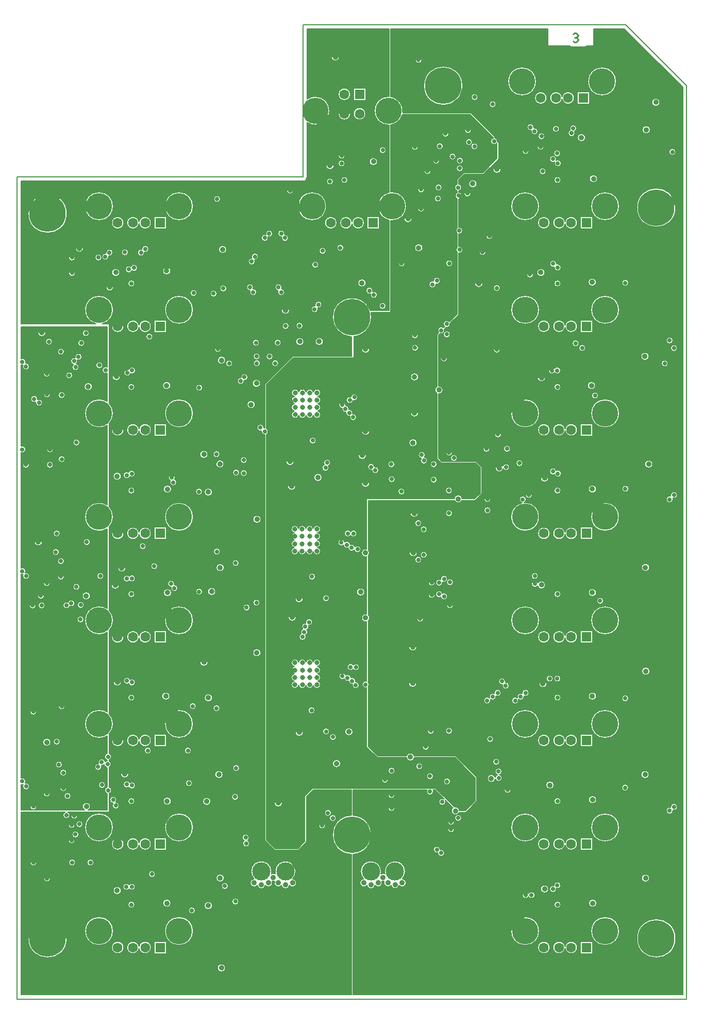
<source format=gbr>
%FSLAX35Y35*%
%MOIN*%
G04 EasyPC Gerber Version 18.0.8 Build 3632 *
%ADD25R,0.06299X0.06299*%
%ADD10C,0.00500*%
%ADD18C,0.00984*%
%ADD11C,0.01969*%
%ADD83C,0.02756*%
%ADD21C,0.03150*%
%ADD89C,0.03543*%
%ADD26C,0.06299*%
%ADD28C,0.11811*%
%ADD27C,0.16929*%
%ADD29C,0.23622*%
X0Y0D02*
D02*
D10*
X39370Y39370D02*
Y570866D01*
X224409*
Y669291*
X433071*
X472441Y629921*
Y39370*
X39370*
X41839Y42205D02*
X255512D01*
Y133024*
G75*
G02Y158315I394J12645*
G01*
Y174697*
X230806*
X226484Y170375*
Y141417*
G75*
G02X226165Y140646I-1091J0*
G01*
X221559Y136040*
G75*
G02X220787Y135720I-771J771*
G01*
X206260*
G75*
G02X205489Y136040I0J1091*
G01*
X199819Y141709*
G75*
G02X199500Y142480I771J771*
G01*
Y404238*
G75*
G02X197309Y406457I28J2219*
G01*
G75*
G02X197338Y406815I2220J0*
G01*
G75*
G02X194474Y408937I-645J2122*
G01*
G75*
G02X198911I2219*
G01*
G75*
G02X198882Y408579I-2220J0*
G01*
G75*
G02X199500Y408675I646J-2123*
G01*
Y436575*
G75*
G02X199819Y437346I1091J0*
G01*
X217181Y454708*
G75*
G02X217953Y455028I771J-771*
G01*
X255512*
Y467670*
G75*
G02X243254Y480315I393J12645*
G01*
G75*
G02X267749Y484764I12652*
G01*
X279913*
Y542700*
G75*
G02X279916Y542785I1093J2*
G01*
X279919Y542826*
G75*
G02X279928Y542904I1087J-87*
G01*
G75*
G02Y561112I1922J9104*
G01*
G75*
G02X279919Y561190I1078J165*
G01*
X279916Y561231*
G75*
G02X279913Y561315I1090J83*
G01*
Y604480*
G75*
G02X279606Y604474I-309J9299*
G01*
G75*
G02Y623085J9305*
G01*
G75*
G02X279961Y623078I2J-9306*
G01*
Y666823*
X226878*
Y621409*
G75*
G02X232205Y623085I5327J-7630*
G01*
G75*
G02Y604474J-9305*
G01*
G75*
G02X226878Y606150J9306*
G01*
Y570866*
G75*
G02X226102Y569070I-2469*
G01*
Y568386*
X41839*
Y475984*
X90354*
G75*
G02X92323Y494384I1969J9094*
G01*
G75*
G02X94291Y475984J-9305*
G01*
X98819*
Y424812*
G75*
G02Y411487I-6496J-6662*
G01*
Y357883*
G75*
G02Y344558I-6496J-6662*
G01*
Y290954*
G75*
G02Y277629I-6496J-6662*
G01*
Y224024*
G75*
G02Y210700I-6496J-6662*
G01*
Y198270*
G75*
G02Y194053I-689J-2109*
G01*
Y193327*
G75*
G02Y189350I-984J-1988*
G01*
Y176627*
G75*
G02Y172350I-591J-2139*
G01*
Y160433*
X72066*
G75*
G02X73478Y158366I-806J-2067*
G01*
G75*
G02X69041I-2219*
G01*
G75*
G02X70454Y160433I2219*
G01*
X41839*
Y42205*
X46404Y78740D02*
G75*
G02X71707I12652D01*
G01*
G75*
G02X46404I-12652*
G01*
Y547244D02*
G75*
G02X71707I12652D01*
G01*
G75*
G02X46404I-12652*
G01*
X47624Y127756D02*
G75*
G02X52061I2219D01*
G01*
G75*
G02X47624I-2219*
G01*
X56482Y117421D02*
G75*
G02X60919I2219D01*
G01*
G75*
G02X56482I-2219*
G01*
X72388Y142126D02*
G75*
G02X76825I2219D01*
G01*
G75*
G02X72388I-2219*
G01*
Y152067D02*
G75*
G02X76825I2219D01*
G01*
G75*
G02X72388I-2219*
G01*
X72585Y508858D02*
G75*
G02X77022I2219D01*
G01*
G75*
G02X72585I-2219*
G01*
Y518898D02*
G75*
G02X77022I2219D01*
G01*
G75*
G02X72585I-2219*
G01*
X72703Y127756D02*
G75*
G02X77140I2219D01*
G01*
G75*
G02X72703I-2219*
G01*
X74061Y158071D02*
G75*
G02X78498I2219D01*
G01*
G75*
G02X74061I-2219*
G01*
X74848Y145866D02*
G75*
G02X79285I2219D01*
G01*
G75*
G02X74848I-2219*
G01*
X77112Y524803D02*
G75*
G02X82337I2612D01*
G01*
G75*
G02X77112I-2612*
G01*
X77407Y152559D02*
G75*
G02X81844I2219D01*
G01*
G75*
G02X77407I-2219*
G01*
X84593Y127756D02*
G75*
G02X89030I2219D01*
G01*
G75*
G02X84593I-2219*
G01*
X89711Y518898D02*
G75*
G02X94148I2219D01*
G01*
G75*
G02X89711I-2219*
G01*
X92323Y92809D02*
G75*
G02Y74199J-9305D01*
G01*
G75*
G02Y92809J9305*
G01*
Y159738D02*
G75*
G02Y141128J-9305D01*
G01*
G75*
G02Y159738J9305*
G01*
Y561313D02*
G75*
G02Y542703J-9305D01*
G01*
G75*
G02Y561313J9305*
G01*
X96797Y499606D02*
G75*
G02X101628I2415D01*
G01*
G75*
G02X96797I-2415*
G01*
X96871Y521660D02*
G75*
G02X96837Y522047I2185J388D01*
G01*
G75*
G02X101274I2219*
G01*
G75*
G02X98602Y519876I-2219*
G01*
G75*
G02X98636Y519488I-2185J-388*
G01*
G75*
G02X94199I-2219*
G01*
G75*
G02X96871Y521660I2219*
G01*
X100222Y307008D02*
G75*
G02X105447I2612D01*
G01*
G75*
G02X100222I-2612*
G01*
X100537Y509213D02*
G75*
G02X105762I2612D01*
G01*
G75*
G02X100537I-2612*
G01*
X100892Y441890D02*
G75*
G02X106116I2612D01*
G01*
G75*
G02X100892I-2612*
G01*
X101423Y109646D02*
G75*
G02X106648I2612D01*
G01*
G75*
G02X101423I-2612*
G01*
Y377461D02*
G75*
G02X106648I2612D01*
G01*
G75*
G02X101423I-2612*
G01*
X101522Y244390D02*
G75*
G02X106746I2612D01*
G01*
G75*
G02X101522I-2612*
G01*
X101536Y166089D02*
G75*
G02X99258Y168307I-59J2218D01*
G01*
G75*
G02X103695I2219*
G01*
G75*
G02X103090Y166785I-2219*
G01*
G75*
G02X105368Y164567I59J-2218*
G01*
G75*
G02X100931I-2219*
G01*
G75*
G02X101536Y166089I2219*
G01*
X104396Y318189D02*
G75*
G02X109620I2612D01*
G01*
G75*
G02X104396I-2612*
G01*
X106344Y185039D02*
G75*
G02X111569I2612D01*
G01*
G75*
G02X106344I-2612*
G01*
X108400Y72835D02*
G75*
G02X100419I-3990D01*
G01*
G75*
G02X108400I3990*
G01*
Y139764D02*
G75*
G02X100419I-3990D01*
G01*
G75*
G02X108400I3990*
G01*
Y206693D02*
G75*
G02X100419I-3990D01*
G01*
G75*
G02X108400I3990*
G01*
Y273622D02*
G75*
G02X100419I-3990D01*
G01*
G75*
G02X108400I3990*
G01*
Y340551D02*
G75*
G02X100419I-3990D01*
G01*
G75*
G02X108400I3990*
G01*
Y407480D02*
G75*
G02X100419I-3990D01*
G01*
G75*
G02X108400I3990*
G01*
Y474409D02*
G75*
G02X100419I-3990D01*
G01*
G75*
G02X108400I3990*
G01*
Y541339D02*
G75*
G02X100419I-3990D01*
G01*
G75*
G02X108400I3990*
G01*
X109016Y524502D02*
G75*
G02Y520065J-2219D01*
G01*
G75*
G02Y524502J2219*
G01*
X111433Y379978D02*
G75*
G02X115703Y379134I2052J-844D01*
G01*
G75*
G02X112288Y377266I-2219*
G01*
G75*
G02X108018Y378110I-2052J844*
G01*
G75*
G02X111433Y379978I2219*
G01*
X111513Y243396D02*
G75*
G02X108116Y245276I-1178J1880D01*
G01*
G75*
G02X112405Y246073I2219*
G01*
G75*
G02X115801Y244193I1178J-1880*
G01*
G75*
G02X111513Y243396I-2219*
G01*
X111556Y446504D02*
G75*
G02X115900Y445866I2125J-638D01*
G01*
G75*
G02X112755Y443850I-2219*
G01*
G75*
G02X108411Y444488I-2125J638*
G01*
G75*
G02X111556Y446504I2219*
G01*
X111617Y176531D02*
G75*
G02X108018Y178268I-1380J1737D01*
G01*
G75*
G02X112202Y179296I2219*
G01*
G75*
G02X115801Y177559I1380J-1737*
G01*
G75*
G02X111617Y176531I-2219*
G01*
X111811Y110672D02*
G75*
G02X107821Y112008I-1772J1335D01*
G01*
G75*
G02X111811Y113343I2219*
G01*
G75*
G02X115801Y112008I1772J-1335*
G01*
G75*
G02X111811Y110672I-2219*
G01*
X111867Y312823D02*
G75*
G02X115801Y311417I1716J-1406D01*
G01*
G75*
G02X111952Y309913I-2219*
G01*
G75*
G02X108018Y311319I-1716J1406*
G01*
G75*
G02X111867Y312823I2219*
G01*
X112900Y513028D02*
G75*
G02X117179Y512205I2060J-823D01*
G01*
G75*
G02X113674Y510397I-2219*
G01*
G75*
G02X109396Y511220I-2060J823*
G01*
G75*
G02X112900Y513028I2219*
G01*
X115447Y100512D02*
G75*
G02X111010I-2219D01*
G01*
G75*
G02X115447I2219*
G01*
Y167441D02*
G75*
G02X111010I-2219D01*
G01*
G75*
G02X115447I2219*
G01*
Y234370D02*
G75*
G02X111010I-2219D01*
G01*
G75*
G02X115447I2219*
G01*
Y301299D02*
G75*
G02X111010I-2219D01*
G01*
G75*
G02X115447I2219*
G01*
Y368228D02*
G75*
G02X111010I-2219D01*
G01*
G75*
G02X115447I2219*
G01*
Y435157D02*
G75*
G02X111010I-2219D01*
G01*
G75*
G02X115447I2219*
G01*
Y502087D02*
G75*
G02X111010I-2219D01*
G01*
G75*
G02X115447I2219*
G01*
X118189Y72185D02*
G75*
G02X110262Y72835I-3937J649D01*
G01*
G75*
G02X118189Y73484I3990*
G01*
G75*
G02X126116Y72835I3937J-649*
G01*
G75*
G02X118189Y72185I-3990*
G01*
Y139115D02*
G75*
G02X110262Y139764I-3937J649D01*
G01*
G75*
G02X118189Y140413I3990*
G01*
G75*
G02X126116Y139764I3937J-649*
G01*
G75*
G02X118189Y139115I-3990*
G01*
Y206044D02*
G75*
G02X110262Y206693I-3937J649D01*
G01*
G75*
G02X118189Y207342I3990*
G01*
G75*
G02X126116Y206693I3937J-649*
G01*
G75*
G02X118189Y206044I-3990*
G01*
Y272973D02*
G75*
G02X110262Y273622I-3937J649D01*
G01*
G75*
G02X118189Y274271I3990*
G01*
G75*
G02X126116Y273622I3937J-649*
G01*
G75*
G02X118189Y272973I-3990*
G01*
Y339902D02*
G75*
G02X110262Y340551I-3937J649D01*
G01*
G75*
G02X118189Y341200I3990*
G01*
G75*
G02X126116Y340551I3937J-649*
G01*
G75*
G02X118189Y339902I-3990*
G01*
Y406831D02*
G75*
G02X110262Y407480I-3937J649D01*
G01*
G75*
G02X118189Y408130I3990*
G01*
G75*
G02X126116Y407480I3937J-649*
G01*
G75*
G02X118189Y406831I-3990*
G01*
Y473760D02*
G75*
G02X110262Y474409I-3937J649D01*
G01*
G75*
G02X118189Y475059I3990*
G01*
G75*
G02X126116Y474409I3937J-649*
G01*
G75*
G02X118189Y473760I-3990*
G01*
Y540689D02*
G75*
G02X110262Y541339I-3937J649D01*
G01*
G75*
G02X118189Y541988I3990*
G01*
G75*
G02X126116Y541339I3937J-649*
G01*
G75*
G02X118189Y540689I-3990*
G01*
X118352Y332283D02*
G75*
G02X122789I2219D01*
G01*
G75*
G02X118352I-2219*
G01*
X120094Y524091D02*
G75*
G02X120065Y524449I2191J358D01*
G01*
G75*
G02X124502I2219*
G01*
G75*
G02X121638Y522326I-2219*
G01*
G75*
G02X121667Y521969I-2191J-358*
G01*
G75*
G02X117230I-2219*
G01*
G75*
G02X120094Y524091I2219*
G01*
X121600Y200118D02*
G75*
G02X126037I2219D01*
G01*
G75*
G02X121600I-2219*
G01*
X122687Y467720D02*
G75*
G02X127124I2219D01*
G01*
G75*
G02X122687I-2219*
G01*
X124356Y120276D02*
G75*
G02X128793I2219D01*
G01*
G75*
G02X124356I-2219*
G01*
X125813Y319331D02*
G75*
G02X130250I2219D01*
G01*
G75*
G02X125813I-2219*
G01*
X132919Y235335D02*
G75*
G02X138144I2612D01*
G01*
G75*
G02X132919I-2612*
G01*
X133411Y436122D02*
G75*
G02X138636I2612D01*
G01*
G75*
G02X133411I-2612*
G01*
X133490Y510276D02*
G75*
G02X138715I2612D01*
G01*
G75*
G02X133490I-2612*
G01*
X133608Y101476D02*
G75*
G02X138833I2612D01*
G01*
G75*
G02X133608I-2612*
G01*
X133805Y167421D02*
G75*
G02X139030I2612D01*
G01*
G75*
G02X133805I-2612*
G01*
X133963Y369173D02*
G75*
G02X139187I2612D01*
G01*
G75*
G02X133963I-2612*
G01*
X134002Y302205D02*
G75*
G02X139226I2612D01*
G01*
G75*
G02X134002I-2612*
G01*
X135959Y76825D02*
Y68844D01*
X127978*
Y76825*
X135959*
Y143754D02*
Y135774D01*
X127978*
Y143754*
X135959*
Y210683D02*
Y202703D01*
X127978*
Y210683*
X135959*
Y277612D02*
Y269632D01*
X127978*
Y277612*
X135959*
Y344541D02*
Y336561D01*
X127978*
Y344541*
X135959*
Y411470D02*
Y403490D01*
X127978*
Y411470*
X135959*
Y478400D02*
Y470419D01*
X127978*
Y478400*
X135959*
Y545329D02*
Y537348D01*
X127978*
Y545329*
X135959*
X138449Y374641D02*
G75*
G02X137073Y376693I842J2052D01*
G01*
G75*
G02X141510I2219*
G01*
G75*
G02X141196Y375556I-2219J0*
G01*
G75*
G02X142573Y373504I-842J-2052*
G01*
G75*
G02X138136I-2219*
G01*
G75*
G02X138449Y374641I2219*
G01*
X138912Y305734D02*
G75*
G02X136719Y307953I25J2219D01*
G01*
G75*
G02X141156I2219*
G01*
G75*
G02X141068Y307337I-2218J0*
G01*
G75*
G02X143262Y305118I-25J-2219*
G01*
G75*
G02X138825I-2219*
G01*
G75*
G02X138912Y305734I2218J0*
G01*
X144055Y92809D02*
G75*
G02Y74199J-9305D01*
G01*
G75*
G02Y92809J9305*
G01*
Y159738D02*
G75*
G02Y141128J-9305D01*
G01*
G75*
G02Y159738J9305*
G01*
Y226667D02*
G75*
G02Y208057J-9305D01*
G01*
G75*
G02Y226667J9305*
G01*
Y293596D02*
G75*
G02Y274986J-9305D01*
G01*
G75*
G02Y293596J9305*
G01*
Y360526D02*
G75*
G02Y341915J-9305D01*
G01*
G75*
G02Y360526J9305*
G01*
Y427455D02*
G75*
G02Y408844J-9305D01*
G01*
G75*
G02Y427455J9305*
G01*
Y494384D02*
G75*
G02Y475774J-9305D01*
G01*
G75*
G02Y494384J9305*
G01*
Y561313D02*
G75*
G02Y542703J-9305D01*
G01*
G75*
G02Y561313J9305*
G01*
X147585Y200118D02*
G75*
G02X152022I2219D01*
G01*
G75*
G02X147585I-2219*
G01*
X148274Y179055D02*
G75*
G02X152711I2219D01*
G01*
G75*
G02X148274I-2219*
G01*
X150144Y96752D02*
G75*
G02X154581I2219D01*
G01*
G75*
G02X150144I-2219*
G01*
X150734Y228839D02*
G75*
G02X155171I2219D01*
G01*
G75*
G02X150734I-2219*
G01*
X151325Y495965D02*
G75*
G02X155762I2219D01*
G01*
G75*
G02X151325I-2219*
G01*
X154770Y367520D02*
G75*
G02X159207I2219D01*
G01*
G75*
G02X154770I-2219*
G01*
X154868Y302854D02*
G75*
G02X159305I2219D01*
G01*
G75*
G02X154868I-2219*
G01*
Y434744D02*
G75*
G02X159305I2219D01*
G01*
G75*
G02X154868I-2219*
G01*
X157526Y391634D02*
G75*
G02X162750I2612D01*
G01*
G75*
G02X157526I-2612*
G01*
X157585Y257283D02*
G75*
G02X162809I2612D01*
G01*
G75*
G02X157585I-2612*
G01*
X159356Y167283D02*
G75*
G02X164581I2612D01*
G01*
G75*
G02X159356I-2612*
G01*
X160380Y99902D02*
G75*
G02X165604I2612D01*
G01*
G75*
G02X160380I-2612*
G01*
Y367224D02*
G75*
G02X165604I2612D01*
G01*
G75*
G02X160380I-2612*
G01*
X160419Y234252D02*
G75*
G02X165644I2612D01*
G01*
G75*
G02X160419I-2612*
G01*
X162545Y302992D02*
G75*
G02X167770I2612D01*
G01*
G75*
G02X162545I-2612*
G01*
X164199Y495551D02*
G75*
G02X168636I2219D01*
G01*
G75*
G02X164199I-2219*
G01*
X166089Y227480D02*
G75*
G02X170526I2219D01*
G01*
G75*
G02X166089I-2219*
G01*
Y391732D02*
G75*
G02X170526I2219D01*
G01*
G75*
G02X166089I-2219*
G01*
X166325Y328780D02*
G75*
G02X170762I2219D01*
G01*
G75*
G02X166325I-2219*
G01*
X166482Y556693D02*
G75*
G02X170919I2219D01*
G01*
G75*
G02X166482I-2219*
G01*
X166955Y459803D02*
G75*
G02X171392I2219D01*
G01*
G75*
G02X166955I-2219*
G01*
X167270Y184646D02*
G75*
G02X172494I2612D01*
G01*
G75*
G02X167270I-2612*
G01*
X167860Y385433D02*
G75*
G02X173085I2612D01*
G01*
G75*
G02X167860I-2612*
G01*
X168057Y117717D02*
G75*
G02X173281I2612D01*
G01*
G75*
G02X168057I-2612*
G01*
Y318406D02*
G75*
G02X173281I2612D01*
G01*
G75*
G02X168057I-2612*
G01*
X168844Y59646D02*
G75*
G02X174069I2612D01*
G01*
G75*
G02X168844I-2612*
G01*
X168923Y452520D02*
G75*
G02X174148I2612D01*
G01*
G75*
G02X168923I-2612*
G01*
X169632Y524094D02*
G75*
G02X174856I2612D01*
G01*
G75*
G02X169632I-2612*
G01*
X170498Y498858D02*
G75*
G02X174935I2219D01*
G01*
G75*
G02X170498I-2219*
G01*
X171502Y112598D02*
G75*
G02X175939I2219D01*
G01*
G75*
G02X171502I-2219*
G01*
X174238Y450394D02*
G75*
G02X178675I2219D01*
G01*
G75*
G02X174238I-2219*
G01*
X178096Y170197D02*
G75*
G02X182533I2219D01*
G01*
G75*
G02X178096I-2219*
G01*
X178293Y102559D02*
G75*
G02X182730I2219D01*
G01*
G75*
G02X178293I-2219*
G01*
X178451Y321339D02*
G75*
G02X182888I2219D01*
G01*
G75*
G02X178451I-2219*
G01*
X178766Y379843D02*
G75*
G02X183203I2219D01*
G01*
G75*
G02X178766I-2219*
G01*
X178805Y188819D02*
G75*
G02X183242I2219D01*
G01*
G75*
G02X178805I-2219*
G01*
X183687Y379488D02*
G75*
G02X188124I2219D01*
G01*
G75*
G02X183687I-2219*
G01*
Y387953D02*
G75*
G02X188124I2219D01*
G01*
G75*
G02X183687I-2219*
G01*
X184217Y441256D02*
G75*
G02X184199Y441535I2201J280D01*
G01*
G75*
G02X188636I2219*
G01*
G75*
G02X186138Y439335I-2219*
G01*
G75*
G02X186156Y439055I-2201J-280*
G01*
G75*
G02X181719I-2219*
G01*
G75*
G02X184217Y441256I2219*
G01*
X185537Y292598D02*
G75*
G02X189974I2219D01*
G01*
G75*
G02X185537I-2219*
G01*
X186262Y141854D02*
G75*
G02X184907Y143898I864J2043D01*
G01*
G75*
G02X189344I2219*
G01*
G75*
G02X188344Y142043I-2219*
G01*
G75*
G02X189699Y140000I-864J-2043*
G01*
G75*
G02X185262I-2219*
G01*
G75*
G02X186262Y141854I2219*
G01*
X188057Y423819D02*
G75*
G02X193281I2612D01*
G01*
G75*
G02X188057I-2612*
G01*
X190094Y497431D02*
G75*
G02X187742Y499646I-133J2215D01*
G01*
G75*
G02X192179I2219*
G01*
G75*
G02X191954Y498671I-2219J0*
G01*
G75*
G02X194305Y496457I133J-2215*
G01*
G75*
G02X189868I-2219*
G01*
G75*
G02X190094Y497431I2219J0*
G01*
X191157Y518514D02*
G75*
G02X190931Y519488I1993J975D01*
G01*
G75*
G02X195368I2219*
G01*
G75*
G02X193017Y517274I-2219*
G01*
G75*
G02X193242Y516299I-1993J-975*
G01*
G75*
G02X188805I-2219*
G01*
G75*
G02X191157Y518514I2219*
G01*
X191522Y437539D02*
G75*
G02X196746I2612D01*
G01*
G75*
G02X191522I-2612*
G01*
X191569Y463823D02*
G75*
G02X196006I2219D01*
G01*
G75*
G02X191569I-2219*
G01*
X191778Y263386D02*
G75*
G02X197002I2612D01*
G01*
G75*
G02X191778I-2612*
G01*
X191856Y349646D02*
G75*
G02X197081I2612D01*
G01*
G75*
G02X191856I-2612*
G01*
X191915Y295748D02*
G75*
G02X196352I2219D01*
G01*
G75*
G02X191915I-2219*
G01*
X192586Y117206D02*
G75*
G02X190537Y122047I4698J4842D01*
G01*
G75*
G02X204030I6746*
G01*
G75*
G02X203826Y120402I-6746J0*
G01*
G75*
G02X206331I1253J-2292*
G01*
G75*
G02X206128Y122047I6542J1644*
G01*
G75*
G02X219620I6746*
G01*
G75*
G02X217572Y117206I-6746*
G01*
G75*
G02X220104Y114594I-80J-2611*
G01*
G75*
G02X215452Y112963I-2612*
G01*
G75*
G02X210296I-2578J422*
G01*
G75*
G02X205851Y115615I-2040J1631*
G01*
G75*
G02X204306I-772J2495*
G01*
G75*
G02X199861Y112963I-2405J-1020*
G01*
G75*
G02X194706I-2578J422*
G01*
G75*
G02X190053Y114594I-2040J1631*
G01*
G75*
G02X192586Y117206I2612*
G01*
X194071Y452710D02*
G75*
G02X192033Y454921I181J2211D01*
G01*
G75*
G02X196470I2219*
G01*
G75*
G02X194551Y452723I-2219*
G01*
G75*
G02X196589Y450512I-181J-2211*
G01*
G75*
G02X192152I-2219*
G01*
G75*
G02X194071Y452710I2219*
G01*
X200272Y533625D02*
G75*
G02X200144Y534370I2089J745D01*
G01*
G75*
G02X204581I2219*
G01*
G75*
G02X201617Y532280I-2219*
G01*
G75*
G02X201746Y531535I-2090J-745*
G01*
G75*
G02X197309I-2219*
G01*
G75*
G02X200272Y533625I2219*
G01*
X200419Y454921D02*
G75*
G02X204856I2219D01*
G01*
G75*
G02X200419I-2219*
G01*
X204041Y450512D02*
G75*
G02X208478I2219D01*
G01*
G75*
G02X204041I-2219*
G01*
X205656Y463823D02*
G75*
G02X210093I2219D01*
G01*
G75*
G02X205656I-2219*
G01*
X208168Y497438D02*
G75*
G02X206167Y499646I218J2208D01*
G01*
G75*
G02X210604I2219*
G01*
G75*
G02X210376Y498665I-2218*
G01*
G75*
G02X212376Y496457I-218J-2208*
G01*
G75*
G02X207939I-2219*
G01*
G75*
G02X208168Y497438I2218*
G01*
X210281Y484744D02*
G75*
G02X215506I2612D01*
G01*
G75*
G02X210281I-2612*
G01*
X210515Y532181D02*
G75*
G02X207939Y534370I-358J2189D01*
G01*
G75*
G02X212376I2219*
G01*
G75*
G02X212280Y533725I-2219J0*
G01*
G75*
G02X214856Y531535I358J-2189*
G01*
G75*
G02X210419I-2219*
G01*
G75*
G02X210515Y532181I2219J0*
G01*
X210774Y474606D02*
G75*
G02X215211I2219D01*
G01*
G75*
G02X210774I-2219*
G01*
X213608Y562165D02*
G75*
G02X218045I2219D01*
G01*
G75*
G02X213608I-2219*
G01*
X219593Y464567D02*
G75*
G02X224817I2612D01*
G01*
G75*
G02X219593I-2612*
G01*
X219789Y474764D02*
G75*
G02X224226I2219D01*
G01*
G75*
G02X219789I-2219*
G01*
X229947Y514213D02*
G75*
G02X234384I2219D01*
G01*
G75*
G02X229947I-2219*
G01*
X230118Y561313D02*
G75*
G02Y542703J-9305D01*
G01*
G75*
G02Y561313J9305*
G01*
X232152Y464567D02*
G75*
G02X237376I2612D01*
G01*
G75*
G02X232152I-2612*
G01*
X232172Y487655D02*
G75*
G02X232033Y488425I2080J771D01*
G01*
G75*
G02X236470I2219*
G01*
G75*
G02X233852Y486243I-2219*
G01*
G75*
G02X233990Y485472I-2080J-771*
G01*
G75*
G02X229553I-2219*
G01*
G75*
G02X232172Y487655I2219*
G01*
X234396Y151732D02*
G75*
G02X238833I2219D01*
G01*
G75*
G02X234396I-2219*
G01*
X234691Y523209D02*
G75*
G02X239128I2219D01*
G01*
G75*
G02X234691I-2219*
G01*
X238175Y159843D02*
G75*
G02X242612I2219D01*
G01*
G75*
G02X238175I-2219*
G01*
X239081Y578307D02*
G75*
G02X244305I2612D01*
G01*
G75*
G02X239081I-2612*
G01*
X239415Y568012D02*
G75*
G02X243852I2219D01*
G01*
G75*
G02X239415I-2219*
G01*
X241285Y156496D02*
G75*
G02X245722I2219D01*
G01*
G75*
G02X241285I-2219*
G01*
X242545Y648504D02*
G75*
G02X247770I2612D01*
G01*
G75*
G02X242545I-2612*
G01*
X246195Y541339D02*
G75*
G02X238215I-3990D01*
G01*
G75*
G02X246195I3990*
G01*
X246207Y525157D02*
G75*
G02X250644I2219D01*
G01*
G75*
G02X246207I-2219*
G01*
X246994Y579724D02*
G75*
G02X251431I2219D01*
G01*
G75*
G02X246994I-2219*
G01*
Y584685D02*
G75*
G02X251431I2219D01*
G01*
G75*
G02X246994I-2219*
G01*
Y611811D02*
G75*
G02X254974I3990D01*
G01*
G75*
G02X246994I-3990*
G01*
Y624409D02*
G75*
G02X254974I3990D01*
G01*
G75*
G02X246994I-3990*
G01*
X253242Y569016D02*
G75*
G02X248805I-2219D01*
G01*
G75*
G02X253242I2219*
G01*
X255984Y540689D02*
G75*
G02X248057Y541339I-3937J649D01*
G01*
G75*
G02X255984Y541988I3990*
G01*
G75*
G02X263911Y541339I3937J-649*
G01*
G75*
G02X255984Y540689I-3990*
G01*
X256837Y611811D02*
G75*
G02X264817I3990D01*
G01*
G75*
G02X256837I-3990*
G01*
Y620419D02*
Y628400D01*
X264817*
Y620419*
X256837*
X259750Y502402D02*
G75*
G02X264974I2612D01*
G01*
G75*
G02X259750I-2612*
G01*
X267171Y580906D02*
G75*
G02X272396I2612D01*
G01*
G75*
G02X267171I-2612*
G01*
X267950Y495430D02*
G75*
G02X264986Y497520I-745J2090D01*
G01*
G75*
G02X269423I2219*
G01*
G75*
G02X269294Y496775I-2219*
G01*
G75*
G02X272258Y494685I745J-2090*
G01*
G75*
G02X267821I-2219*
G01*
G75*
G02X267950Y495430I2218*
G01*
X273470Y487598D02*
G75*
G02X277907I2219D01*
G01*
G75*
G02X273470I-2219*
G01*
X273569Y588287D02*
G75*
G02X278006I2219D01*
G01*
G75*
G02X273569I-2219*
G01*
X273754Y545329D02*
Y537348D01*
X265774*
Y545329*
X273754*
X41839Y78740D02*
G36*
Y72835D01*
X47867*
G75*
G02X46404Y78740I11189J5906*
G01*
X41839*
G37*
X46404D02*
G36*
G75*
G02X71707I12652D01*
G01*
X84330*
G75*
G02X92323Y92809I7993J4764*
G01*
G75*
G02X100316Y78740J-9305*
G01*
X136062*
G75*
G02X144055Y92809I7993J4764*
G01*
G75*
G02X152048Y78740J-9305*
G01*
X255512*
Y96752*
X154581*
G75*
G02X150144I-2219*
G01*
X41839*
Y78740*
X46404*
G37*
X71707D02*
G36*
G75*
G02X70244Y72835I-12652J0D01*
G01*
X100419*
G75*
G02X108400I3990*
G01*
X110262*
G75*
G02X118189Y73484I3990*
G01*
G75*
G02X126116Y72835I3937J-649*
G01*
X127978*
Y76825*
X135959*
Y72835*
X255512*
Y78740*
X152048*
G75*
G02X144055Y74199I-7993J4764*
G01*
G75*
G02X136062Y78740J9305*
G01*
X100316*
G75*
G02X92323Y74199I-7993J4764*
G01*
G75*
G02X84330Y78740J9305*
G01*
X71707*
G37*
X41839Y547244D02*
G36*
Y541339D01*
X47867*
G75*
G02X46404Y547244I11189J5906*
G01*
X41839*
G37*
X46404D02*
G36*
G75*
G02X50642Y556693I12652D01*
G01*
X41839*
Y547244*
X46404*
G37*
X71707D02*
G36*
G75*
G02X70244Y541339I-12652J0D01*
G01*
X100419*
G75*
G02X108400I3990*
G01*
X110262*
G75*
G02X118189Y541988I3990*
G01*
G75*
G02X126116Y541339I3937J-649*
G01*
X127978*
Y545329*
X135959*
Y541339*
X238215*
G75*
G02X246195I3990*
G01*
X248057*
G75*
G02X255984Y541988I3990*
G01*
G75*
G02X263911Y541339I3937J-649*
G01*
X265774*
Y545329*
X273754*
Y541339*
X279913*
Y542700*
G75*
G02X279916Y542785I1093J2*
G01*
X279919Y542826*
G75*
G02X279928Y542904I1087J-87*
G01*
G75*
G02X273857Y547244I1922J9104*
G01*
X238111*
G75*
G02X230118Y542703I-7993J4764*
G01*
G75*
G02X222125Y547244J9305*
G01*
X152048*
G75*
G02X144055Y542703I-7993J4764*
G01*
G75*
G02X136062Y547244J9305*
G01*
X100316*
G75*
G02X92323Y542703I-7993J4764*
G01*
G75*
G02X84330Y547244J9305*
G01*
X71707*
G37*
X84330D02*
G36*
G75*
G02X84283Y556693I7993J4764D01*
G01*
X67469*
G75*
G02X71707Y547244I-8414J-9449*
G01*
X84330*
G37*
X136062D02*
G36*
G75*
G02X136015Y556693I7993J4764D01*
G01*
X100363*
G75*
G02X100316Y547244I-8040J-4685*
G01*
X136062*
G37*
X222125D02*
G36*
G75*
G02X222078Y556693I7993J4764D01*
G01*
X170919*
G75*
G02X166482I-2219*
G01*
X152095*
G75*
G02X152048Y547244I-8040J-4685*
G01*
X222125*
G37*
X273857D02*
G36*
G75*
G02X273811Y556693I7993J4764D01*
G01*
X238158*
G75*
G02X238111Y547244I-8040J-4685*
G01*
X273857*
G37*
X41839Y127756D02*
G36*
Y120276D01*
X124356*
G75*
G02X128793I2219*
G01*
X170145*
G75*
G02X171194I524J-2559*
G01*
X190774*
G75*
G02X190537Y122047I6509J1772*
G01*
G75*
G02X193689Y127756I6746*
G01*
X89030*
G75*
G02X84593I-2219*
G01*
X77140*
G75*
G02X72703I-2219*
G01*
X52061*
G75*
G02X47624I-2219*
G01*
X41839*
G37*
X47624D02*
G36*
G75*
G02X52061I2219D01*
G01*
X72703*
G75*
G02X77140I2219*
G01*
X84593*
G75*
G02X89030I2219*
G01*
X193689*
G75*
G02X204030Y122047I3594J-5709*
G01*
G75*
G02X203826Y120402I-6746J0*
G01*
G75*
G02X206331I1253J-2292*
G01*
G75*
G02X206128Y122047I6542J1644*
G01*
G75*
G02X216469Y127756I6746*
G01*
X255512*
Y133024*
G75*
G02X244991Y152067I394J12645*
G01*
X238807*
G75*
G02X238833Y151732I-2193J-333*
G01*
G75*
G02X234396I-2219*
G01*
G75*
G02X234421Y152067I2219J1*
G01*
X226484*
Y141417*
G75*
G02X226165Y140646I-1091J0*
G01*
X221559Y136040*
G75*
G02X220787Y135720I-771J771*
G01*
X206260*
G75*
G02X205489Y136040I0J1091*
G01*
X199819Y141709*
G75*
G02X199559Y142126I771J771*
G01*
X188461*
G75*
G02X188344Y142043I-1336J1771*
G01*
G75*
G02X189699Y140000I-864J-2043*
G01*
G75*
G02X185262I-2219*
G01*
G75*
G02X186262Y141854I2219*
G01*
G75*
G02X185791Y142126I864J2043*
G01*
X148248*
G75*
G02X144055Y141128I-4193J8307*
G01*
G75*
G02X139863Y142126J9306*
G01*
X135959*
Y135774*
X127978*
Y142126*
X125342*
G75*
G02X126116Y139764I-3216J-2362*
G01*
G75*
G02X118189Y139115I-3990*
G01*
G75*
G02X110262Y139764I-3937J649*
G01*
G75*
G02X111036Y142126I3990*
G01*
X107625*
G75*
G02X108400Y139764I-3216J-2362*
G01*
G75*
G02X100419I-3990*
G01*
G75*
G02X101194Y142126I3990*
G01*
X96515*
G75*
G02X92323Y141128I-4193J8307*
G01*
G75*
G02X88130Y142126J9306*
G01*
X76825*
G75*
G02X72388I-2219*
G01*
X41839*
Y127756*
X47624*
G37*
X216469D02*
G36*
G75*
G02X219620Y122047I-3594J-5709D01*
G01*
G75*
G02X219383Y120276I-6746J1*
G01*
X255512*
Y127756*
X216469*
G37*
X41839Y117421D02*
G36*
Y112008D01*
X102920*
G75*
G02X105151I1115J-2362*
G01*
X107821*
G75*
G02X111811Y113343I2219*
G01*
G75*
G02X115801Y112008I1772J-1335*
G01*
X171582*
G75*
G02X171502Y112598I2139J590*
G01*
G75*
G02X175939I2219*
G01*
G75*
G02X175859Y112008I-2219J0*
G01*
X192301*
G75*
G02X190053Y114594I364J2587*
G01*
G75*
G02X192586Y117206I2612*
G01*
G75*
G02X192373Y117421I4697J4841*
G01*
X173265*
G75*
G02X168074I-2595J295*
G01*
X60919*
G75*
G02X56482I-2219*
G01*
X41839*
G37*
X56482D02*
G36*
G75*
G02X60919I2219D01*
G01*
X168074*
G75*
G02X168057Y117717I2595J297*
G01*
G75*
G02X170145Y120276I2612*
G01*
X128793*
G75*
G02X124356I-2219*
G01*
X41839*
Y117421*
X56482*
G37*
X192373D02*
G36*
G75*
G02X190774Y120276I4911J4626D01*
G01*
X171194*
G75*
G02X173281Y117717I-524J-2559*
G01*
G75*
G02X173265Y117421I-2613J2*
G01*
X192373*
G37*
X217784D02*
G36*
G75*
G02X217572Y117206I-4910J4626D01*
G01*
G75*
G02X220104Y114594I-80J-2611*
G01*
G75*
G02X217856Y112008I-2612*
G01*
X255512*
Y117421*
X217784*
G37*
X255512D02*
G36*
Y120276D01*
X219383*
G75*
G02X217784Y117421I-6509J1771*
G01*
X255512*
G37*
X72388Y142126D02*
G36*
G75*
G02X76825I2219D01*
G01*
X88130*
G75*
G02X84215Y145866I4192J8307*
G01*
X79285*
G75*
G02X74848I-2219*
G01*
X41839*
Y142126*
X72388*
G37*
X101194D02*
G36*
G75*
G02X107625I3216J-2362D01*
G01*
X111036*
G75*
G02X118189Y140413I3216J-2362*
G01*
G75*
G02X125342Y142126I3937J-649*
G01*
X127978*
Y143754*
X135959*
Y142126*
X139863*
G75*
G02X135948Y145866I4192J8307*
G01*
X100430*
G75*
G02X96515Y142126I-8107J4567*
G01*
X101194*
G37*
X185791D02*
G36*
G75*
G02X184907Y143898I1335J1772D01*
G01*
G75*
G02X186103Y145866I2219*
G01*
X152163*
G75*
G02X148248Y142126I-8107J4567*
G01*
X185791*
G37*
X199559D02*
G36*
G75*
G02X199500Y142480I1031J354D01*
G01*
Y145866*
X188149*
G75*
G02X189344Y143898I-1023J-1969*
G01*
G75*
G02X188461Y142126I-2219*
G01*
X199559*
G37*
X41839Y152067D02*
G36*
Y145866D01*
X74848*
G75*
G02X79285I2219*
G01*
X84215*
G75*
G02X83162Y152067I8107J4567*
G01*
X81789*
G75*
G02X77463I-2163J492*
G01*
X76825*
G75*
G02X72388I-2219*
G01*
X41839*
G37*
X72388D02*
G36*
G75*
G02X76825I2219D01*
G01*
X77463*
G75*
G02X77407Y152559I2163J491*
G01*
G75*
G02X81844I2219*
G01*
G75*
G02X81789Y152067I-2219J-1*
G01*
X83162*
G75*
G02X87008Y158071I9161J-1634*
G01*
X78498*
G75*
G02X74061I-2219*
G01*
X73459*
G75*
G02X69041Y158366I-2199J295*
G01*
G75*
G02X70454Y160433I2219*
G01*
X41839*
Y152067*
X72388*
G37*
X101483D02*
G36*
G75*
G02X100430Y145866I-9161J-1634D01*
G01*
X135948*
G75*
G02X134894Y152067I8107J4567*
G01*
X101483*
G37*
X134894D02*
G36*
G75*
G02X138740Y158071I9161J-1634D01*
G01*
X97638*
G75*
G02X101483Y152067I-5315J-7638*
G01*
X134894*
G37*
X153216D02*
G36*
G75*
G02X152163Y145866I-9161J-1634D01*
G01*
X186103*
G75*
G02X188149I1023J-1969*
G01*
X199500*
Y152067*
X153216*
G37*
X199500D02*
G36*
Y158071D01*
X149370*
G75*
G02X153216Y152067I-5315J-7638*
G01*
X199500*
G37*
X234421D02*
G36*
G75*
G02X238807I2193J-335D01*
G01*
X244991*
G75*
G02X253404Y158071I10915J-6398*
G01*
X245067*
G75*
G02X245722Y156496I-1563J-1575*
G01*
G75*
G02X241285I-2219*
G01*
G75*
G02X241941Y158071I2219*
G01*
X241729*
G75*
G02X239058I-1335J1772*
G01*
X226484*
Y152067*
X234421*
G37*
X41839Y508858D02*
G36*
Y502087D01*
X111010*
G75*
G02X115447I2219*
G01*
X259769*
G75*
G02X259750Y502402I2593J314*
G01*
G75*
G02X264974I2612*
G01*
G75*
G02X264956Y502087I-2613J-1*
G01*
X279913*
Y508858*
X138296*
G75*
G02X133908I-2194J1417*
G01*
X105738*
G75*
G02X100561I-2588J354*
G01*
X77022*
G75*
G02X72585I-2219*
G01*
X41839*
G37*
X72585D02*
G36*
G75*
G02X77022I2219D01*
G01*
X100561*
G75*
G02X100537Y509213I2588J354*
G01*
G75*
G02X102392Y511713I2612*
G01*
X41839*
Y508858*
X72585*
G37*
X133908D02*
G36*
G75*
G02X133490Y510276I2194J1418D01*
G01*
G75*
G02X133921Y511713I2612*
G01*
X117124*
G75*
G02X113674Y510397I-2163J492*
G01*
G75*
G02X109396Y511220I-2060J823*
G01*
G75*
G02X109451Y511713I2219J-1*
G01*
X103907*
G75*
G02X105762Y509213I-757J-2500*
G01*
G75*
G02X105738Y508858I-2613J-1*
G01*
X133908*
G37*
X279913D02*
G36*
Y511713D01*
X138284*
G75*
G02X138715Y510276I-2181J-1437*
G01*
G75*
G02X138296Y508858I-2612J0*
G01*
X279913*
G37*
X41839Y518898D02*
G36*
Y514213D01*
X114017*
G75*
G02X115904I944J-2008*
G01*
X190270*
G75*
G02X188805Y516299I754J2087*
G01*
G75*
G02X191157Y518514I2219*
G01*
G75*
G02X191011Y518898I1993J974*
G01*
X98556*
G75*
G02X94279I-2139J591*
G01*
X94148*
G75*
G02X89711I-2219*
G01*
X77022*
G75*
G02X72585I-2219*
G01*
X41839*
G37*
X72585D02*
G36*
G75*
G02X77022I2219D01*
G01*
X89711*
G75*
G02X94148I2219*
G01*
X94279*
G75*
G02X94199Y519488I2139J590*
G01*
G75*
G02X96871Y521660I2219*
G01*
G75*
G02X96837Y522047I2185J388*
G01*
G75*
G02X96849Y522283I2218*
G01*
X80413*
G75*
G02X79035I-689J2520*
G01*
X41839*
Y518898*
X72585*
G37*
X191011D02*
G36*
G75*
G02X190931Y519488I2138J591D01*
G01*
G75*
G02X195368I2219*
G01*
G75*
G02X195288Y518898I-2219J0*
G01*
X279913*
Y522283*
X238926*
G75*
G02X234893I-2017J925*
G01*
X174127*
G75*
G02X170361I-1883J1811*
G01*
X122765*
G75*
G02X121638Y522326I-482J2165*
G01*
G75*
G02X121667Y521969I-2191J-358*
G01*
G75*
G02X117230I-2219*
G01*
G75*
G02X117253Y522283I2219J0*
G01*
X111234*
G75*
G02X109016Y520065I-2219*
G01*
G75*
G02X106797Y522283J2219*
G01*
X101261*
G75*
G02X101274Y522047I-2206J-236*
G01*
G75*
G02X98602Y519876I-2219*
G01*
G75*
G02X98636Y519488I-2185J-388*
G01*
G75*
G02X98556Y518898I-2219J0*
G01*
X191011*
G37*
X195288D02*
G36*
G75*
G02X193017Y517274I-2139J591D01*
G01*
G75*
G02X193242Y516299I-1993J-975*
G01*
G75*
G02X191777Y514213I-2219*
G01*
X229947*
G75*
G02X234384I2219*
G01*
X279913*
Y518898*
X195288*
G37*
X74061Y158071D02*
G36*
G75*
G02X78498I2219D01*
G01*
X87008*
G75*
G02X92323Y159738I5315J-7638*
G01*
G75*
G02X97638Y158071J-9305*
G01*
X138740*
G75*
G02X144055Y159738I5315J-7638*
G01*
G75*
G02X149370Y158071J-9305*
G01*
X199500*
Y166437*
X164440*
G75*
G02X159497I-2471J846*
G01*
X138837*
G75*
G02X133998I-2420J984*
G01*
X115207*
G75*
G02X111250I-1978J1004*
G01*
X104343*
G75*
G02X105368Y164567I-1194J-1870*
G01*
G75*
G02X100931I-2219*
G01*
G75*
G02X101536Y166089I2219*
G01*
G75*
G02X100283Y166437I-59J2218*
G01*
X98819*
Y160433*
X72066*
G75*
G02X73478Y158366I-806J-2067*
G01*
G75*
G02X73459Y158071I-2219J0*
G01*
X74061*
G37*
X239058D02*
G36*
G75*
G02X238175Y159843I1335J1772D01*
G01*
G75*
G02X242612I2219*
G01*
G75*
G02X241729Y158071I-2219*
G01*
X241941*
G75*
G02X245067I1563J-1575*
G01*
X253404*
G75*
G02X255512Y158315I2502J-12401*
G01*
Y174697*
X230806*
X226484Y170375*
Y158071*
X239058*
G37*
X41839Y524803D02*
G36*
Y522283D01*
X79035*
G75*
G02X77112Y524803I689J2520*
G01*
X41839*
G37*
X77112D02*
G36*
G75*
G02X82337I2612D01*
G01*
X120093*
G75*
G02X124474I2190J-354*
G01*
X169730*
G75*
G02X174758I2514J-709*
G01*
X235367*
G75*
G02X238452I1543J-1594*
G01*
X246235*
G75*
G02X246207Y525157I2190J354*
G01*
G75*
G02X250644I2219*
G01*
G75*
G02X250615Y524803I-2219J-1*
G01*
X279913*
Y532953*
X214344*
G75*
G02X214856Y531535I-1707J-1417*
G01*
G75*
G02X210419I-2219*
G01*
G75*
G02X210515Y532181I2219J0*
G01*
G75*
G02X208451Y532953I-358J2189*
G01*
X204069*
G75*
G02X201617Y532280I-1707J1417*
G01*
G75*
G02X201746Y531535I-2090J-745*
G01*
G75*
G02X197309I-2219*
G01*
G75*
G02X197821Y532953I2219*
G01*
X41839*
Y524803*
X77112*
G37*
X82337D02*
G36*
G75*
G02X80413Y522283I-2612D01*
G01*
X96849*
G75*
G02X101261I2206J-236*
G01*
X106797*
G75*
G02X109016Y524502I2219*
G01*
G75*
G02X111234Y522283J-2219*
G01*
X117253*
G75*
G02X120094Y524091I2196J-315*
G01*
G75*
G02X120065Y524449I2191J358*
G01*
G75*
G02X120093Y524803I2219J1*
G01*
X82337*
G37*
X124474D02*
G36*
G75*
G02X124502Y524449I-2191J-354D01*
G01*
G75*
G02X122765Y522283I-2219*
G01*
X170361*
G75*
G02X169632Y524094I1883J1811*
G01*
G75*
G02X169730Y524803I2612J0*
G01*
X124474*
G37*
X174758D02*
G36*
G75*
G02X174856Y524094I-2514J-709D01*
G01*
G75*
G02X174127Y522283I-2612*
G01*
X234893*
G75*
G02X234691Y523209I2017J925*
G01*
G75*
G02X235367Y524803I2219*
G01*
X174758*
G37*
X238452D02*
G36*
G75*
G02X239128Y523209I-1543J-1594D01*
G01*
G75*
G02X238926Y522283I-2219J0*
G01*
X279913*
Y524803*
X250615*
G75*
G02X246235I-2190J354*
G01*
X238452*
G37*
X41839Y499606D02*
G36*
Y495965D01*
X151325*
G75*
G02X155762I2219*
G01*
X164238*
G75*
G02X168597I2180J-413*
G01*
X189923*
G75*
G02X189868Y496457I2163J491*
G01*
G75*
G02X190094Y497431I2219J0*
G01*
G75*
G02X187742Y499606I-133J2215*
G01*
X174805*
G75*
G02X174935Y498858I-2089J-748*
G01*
G75*
G02X170498I-2219*
G01*
G75*
G02X170628Y499606I2219*
G01*
X101628*
G75*
G02X96797I-2415*
G01*
X41839*
G37*
X96797D02*
G36*
G75*
G02X101628I2415D01*
G01*
X170628*
G75*
G02X174805I2089J-748*
G01*
X187742*
G75*
G02Y499646I2218J20*
G01*
G75*
G02X192179I2219*
G01*
G75*
G02Y499606I-2220J-20*
G01*
X206167*
G75*
G02Y499646I2218J20*
G01*
G75*
G02X210604I2219*
G01*
G75*
G02Y499606I-2220J-20*
G01*
X266451*
G75*
G02X267958I754J-2087*
G01*
X279913*
Y502087*
X264956*
G75*
G02X259769I-2593J315*
G01*
X115447*
G75*
G02X111010I-2219*
G01*
X41839*
Y499606*
X96797*
G37*
X192179D02*
G36*
G75*
G02X191954Y498671I-2219J41D01*
G01*
G75*
G02X194305Y496457I133J-2215*
G01*
G75*
G02X194250Y495965I-2219J-1*
G01*
X207994*
G75*
G02X207939Y496457I2163J491*
G01*
G75*
G02X208168Y497438I2218*
G01*
G75*
G02X206167Y499606I218J2208*
G01*
X192179*
G37*
X210604D02*
G36*
G75*
G02X210376Y498665I-2218J40D01*
G01*
G75*
G02X212376Y496457I-218J-2208*
G01*
G75*
G02X212321Y495965I-2219J-1*
G01*
X265622*
G75*
G02X264986Y497520I1582J1555*
G01*
G75*
G02X266451Y499606I2219*
G01*
X210604*
G37*
X267958D02*
G36*
G75*
G02X269423Y497520I-754J-2087D01*
G01*
G75*
G02X269294Y496775I-2219*
G01*
G75*
G02X271852Y495965I745J-2090*
G01*
X279913*
Y499606*
X267958*
G37*
X98819Y307008D02*
G36*
Y301299D01*
X111010*
G75*
G02X115447I2219*
G01*
X134164*
G75*
G02X134002Y302205I2450J905*
G01*
G75*
G02X139226I2612*
G01*
G75*
G02X139065Y301299I-2612J0*
G01*
X155504*
G75*
G02X154868Y302854I1582J1555*
G01*
G75*
G02X159305I2219*
G01*
G75*
G02X158669Y301299I-2219*
G01*
X163168*
G75*
G02X162545Y302992I1989J1693*
G01*
G75*
G02X167770I2612*
G01*
G75*
G02X167147Y301299I-2612*
G01*
X199500*
Y307008*
X142206*
G75*
G02X143262Y305118I-1162J-1890*
G01*
G75*
G02X138825I-2219*
G01*
G75*
G02X138912Y305734I2218J0*
G01*
G75*
G02X136930Y307008I25J2219*
G01*
X105447*
G75*
G02X100222I-2612*
G01*
X98819*
G37*
X100222D02*
G36*
G75*
G02X105447I2612D01*
G01*
X136930*
G75*
G02X136719Y307953I2007J944*
G01*
G75*
G02X141156I2219*
G01*
G75*
G02X141068Y307337I-2218J0*
G01*
G75*
G02X142206Y307008I-25J-2219*
G01*
X199500*
Y311368*
X115801*
G75*
G02X111952Y309913I-2218J49*
G01*
G75*
G02X108018Y311319I-1716J1406*
G01*
G75*
G02Y311368I2219J25*
G01*
X98819*
Y307008*
X100222*
G37*
X98819Y441890D02*
G36*
Y435157D01*
X111010*
G75*
G02X115447I2219*
G01*
X133596*
G75*
G02X133411Y436122I2428J965*
G01*
G75*
G02X138636I2612*
G01*
G75*
G02X138451Y435157I-2612*
G01*
X154907*
G75*
G02X159266I2180J-413*
G01*
X193061*
G75*
G02X191522Y437539I1072J2382*
G01*
G75*
G02X196746I2612*
G01*
G75*
G02X195206Y435157I-2612*
G01*
X199500*
Y436575*
G75*
G02X199819Y437346I1091J0*
G01*
X204363Y441890*
X188607*
G75*
G02X188636Y441535I-2191J-354*
G01*
G75*
G02X186138Y439335I-2219*
G01*
G75*
G02X186156Y439055I-2201J-280*
G01*
G75*
G02X181719I-2219*
G01*
G75*
G02X184217Y441256I2219*
G01*
G75*
G02X184199Y441535I2201J280*
G01*
G75*
G02X184227Y441890I2219J1*
G01*
X106116*
G75*
G02X100892I-2612*
G01*
X98819*
G37*
X100892D02*
G36*
G75*
G02X106116I2612D01*
G01*
X184227*
G75*
G02X188607I2190J-354*
G01*
X204363*
X207650Y445177*
X115790*
G75*
G02X112755Y443850I-2109J689*
G01*
G75*
G02X108411Y444488I-2125J638*
G01*
G75*
G02X108521Y445177I2219J0*
G01*
X98819*
Y441890*
X100892*
G37*
X41839Y109646D02*
G36*
Y100512D01*
X111010*
G75*
G02X115447I2219*
G01*
X133793*
G75*
G02X133608Y101476I2428J965*
G01*
G75*
G02X138833I2612*
G01*
G75*
G02X138648Y100512I-2612*
G01*
X160452*
G75*
G02X165532I2540J-610*
G01*
X179657*
G75*
G02X178293Y102559I855J2047*
G01*
G75*
G02X182730I2219*
G01*
G75*
G02X181367Y100512I-2219*
G01*
X255512*
Y109646*
X106648*
G75*
G02X101423I-2612*
G01*
X41839*
G37*
X101423D02*
G36*
G75*
G02X102920Y112008I2612D01*
G01*
X41839*
Y109646*
X101423*
G37*
X255512D02*
G36*
Y112008D01*
X217856*
G75*
G02X215452Y112963I-364J2587*
G01*
G75*
G02X210296I-2578J422*
G01*
G75*
G02X205851Y115615I-2040J1631*
G01*
G75*
G02X204306I-772J2495*
G01*
G75*
G02X199861Y112963I-2405J-1020*
G01*
G75*
G02X194706I-2578J422*
G01*
G75*
G02X192301Y112008I-2040J1631*
G01*
X175859*
G75*
G02X171582I-2139J591*
G01*
X115801*
G75*
G02X111811Y110672I-2219*
G01*
G75*
G02X107821Y112008I-1772J1335*
G01*
X105151*
G75*
G02X106648Y109646I-1115J-2362*
G01*
X255512*
G37*
X98819Y377461D02*
G36*
Y368228D01*
X111010*
G75*
G02X115447I2219*
G01*
X134139*
G75*
G02X133963Y369173I2435J944*
G01*
G75*
G02X139187I2612*
G01*
G75*
G02X139010Y368228I-2612J0*
G01*
X154886*
G75*
G02X159091I2102J-709*
G01*
X160581*
G75*
G02X165404I2411J-1004*
G01*
X199500*
Y377461*
X186806*
G75*
G02X185005I-900J2028*
G01*
X141373*
G75*
G02X141510Y376693I-2081J-768*
G01*
G75*
G02X141196Y375556I-2219J0*
G01*
G75*
G02X142573Y373504I-842J-2052*
G01*
G75*
G02X138136I-2219*
G01*
G75*
G02X138449Y374641I2219*
G01*
G75*
G02X137073Y376693I842J2052*
G01*
G75*
G02X137210Y377461I2219*
G01*
X114941*
G75*
G02X112288Y377266I-1457J1673*
G01*
G75*
G02X108115Y377461I-2052J844*
G01*
X106648*
G75*
G02X101423I-2612*
G01*
X98819*
G37*
X101423D02*
G36*
G75*
G02X102963Y379843I2612D01*
G01*
X98819*
Y377461*
X101423*
G37*
X108115D02*
G36*
G75*
G02X108018Y378110I2121J650D01*
G01*
G75*
G02X108850Y379843I2219*
G01*
X105108*
G75*
G02X106648Y377461I-1072J-2382*
G01*
X108115*
G37*
X137210D02*
G36*
G75*
G02X141373I2081J-768D01*
G01*
X185005*
G75*
G02X183687Y379488I900J2028*
G01*
G75*
G02X183715Y379843I2219J1*
G01*
X183203*
G75*
G02X178766I-2219*
G01*
X115587*
G75*
G02X115703Y379134I-2102J-708*
G01*
G75*
G02X114941Y377461I-2219*
G01*
X137210*
G37*
X199500D02*
G36*
Y379843D01*
X188096*
G75*
G02X188124Y379488I-2191J-354*
G01*
G75*
G02X186806Y377461I-2219*
G01*
X199500*
G37*
X98819Y244390D02*
G36*
Y234370D01*
X111010*
G75*
G02X115447I2219*
G01*
X133104*
G75*
G02X132919Y235335I2428J965*
G01*
G75*
G02X138144I2612*
G01*
G75*
G02X137959Y234370I-2612*
G01*
X160422*
G75*
G02X165641I2609J-118*
G01*
X199500*
Y244390*
X115793*
G75*
G02X115801Y244193I-2210J-196*
G01*
G75*
G02X111513Y243396I-2219*
G01*
G75*
G02X108301Y244390I-1178J1880*
G01*
X106746*
G75*
G02X101522I-2612*
G01*
X98819*
G37*
X101522D02*
G36*
G75*
G02X106746I2612D01*
G01*
X108301*
G75*
G02X108116Y245276I2034J886*
G01*
G75*
G02X112405Y246073I2219*
G01*
G75*
G02X115793Y244390I1178J-1880*
G01*
X199500*
Y257283*
X162809*
G75*
G02X157585I-2612*
G01*
X98819*
Y244390*
X101522*
G37*
X100283Y166437D02*
G36*
G75*
G02X99258Y168307I1194J1870D01*
G01*
G75*
G02X100314Y170197I2219*
G01*
X98819*
Y166437*
X100283*
G37*
X111250D02*
G36*
G75*
G02X111010Y167441I1978J1004D01*
G01*
G75*
G02X115447I2219*
G01*
G75*
G02X115207Y166437I-2219*
G01*
X133998*
G75*
G02X133805Y167421I2420J984*
G01*
G75*
G02X139030I2612*
G01*
G75*
G02X138837Y166437I-2612*
G01*
X159497*
G75*
G02X159356Y167283I2471J846*
G01*
G75*
G02X164581I2612*
G01*
G75*
G02X164440Y166437I-2612*
G01*
X199500*
Y170197*
X182533*
G75*
G02X178096I-2219*
G01*
X102639*
G75*
G02X103695Y168307I-1162J-1890*
G01*
G75*
G02X103090Y166785I-2219*
G01*
G75*
G02X104343Y166437I59J-2218*
G01*
X111250*
G37*
X98819Y318189D02*
G36*
Y311368D01*
X108018*
G75*
G02X111867Y312823I2218J-49*
G01*
G75*
G02X115801Y311417I1716J-1406*
G01*
G75*
G02Y311368I-2220J-24*
G01*
X199500*
Y318189*
X173272*
G75*
G02X168066I-2603J217*
G01*
X129933*
G75*
G02X126130I-1902J1142*
G01*
X109620*
G75*
G02X104396I-2612*
G01*
X98819*
G37*
X104396D02*
G36*
G75*
G02X109620I2612D01*
G01*
X126130*
G75*
G02X125813Y319331I1902J1142*
G01*
G75*
G02X127088Y321339I2219*
G01*
X98819*
Y318189*
X104396*
G37*
X168066D02*
G36*
G75*
G02X168057Y318406I2603J217D01*
G01*
G75*
G02X173281I2612*
G01*
G75*
G02X173272Y318189I-2612J1*
G01*
X199500*
Y321339*
X182888*
G75*
G02X178451I-2219*
G01*
X128975*
G75*
G02X130250Y319331I-944J-2008*
G01*
G75*
G02X129933Y318189I-2219J0*
G01*
X168066*
G37*
X98819Y185039D02*
G36*
Y177913D01*
X108046*
G75*
G02X108018Y178268I2189J356*
G01*
G75*
G02X112202Y179296I2219*
G01*
G75*
G02X115772Y177913I1380J-1737*
G01*
X148590*
G75*
G02X148274Y179055I1902J1142*
G01*
G75*
G02X152711I2219*
G01*
G75*
G02X152394Y177913I-2219J0*
G01*
X199500*
Y185039*
X172464*
G75*
G02X172494Y184646I-2582J-394*
G01*
G75*
G02X167270I-2612*
G01*
G75*
G02X167300Y185039I2612J0*
G01*
X111569*
G75*
G02X106344I-2612*
G01*
X98819*
G37*
X106344D02*
G36*
G75*
G02X111569I2612D01*
G01*
X167300*
G75*
G02X172464I2582J-394*
G01*
X199500*
Y188819*
X183242*
G75*
G02X178805I-2219*
G01*
X98819*
Y185039*
X106344*
G37*
X41839Y72835D02*
G36*
Y59646D01*
X168844*
G75*
G02X174069I2612*
G01*
X255512*
Y72835*
X135959*
Y68844*
X127978*
Y72835*
X126116*
G75*
G02X118189Y72185I-3990*
G01*
G75*
G02X110262Y72835I-3937J649*
G01*
X108400*
G75*
G02X100419I-3990*
G01*
X70244*
G75*
G02X47867I-11189J5906*
G01*
X41839*
G37*
X98819Y206693D02*
G36*
Y200118D01*
X121600*
G75*
G02X126037I2219*
G01*
X147585*
G75*
G02X152022I2219*
G01*
X199500*
Y206693*
X135959*
Y202703*
X127978*
Y206693*
X126116*
G75*
G02X118189Y206044I-3990*
G01*
G75*
G02X110262Y206693I-3937J649*
G01*
X108400*
G75*
G02X100419I-3990*
G01*
X98819*
G37*
X100419D02*
G36*
G75*
G02X108400I3990D01*
G01*
X110262*
G75*
G02X118189Y207342I3990*
G01*
G75*
G02X126116Y206693I3937J-649*
G01*
X127978*
Y210683*
X135959*
Y206693*
X199500*
Y217362*
X153360*
G75*
G02X144055Y208057I-9305*
G01*
G75*
G02X134750Y217362J9305*
G01*
X101628*
G75*
G02X98819Y210700I-9305*
G01*
Y206693*
X100419*
G37*
X98819Y273622D02*
G36*
Y263386D01*
X191778*
G75*
G02X197002I2612*
G01*
X199500*
Y273622*
X135959*
Y269632*
X127978*
Y273622*
X126116*
G75*
G02X118189Y272973I-3990*
G01*
G75*
G02X110262Y273622I-3937J649*
G01*
X108400*
G75*
G02X100419I-3990*
G01*
X98819*
G37*
X100419D02*
G36*
G75*
G02X108400I3990D01*
G01*
X110262*
G75*
G02X118189Y274271I3990*
G01*
G75*
G02X126116Y273622I3937J-649*
G01*
X127978*
Y277612*
X135959*
Y273622*
X199500*
Y284291*
X153360*
G75*
G02X144055Y274986I-9305*
G01*
G75*
G02X134750Y284291J9305*
G01*
X101628*
G75*
G02X98819Y277629I-9305*
G01*
Y273622*
X100419*
G37*
X98819Y340551D02*
G36*
Y332283D01*
X118352*
G75*
G02X122789I2219*
G01*
X199500*
Y340551*
X135959*
Y336561*
X127978*
Y340551*
X126116*
G75*
G02X118189Y339902I-3990*
G01*
G75*
G02X110262Y340551I-3937J649*
G01*
X108400*
G75*
G02X100419I-3990*
G01*
X98819*
G37*
X100419D02*
G36*
G75*
G02X108400I3990D01*
G01*
X110262*
G75*
G02X118189Y341200I3990*
G01*
G75*
G02X126116Y340551I3937J-649*
G01*
X127978*
Y344541*
X135959*
Y340551*
X199500*
Y351220*
X196553*
G75*
G02X197081Y349646I-2084J-1575*
G01*
G75*
G02X191856I-2612*
G01*
G75*
G02X192384Y351220I2612*
G01*
X153360*
G75*
G02X144055Y341915I-9305*
G01*
G75*
G02X134750Y351220J9305*
G01*
X101628*
G75*
G02X98819Y344558I-9305*
G01*
Y340551*
X100419*
G37*
X98819Y407480D02*
G36*
Y391634D01*
X157526*
G75*
G02X162750I2612*
G01*
X166091*
G75*
G02X166089Y391732I2216J102*
G01*
G75*
G02X170526I2219*
G01*
G75*
G02X170523Y391634I-2219J4*
G01*
X199500*
Y404238*
G75*
G02X197309Y406457I28J2219*
G01*
G75*
G02X197338Y406815I2220J0*
G01*
G75*
G02X195020Y407480I-645J2122*
G01*
X135959*
Y403490*
X127978*
Y407480*
X126116*
G75*
G02X118189Y406831I-3990*
G01*
G75*
G02X110262Y407480I-3937J649*
G01*
X108400*
G75*
G02X100419I-3990*
G01*
X98819*
G37*
X100419D02*
G36*
G75*
G02X108400I3990D01*
G01*
X110262*
G75*
G02X118189Y408130I3990*
G01*
G75*
G02X126116Y407480I3937J-649*
G01*
X127978*
Y411470*
X135959*
Y407480*
X195020*
G75*
G02X194474Y408937I1673J1457*
G01*
G75*
G02X198911I2219*
G01*
G75*
G02X198882Y408579I-2220J0*
G01*
G75*
G02X199500Y408675I646J-2123*
G01*
Y418150*
X153360*
G75*
G02X144055Y408844I-9305*
G01*
G75*
G02X134750Y418150J9305*
G01*
X101628*
G75*
G02X98819Y411487I-9305*
G01*
Y407480*
X100419*
G37*
X98819Y474409D02*
G36*
Y467720D01*
X122687*
G75*
G02X127124I2219*
G01*
X254707*
G75*
G02X244717Y474409I1198J12594*
G01*
X224198*
G75*
G02X219818I-2190J354*
G01*
X215202*
G75*
G02X210782I-2210J197*
G01*
X135959*
Y470419*
X127978*
Y474409*
X126116*
G75*
G02X118189Y473760I-3990*
G01*
G75*
G02X110262Y474409I-3937J649*
G01*
X108400*
G75*
G02X100419I-3990*
G01*
X98819*
G37*
X100419D02*
G36*
G75*
G02X108400I3990D01*
G01*
X110262*
G75*
G02X118189Y475059I3990*
G01*
G75*
G02X126116Y474409I3937J-649*
G01*
X127978*
Y478400*
X135959*
Y474409*
X210782*
G75*
G02X210774Y474606I2209J196*
G01*
G75*
G02X215211I2219*
G01*
G75*
G02X215202Y474409I-2219J-1*
G01*
X219818*
G75*
G02X219789Y474764I2190J354*
G01*
G75*
G02X224226I2219*
G01*
G75*
G02X224198Y474409I-2219J-1*
G01*
X244717*
G75*
G02X243254Y480315I11189J5905*
G01*
G75*
G02X244185Y485079I12651*
G01*
X233955*
G75*
G02X229588I-2183J394*
G01*
X215484*
G75*
G02X215506Y484744I-2591J-336*
G01*
G75*
G02X210281I-2612*
G01*
G75*
G02X210303Y485079I2612J-1*
G01*
X153360*
G75*
G02X144055Y475774I-9305*
G01*
G75*
G02X134750Y485079J9305*
G01*
X101628*
G75*
G02X94291Y475984I-9305*
G01*
X98819*
Y474409*
X100419*
G37*
X41839Y541339D02*
G36*
Y532953D01*
X197821*
G75*
G02X200272Y533625I1707J-1417*
G01*
G75*
G02X200144Y534370I2089J745*
G01*
G75*
G02X204581I2219*
G01*
G75*
G02X204069Y532953I-2219*
G01*
X208451*
G75*
G02X207939Y534370I1707J1417*
G01*
G75*
G02X212376I2219*
G01*
G75*
G02X212280Y533725I-2219J0*
G01*
G75*
G02X214344Y532953I358J-2189*
G01*
X279913*
Y541339*
X273754*
Y537348*
X265774*
Y541339*
X263911*
G75*
G02X255984Y540689I-3990*
G01*
G75*
G02X248057Y541339I-3937J649*
G01*
X246195*
G75*
G02X238215I-3990*
G01*
X135959*
Y537348*
X127978*
Y541339*
X126116*
G75*
G02X118189Y540689I-3990*
G01*
G75*
G02X110262Y541339I-3937J649*
G01*
X108400*
G75*
G02X100419I-3990*
G01*
X70244*
G75*
G02X47867I-11189J5906*
G01*
X41839*
G37*
X108521Y445177D02*
G36*
G75*
G02X111556Y446504I2109J-689D01*
G01*
G75*
G02X115900Y445866I2125J-638*
G01*
G75*
G02X115790Y445177I-2219J0*
G01*
X207650*
X214993Y452520*
X207204*
G75*
G02X208478Y450512I-944J-2008*
G01*
G75*
G02X204041I-2219*
G01*
G75*
G02X205316Y452520I2219*
G01*
X195313*
G75*
G02X196589Y450512I-943J-2008*
G01*
G75*
G02X192152I-2219*
G01*
G75*
G02X193426Y452520I2219*
G01*
X177091*
G75*
G02X178675Y450394I-634J-2126*
G01*
G75*
G02X174238I-2219*
G01*
G75*
G02X175823Y452520I2219*
G01*
X174148*
G75*
G02X168923I-2612*
G01*
X98819*
Y445177*
X108521*
G37*
X98819Y177913D02*
G36*
Y176627D01*
G75*
G02Y172350I-591J-2139*
G01*
Y170197*
X100314*
G75*
G02X102639I1162J-1890*
G01*
X178096*
G75*
G02X182533I2219*
G01*
X199500*
Y177913*
X152394*
G75*
G02X148590I-1902J1142*
G01*
X115772*
G75*
G02X115801Y177559I-2190J-356*
G01*
G75*
G02X111617Y176531I-2219*
G01*
G75*
G02X108046Y177913I-1380J1737*
G01*
X98819*
G37*
X102392Y511713D02*
G36*
G75*
G02X103907I757J-2500D01*
G01*
X109451*
G75*
G02X112900Y513028I2163J-492*
G01*
G75*
G02X114017Y514213I2060J-823*
G01*
X41839*
Y511713*
X102392*
G37*
X133921D02*
G36*
G75*
G02X138284I2181J-1437D01*
G01*
X279913*
Y514213*
X234384*
G75*
G02X229947I-2219*
G01*
X191777*
G75*
G02X190270I-754J2087*
G01*
X115904*
G75*
G02X117179Y512205I-944J-2008*
G01*
G75*
G02X117124Y511713I-2219J1*
G01*
X133921*
G37*
X41839Y100512D02*
G36*
Y96752D01*
X150144*
G75*
G02X154581I2219*
G01*
X255512*
Y100512*
X181367*
G75*
G02X179657I-855J2047*
G01*
X165532*
G75*
G02X165604Y99902I-2540J-611*
G01*
G75*
G02X160380I-2612*
G01*
G75*
G02X160452Y100512I2612J-1*
G01*
X138648*
G75*
G02X133793I-2428J965*
G01*
X115447*
G75*
G02X111010I-2219*
G01*
X41839*
G37*
X98819Y234370D02*
G36*
Y228839D01*
X150734*
G75*
G02X155171I2219*
G01*
X166553*
G75*
G02X170061I1754J-1358*
G01*
X199500*
Y234370*
X165641*
G75*
G02X165644Y234252I-2610J-120*
G01*
G75*
G02X160419I-2612*
G01*
G75*
G02X160422Y234370I2612J-2*
G01*
X137959*
G75*
G02X133104I-2428J965*
G01*
X115447*
G75*
G02X111010I-2219*
G01*
X98819*
G37*
Y301299D02*
G36*
Y295748D01*
X191915*
G75*
G02X196352I2219*
G01*
X199500*
Y301299*
X167147*
G75*
G02X163168I-1989J1693*
G01*
X158669*
G75*
G02X155504I-1582J1555*
G01*
X139065*
G75*
G02X134164I-2450J906*
G01*
X115447*
G75*
G02X111010I-2219*
G01*
X98819*
G37*
Y368228D02*
G36*
Y357883D01*
G75*
G02X101628Y351220I-6496J-6662*
G01*
X134750*
G75*
G02X144055Y360526I9305*
G01*
G75*
G02X153360Y351220J-9305*
G01*
X192384*
G75*
G02X196553I2084J-1575*
G01*
X199500*
Y368228*
X165404*
G75*
G02X165604Y367224I-2411J-1004*
G01*
G75*
G02X160380I-2612*
G01*
G75*
G02X160581Y368228I2612J0*
G01*
X159091*
G75*
G02X159207Y367520I-2102J-708*
G01*
G75*
G02X154770I-2219*
G01*
G75*
G02X154886Y368228I2219J0*
G01*
X139010*
G75*
G02X134139I-2435J945*
G01*
X115447*
G75*
G02X111010I-2219*
G01*
X98819*
G37*
Y435157D02*
G36*
Y424812D01*
G75*
G02X99702Y423819I-6496J-6663*
G01*
X136676*
G75*
G02X144055Y427455I7379J-5669*
G01*
G75*
G02X151434Y423819J-9305*
G01*
X188057*
G75*
G02X193281I2612*
G01*
X199500*
Y435157*
X195206*
G75*
G02X193061I-1072J2382*
G01*
X159266*
G75*
G02X159305Y434744I-2180J-414*
G01*
G75*
G02X154868I-2219*
G01*
G75*
G02X154907Y435157I2219J-1*
G01*
X138451*
G75*
G02X133596I-2428J965*
G01*
X115447*
G75*
G02X111010I-2219*
G01*
X98819*
G37*
Y332283D02*
G36*
Y328780D01*
X166325*
G75*
G02X170762I2219*
G01*
X199500*
Y332283*
X122789*
G75*
G02X118352I-2219*
G01*
X98819*
G37*
Y200118D02*
G36*
Y198270D01*
G75*
G02Y194053I-689J-2109*
G01*
Y193327*
G75*
G02Y189350I-984J-1988*
G01*
Y188819*
X178805*
G75*
G02X183242I2219*
G01*
X199500*
Y200118*
X152022*
G75*
G02X147585I-2219*
G01*
X126037*
G75*
G02X121600I-2219*
G01*
X98819*
G37*
Y467720D02*
G36*
Y463823D01*
X191569*
G75*
G02X196006I2219*
G01*
X205656*
G75*
G02X210093I2219*
G01*
X219701*
G75*
G02X219593Y464567I2504J744*
G01*
G75*
G02X224817I2612*
G01*
G75*
G02X224709Y463823I-2612*
G01*
X232260*
G75*
G02X232152Y464567I2504J744*
G01*
G75*
G02X237376I2612*
G01*
G75*
G02X237268Y463823I-2612*
G01*
X255512*
Y467670*
G75*
G02X254707Y467720I394J12646*
G01*
X127124*
G75*
G02X122687I-2219*
G01*
X98819*
G37*
X134750Y217362D02*
G36*
G75*
G02X144055Y226667I9305D01*
G01*
G75*
G02X153360Y217362J-9305*
G01*
X199500*
Y228839*
X170061*
G75*
G02X170526Y227480I-1754J-1359*
G01*
G75*
G02X166089I-2219*
G01*
G75*
G02X166553Y228839I2219*
G01*
X155171*
G75*
G02X150734I-2219*
G01*
X98819*
Y224024*
G75*
G02X101628Y217362I-6496J-6662*
G01*
X134750*
G37*
Y284291D02*
G36*
G75*
G02X139863Y292598I9305D01*
G01*
X98819*
Y290954*
G75*
G02X101628Y284291I-6496J-6662*
G01*
X134750*
G37*
X199500D02*
G36*
Y292598D01*
X189974*
G75*
G02X185537I-2219*
G01*
X148248*
G75*
G02X153360Y284291I-4193J-8307*
G01*
X199500*
G37*
X134750Y418150D02*
G36*
G75*
G02X136676Y423819I9305D01*
G01*
X99702*
G75*
G02X101628Y418150I-7379J-5669*
G01*
X134750*
G37*
X199500D02*
G36*
Y423819D01*
X193281*
G75*
G02X188057I-2612*
G01*
X151434*
G75*
G02X153360Y418150I-7379J-5669*
G01*
X199500*
G37*
X134750Y485079D02*
G36*
G75*
G02X135098Y487598I9305D01*
G01*
X101280*
G75*
G02X101628Y485079I-8958J-2520*
G01*
X134750*
G37*
X210303D02*
G36*
G75*
G02X215484I2591J-335D01*
G01*
X229588*
G75*
G02X229553Y485472I2183J393*
G01*
G75*
G02X231137Y487598I2219*
G01*
X153013*
G75*
G02X153360Y485079I-8958J-2520*
G01*
X210303*
G37*
X244185D02*
G36*
G75*
G02X245561Y487598I11720J-4763D01*
G01*
X236311*
G75*
G02X233852Y486243I-2059J827*
G01*
G75*
G02X233990Y485472I-2080J-771*
G01*
G75*
G02X233955Y485079I-2219J-1*
G01*
X244185*
G37*
X41839Y495965D02*
G36*
Y475984D01*
X90354*
G75*
G02X92323Y494384I1969J9094*
G01*
G75*
G02X101280Y487598J-9305*
G01*
X135098*
G75*
G02X144055Y494384I8957J-2520*
G01*
G75*
G02X153013Y487598J-9305*
G01*
X231137*
G75*
G02X232172Y487655I634J-2126*
G01*
G75*
G02X232033Y488425I2080J771*
G01*
G75*
G02X236470I2219*
G01*
G75*
G02X236311Y487598I-2219*
G01*
X245561*
G75*
G02X266250I10345J-7283*
G01*
X273470*
G75*
G02X277907I2219*
G01*
X279913*
Y495965*
X271852*
G75*
G02X272258Y494685I-1812J-1280*
G01*
G75*
G02X267821I-2219*
G01*
G75*
G02X267950Y495430I2218*
G01*
G75*
G02X265622Y495965I-745J2090*
G01*
X212321*
G75*
G02X207994I-2163J492*
G01*
X194250*
G75*
G02X189923I-2163J492*
G01*
X168597*
G75*
G02X168636Y495551I-2180J-414*
G01*
G75*
G02X164199I-2219*
G01*
G75*
G02X164238Y495965I2219J-1*
G01*
X155762*
G75*
G02X151325I-2219*
G01*
X41839*
G37*
X98819Y391634D02*
G36*
Y387953D01*
X169783*
G75*
G02X171161I689J-2520*
G01*
X183687*
G75*
G02X188124I2219*
G01*
X199500*
Y391634*
X170523*
G75*
G02X166091I-2216J98*
G01*
X162750*
G75*
G02X157526I-2612*
G01*
X98819*
G37*
X157585Y257283D02*
G36*
G75*
G02X162809I2612D01*
G01*
X199500*
Y263386*
X197002*
G75*
G02X191778I-2612*
G01*
X98819*
Y257283*
X157585*
G37*
X98819Y328780D02*
G36*
Y321339D01*
X127088*
G75*
G02X128975I944J-2008*
G01*
X178451*
G75*
G02X182888I2219*
G01*
X199500*
Y328780*
X170762*
G75*
G02X166325I-2219*
G01*
X98819*
G37*
X50642Y556693D02*
G36*
G75*
G02X67469I8413J-9449D01*
G01*
X84283*
G75*
G02X92323Y561313I8040J-4685*
G01*
G75*
G02X100363Y556693J-9305*
G01*
X136015*
G75*
G02X144055Y561313I8040J-4685*
G01*
G75*
G02X152095Y556693J-9305*
G01*
X166482*
G75*
G02X170919I2219*
G01*
X222078*
G75*
G02X230118Y561313I8040J-4685*
G01*
G75*
G02X238158Y556693J-9305*
G01*
X273811*
G75*
G02X279928Y561112I8039J-4685*
G01*
G75*
G02X279919Y561190I1078J165*
G01*
X279916Y561231*
G75*
G02X279913Y561315I1090J83*
G01*
Y562165*
X218045*
G75*
G02X213608I-2219*
G01*
X41839*
Y556693*
X50642*
G37*
X98819Y459803D02*
G36*
Y454921D01*
X170508*
G75*
G02X172563I1028J-2402*
G01*
X192033*
G75*
G02X196470I2219*
G01*
X200419*
G75*
G02X204856I2219*
G01*
X217483*
G75*
G02X217953Y455028I470J-984*
G01*
X255512*
Y459803*
X171392*
G75*
G02X166955I-2219*
G01*
X98819*
G37*
X166955D02*
G36*
G75*
G02X171392I2219D01*
G01*
X255512*
Y463823*
X237268*
G75*
G02X232260I-2504J744*
G01*
X224709*
G75*
G02X219701I-2504J744*
G01*
X210093*
G75*
G02X205656I-2219*
G01*
X196006*
G75*
G02X191569I-2219*
G01*
X98819*
Y459803*
X166955*
G37*
X98819Y385433D02*
G36*
Y379843D01*
X102963*
G75*
G02X105108I1072J-2382*
G01*
X108850*
G75*
G02X111433Y379978I1386J-1732*
G01*
G75*
G02X115587Y379843I2052J-844*
G01*
X178766*
G75*
G02X183203I2219*
G01*
X183715*
G75*
G02X188096I2190J-354*
G01*
X199500*
Y385433*
X173085*
G75*
G02X167860I-2612*
G01*
X98819*
G37*
X167860D02*
G36*
G75*
G02X169783Y387953I2612D01*
G01*
X98819*
Y385433*
X167860*
G37*
X199500D02*
G36*
Y387953D01*
X188124*
G75*
G02X183687I-2219*
G01*
X171161*
G75*
G02X173085Y385433I-689J-2520*
G01*
X199500*
G37*
X41839Y59646D02*
G36*
Y42205D01*
X255512*
Y59646*
X174069*
G75*
G02X168844I-2612*
G01*
X41839*
G37*
X168923Y452520D02*
G36*
G75*
G02X170508Y454921I2612D01*
G01*
X98819*
Y452520*
X168923*
G37*
X175823D02*
G36*
G75*
G02X177091I634J-2126D01*
G01*
X193426*
G75*
G02X194071Y452710I944J-2008*
G01*
G75*
G02X192033Y454921I181J2211*
G01*
X172563*
G75*
G02X174148Y452520I-1028J-2402*
G01*
X175823*
G37*
X205316D02*
G36*
G75*
G02X207204I944J-2008D01*
G01*
X214993*
X217181Y454708*
G75*
G02X217483Y454921I771J-771*
G01*
X204856*
G75*
G02X200419I-2219*
G01*
X196470*
G75*
G02X194551Y452723I-2219*
G01*
G75*
G02X195313Y452520I-181J-2211*
G01*
X205316*
G37*
X139863Y292598D02*
G36*
G75*
G02X144055Y293596I4193J-8307D01*
G01*
G75*
G02X148248Y292598J-9305*
G01*
X185537*
G75*
G02X189974I2219*
G01*
X199500*
Y295748*
X196352*
G75*
G02X191915I-2219*
G01*
X98819*
Y292598*
X139863*
G37*
X213608Y562165D02*
G36*
G75*
G02X218045I2219D01*
G01*
X279913*
Y568012*
X253002*
G75*
G02X249045I-1978J1004*
G01*
X243852*
G75*
G02X239415I-2219*
G01*
X41839*
Y562165*
X213608*
G37*
X226878Y578307D02*
G36*
Y570866D01*
G75*
G02X226102Y569070I-2469*
G01*
Y568386*
X41839*
Y568012*
X239415*
G75*
G02X243852I2219*
G01*
X249045*
G75*
G02X248805Y569016I1978J1004*
G01*
G75*
G02X253242I2219*
G01*
G75*
G02X253002Y568012I-2219*
G01*
X279913*
Y578307*
X270052*
G75*
G02X269515I-268J2598*
G01*
X250919*
G75*
G02X247506I-1707J1417*
G01*
X244305*
G75*
G02X239081I-2612*
G01*
X226878*
G37*
X239081D02*
G36*
G75*
G02X244305I2612D01*
G01*
X247506*
G75*
G02X246994Y579724I1707J1417*
G01*
G75*
G02X251431I2219*
G01*
G75*
G02X250919Y578307I-2219*
G01*
X269515*
G75*
G02X267171Y580906I268J2598*
G01*
G75*
G02X272396I2612*
G01*
G75*
G02X270052Y578307I-2612*
G01*
X279913*
Y584685*
X251431*
G75*
G02X246994I-2219*
G01*
X226878*
Y578307*
X239081*
G37*
X226878Y648504D02*
G36*
Y624409D01*
X246994*
G75*
G02X254974I3990*
G01*
X256837*
Y628400*
X264817*
Y624409*
X279961*
Y648504*
X247770*
G75*
G02X242545I-2612*
G01*
X226878*
G37*
X242545D02*
G36*
G75*
G02X247770I2612D01*
G01*
X279961*
Y666823*
X226878*
Y648504*
X242545*
G37*
X246994Y584685D02*
G36*
G75*
G02X251431I2219D01*
G01*
X279913*
Y588287*
X278006*
G75*
G02X273569I-2219*
G01*
X226878*
Y584685*
X246994*
G37*
X241299Y611811D02*
G36*
G75*
G02X232205Y604474I-9094J1969D01*
G01*
G75*
G02X226878Y606150J9306*
G01*
Y588287*
X273569*
G75*
G02X278006I2219*
G01*
X279913*
Y604480*
G75*
G02X279606Y604474I-309J9299*
G01*
G75*
G02X270512Y611811J9305*
G01*
X264817*
G75*
G02X256837I-3990*
G01*
X254974*
G75*
G02X246994I-3990*
G01*
X241299*
G37*
X246994D02*
G36*
G75*
G02X254974I3990D01*
G01*
X256837*
G75*
G02X264817I3990*
G01*
X270512*
G75*
G02X279606Y623085I9094J1969*
G01*
G75*
G02X279961Y623078I2J-9306*
G01*
Y624409*
X264817*
Y620419*
X256837*
Y624409*
X254974*
G75*
G02X246994I-3990*
G01*
X226878*
Y621409*
G75*
G02X232205Y623085I5327J-7630*
G01*
G75*
G02X241299Y611811J-9305*
G01*
X246994*
G37*
X266250Y487598D02*
G36*
G75*
G02X267749Y484764I-10344J-7283D01*
G01*
X279913*
Y487598*
X277907*
G75*
G02X273470I-2219*
G01*
X266250*
G37*
X41839Y161614D02*
X83038D01*
G75*
G02X81541Y163976I1115J2362*
G01*
G75*
G02X86766I2612*
G01*
G75*
G02X85269Y161614I-2612*
G01*
X97480*
Y172400*
G75*
G02Y176577I748J2089*
G01*
Y189148*
G75*
G02X95639Y191025I354J2190*
G01*
G75*
G02X93780Y190422I-1544J1593*
G01*
G75*
G02X93951Y189567I-2047J-855*
G01*
G75*
G02X89514I-2219*
G01*
G75*
G02X92047Y191763I2219*
G01*
G75*
G02X91876Y192618I2047J855*
G01*
G75*
G02X96291Y192932I2219*
G01*
G75*
G02X97480Y193529I1544J-1593*
G01*
Y194040*
G75*
G02Y198283I650J2121*
G01*
Y209617*
G75*
G02X92323Y208057I-5157J7744*
G01*
G75*
G02Y226667J9305*
G01*
G75*
G02X97480Y225107I0J-9306*
G01*
Y276546*
G75*
G02X92323Y274986I-5157J7744*
G01*
G75*
G02Y293596J9305*
G01*
G75*
G02X97480Y292036I0J-9306*
G01*
Y343476*
G75*
G02X92323Y341915I-5157J7744*
G01*
G75*
G02Y360526J9305*
G01*
G75*
G02X97480Y358965I0J-9306*
G01*
Y410405*
G75*
G02X92323Y408844I-5157J7744*
G01*
G75*
G02Y427455J9305*
G01*
G75*
G02X97480Y425894I0J-9306*
G01*
Y444038*
G75*
G02X94356Y446063I-906J2025*
G01*
G75*
G02X97480Y448088I2219*
G01*
Y474134*
X41839*
Y453514*
G75*
G02X44764Y450621I878J-2037*
G01*
G75*
G02X47297Y448425I315J-2196*
G01*
G75*
G02X42860I-2219*
G01*
G75*
G02X43031Y449280I2218J0*
G01*
G75*
G02X41839Y449439I-315J2196*
G01*
Y396860*
G75*
G02X44935Y394823I878J-2037*
G01*
G75*
G02X41839Y392785I-2219*
G01*
Y318179*
G75*
G02X44706Y315160I878J-2038*
G01*
G75*
G02X47396Y312992I471J-2168*
G01*
G75*
G02X42959I-2219*
G01*
G75*
G02X43188Y313974I2219*
G01*
G75*
G02X41839Y314104I-472J2168*
G01*
Y182254*
G75*
G02X44646Y179122I878J-2037*
G01*
G75*
G02X47396Y176969I531J-2154*
G01*
G75*
G02X42959I-2219*
G01*
G75*
G02X43247Y178063I2219*
G01*
G75*
G02X41839Y178179I-531J2154*
G01*
Y161614*
X42860Y384892D02*
G75*
G02X47297I2219D01*
G01*
G75*
G02X42860I-2219*
G01*
X47093Y293996D02*
G75*
G02X51530I2219D01*
G01*
G75*
G02X47093I-2219*
G01*
X47624Y163937D02*
G75*
G02X52061I2219D01*
G01*
G75*
G02X47624I-2219*
G01*
Y225315D02*
G75*
G02X52061I2219D01*
G01*
G75*
G02X47624I-2219*
G01*
X50439Y335039D02*
G75*
G02X55663I2612D01*
G01*
G75*
G02X50439I-2612*
G01*
X51386Y425516D02*
G75*
G02X48136Y427480I-1031J1964D01*
G01*
G75*
G02X52573I2219*
G01*
G75*
G02X52512Y426964I-2219J1*
G01*
G75*
G02X55762Y425000I1031J-1964*
G01*
G75*
G02X51325I-2219*
G01*
G75*
G02X51386Y425516I2219J-1*
G01*
X52545Y300197D02*
G75*
G02X56982I2219D01*
G01*
G75*
G02X52545I-2219*
G01*
X52703Y470354D02*
G75*
G02X57927I2612D01*
G01*
G75*
G02X52703I-2612*
G01*
X52998Y293996D02*
G75*
G02X57435I2219D01*
G01*
G75*
G02X52998I-2219*
G01*
X55951Y205512D02*
G75*
G02X61175I2612D01*
G01*
G75*
G02X55951I-2612*
G01*
X56285Y172362D02*
G75*
G02X60722I2219D01*
G01*
G75*
G02X56285I-2219*
G01*
Y308386D02*
G75*
G02X60722I2219D01*
G01*
G75*
G02X56285I-2219*
G01*
Y443780D02*
G75*
G02X60722I2219D01*
G01*
G75*
G02X56285I-2219*
G01*
X56482Y430433D02*
G75*
G02X60919I2219D01*
G01*
G75*
G02X56482I-2219*
G01*
X57722Y464469D02*
G75*
G02X62159I2219D01*
G01*
G75*
G02X57722I-2219*
G01*
X58352Y384892D02*
G75*
G02X62789I2219D01*
G01*
G75*
G02X58352I-2219*
G01*
X58392Y394843D02*
G75*
G02X62829I2219D01*
G01*
G75*
G02X58392I-2219*
G01*
X62191Y328445D02*
G75*
G02X66628I2219D01*
G01*
G75*
G02X62191I-2219*
G01*
X62703Y340453D02*
G75*
G02X67140I2219D01*
G01*
G75*
G02X62703I-2219*
G01*
X62742Y205906D02*
G75*
G02X67179I2219D01*
G01*
G75*
G02X62742I-2219*
G01*
X64120Y191043D02*
G75*
G02X68557I2219D01*
G01*
G75*
G02X64120I-2219*
G01*
X65439Y312618D02*
G75*
G02X69876I2219D01*
G01*
G75*
G02X65439I-2219*
G01*
Y322618D02*
G75*
G02X69876I2219D01*
G01*
G75*
G02X65439I-2219*
G01*
Y458012D02*
G75*
G02X69876I2219D01*
G01*
G75*
G02X65439I-2219*
G01*
X65931Y228819D02*
G75*
G02X70368I2219D01*
G01*
G75*
G02X65931I-2219*
G01*
Y388504D02*
G75*
G02X70368I2219D01*
G01*
G75*
G02X65931I-2219*
G01*
Y429961D02*
G75*
G02X70368I2219D01*
G01*
G75*
G02X65931I-2219*
G01*
X66974Y175807D02*
G75*
G02X71411I2219D01*
G01*
G75*
G02X66974I-2219*
G01*
Y185807D02*
G75*
G02X71411I2219D01*
G01*
G75*
G02X66974I-2219*
G01*
X69730Y170768D02*
G75*
G02X74167I2219D01*
G01*
G75*
G02X69730I-2219*
G01*
X70813Y442717D02*
G75*
G02X75250I2219D01*
G01*
G75*
G02X70813I-2219*
G01*
X72272Y295970D02*
G75*
G02X76628Y295374I2137J-596D01*
G01*
G75*
G02X73397Y293400I-2219*
G01*
G75*
G02X69041Y293996I-2137J596*
G01*
G75*
G02X72272Y295970I2219*
G01*
X75439Y306004D02*
G75*
G02X79876I2219D01*
G01*
G75*
G02X75439I-2219*
G01*
Y399311D02*
G75*
G02X79876I2219D01*
G01*
G75*
G02X75439I-2219*
G01*
X75779Y449755D02*
G75*
G02X74002Y451929I441J2174D01*
G01*
G75*
G02X76928Y454032I2219*
G01*
G75*
G02X76817Y454724I2107J693*
G01*
G75*
G02X81254I2219*
G01*
G75*
G02X78328Y452622I-2219*
G01*
G75*
G02X77567Y450166I-2107J-693*
G01*
G75*
G02X79344Y447992I-441J-2174*
G01*
G75*
G02X74907I-2219*
G01*
G75*
G02X75779Y449755I2219*
G01*
X78136Y284921D02*
G75*
G02X82573I2219D01*
G01*
G75*
G02X78136I-2219*
G01*
X78254Y294252D02*
G75*
G02X82691I2219D01*
G01*
G75*
G02X78254I-2219*
G01*
X78608Y463622D02*
G75*
G02X83045I2219D01*
G01*
G75*
G02X78608I-2219*
G01*
X81443Y300098D02*
G75*
G02X86667I2612D01*
G01*
G75*
G02X81443I-2612*
G01*
X81561Y469961D02*
G75*
G02X85998I2219D01*
G01*
G75*
G02X81561I-2219*
G01*
X82191Y334941D02*
G75*
G02X86628I2219D01*
G01*
G75*
G02X82191I-2219*
G01*
X82722Y435433D02*
G75*
G02X87947I2612D01*
G01*
G75*
G02X82722I-2612*
G01*
X90301Y449213D02*
G75*
G02X94738I2219D01*
G01*
G75*
G02X90301I-2219*
G01*
X90931Y312992D02*
G75*
G02X95368I2219D01*
G01*
G75*
G02X90931I-2219*
G01*
X91994Y177874D02*
G75*
G02X96431I2219D01*
G01*
G75*
G02X91994I-2219*
G01*
X41839Y384892D02*
G36*
Y340453D01*
X62703*
G75*
G02X67140I2219*
G01*
X97480*
Y343476*
G75*
G02X92323Y341915I-5157J7744*
G01*
G75*
G02Y360526J9305*
G01*
G75*
G02X97480Y358965I0J-9306*
G01*
Y384892*
X62789*
G75*
G02X58352I-2219*
G01*
X47297*
G75*
G02X42860I-2219*
G01*
X41839*
G37*
X42860D02*
G36*
G75*
G02X47297I2219D01*
G01*
X58352*
G75*
G02X62789I2219*
G01*
X97480*
Y388504*
X70368*
G75*
G02X65931I-2219*
G01*
X41839*
Y384892*
X42860*
G37*
X41839Y293996D02*
G36*
Y284921D01*
X78136*
G75*
G02X82573I2219*
G01*
X83039*
G75*
G02X92323Y293596I9284J-630*
G01*
G75*
G02X97480Y292036I0J-9306*
G01*
Y293996*
X82676*
G75*
G02X78269I-2204J256*
G01*
X76148*
G75*
G02X73397Y293400I-1739J1378*
G01*
G75*
G02X69041Y293996I-2137J596*
G01*
X57435*
G75*
G02X52998I-2219*
G01*
X51530*
G75*
G02X47093I-2219*
G01*
X41839*
G37*
X47093D02*
G36*
G75*
G02X51530I2219D01*
G01*
X52998*
G75*
G02X57435I2219*
G01*
X69041*
G75*
G02X72272Y295970I2219*
G01*
G75*
G02X76628Y295374I2137J-596*
G01*
G75*
G02X76148Y293996I-2219*
G01*
X78269*
G75*
G02X78254Y294252I2203J257*
G01*
G75*
G02X82691I2219*
G01*
G75*
G02X82676Y293996I-2219J1*
G01*
X97480*
Y300197*
X86665*
G75*
G02X86667Y300098I-2611J-102*
G01*
G75*
G02X81443I-2612*
G01*
G75*
G02X81445Y300197I2611J-3*
G01*
X56982*
G75*
G02X52545I-2219*
G01*
X41839*
Y293996*
X47093*
G37*
X41839Y163937D02*
G36*
Y161614D01*
X83038*
G75*
G02X81541Y163937I1115J2362*
G01*
X52061*
G75*
G02X47624I-2219*
G01*
X41839*
G37*
X47624D02*
G36*
G75*
G02X52061I2219D01*
G01*
X81541*
G75*
G02Y163976I2611J20*
G01*
G75*
G02X86766I2612*
G01*
G75*
G02X85269Y161614I-2612*
G01*
X97480*
Y172362*
X73491*
G75*
G02X74167Y170768I-1543J-1594*
G01*
G75*
G02X69730I-2219*
G01*
G75*
G02X70406Y172362I2219*
G01*
X60722*
G75*
G02X56285I-2219*
G01*
X41839*
Y163937*
X47624*
G37*
X41839Y225315D02*
G36*
Y205512D01*
X55951*
G75*
G02X61175I2612*
G01*
X62777*
G75*
G02X62742Y205906I2183J393*
G01*
G75*
G02X67179I2219*
G01*
G75*
G02X67144Y205512I-2219J-1*
G01*
X97480*
Y209617*
G75*
G02X92323Y208057I-5157J7744*
G01*
G75*
G02X87492Y225315J9305*
G01*
X52061*
G75*
G02X47624I-2219*
G01*
X41839*
G37*
X47624D02*
G36*
G75*
G02X52061I2219D01*
G01*
X87492*
G75*
G02X92323Y226667I4831J-7953*
G01*
G75*
G02X97480Y225107I0J-9306*
G01*
Y228819*
X70368*
G75*
G02X65931I-2219*
G01*
X41839*
Y225315*
X47624*
G37*
X41839Y335039D02*
G36*
Y328445D01*
X62191*
G75*
G02X66628I2219*
G01*
X97480*
Y335039*
X86626*
G75*
G02X86628Y334941I-2217J-102*
G01*
G75*
G02X82191I-2219*
G01*
G75*
G02X82193Y335039I2219J-4*
G01*
X55663*
G75*
G02X50439I-2612*
G01*
X41839*
G37*
X50439D02*
G36*
G75*
G02X55663I2612D01*
G01*
X82193*
G75*
G02X86626I2216J-98*
G01*
X97480*
Y340453*
X67140*
G75*
G02X62703I-2219*
G01*
X41839*
Y335039*
X50439*
G37*
X41839Y426240D02*
G36*
Y399311D01*
X75439*
G75*
G02X79876I2219*
G01*
X97480*
Y410405*
G75*
G02X92323Y408844I-5157J7744*
G01*
G75*
G02X87726Y426240J9305*
G01*
X55383*
G75*
G02X55762Y425000I-1839J-1240*
G01*
G75*
G02X51325I-2219*
G01*
G75*
G02X51386Y425516I2219J-1*
G01*
G75*
G02X48515Y426240I-1031J1964*
G01*
X41839*
G37*
X48515D02*
G36*
G75*
G02X48136Y427480I1839J1240D01*
G01*
G75*
G02X52573I2219*
G01*
G75*
G02X52512Y426964I-2219J1*
G01*
G75*
G02X55383Y426240I1031J-1964*
G01*
X87726*
G75*
G02X92323Y427455I4596J-8091*
G01*
G75*
G02X97480Y425894I0J-9306*
G01*
Y430433*
X70317*
G75*
G02X70368Y429961I-2168J-472*
G01*
G75*
G02X65931I-2219*
G01*
G75*
G02X65982Y430433I2219J0*
G01*
X60919*
G75*
G02X56482I-2219*
G01*
X41839*
Y426240*
X48515*
G37*
X52545Y300197D02*
G36*
G75*
G02X56982I2219D01*
G01*
X81445*
G75*
G02X86665I2610J-98*
G01*
X97480*
Y306004*
X79876*
G75*
G02X75439I-2219*
G01*
X41839*
Y300197*
X52545*
G37*
X41839Y470354D02*
G36*
Y464469D01*
X57722*
G75*
G02X62159I2219*
G01*
X78776*
G75*
G02X82878I2051J-846*
G01*
X97480*
Y470354*
X85963*
G75*
G02X85998Y469961I-2183J-393*
G01*
G75*
G02X81561I-2219*
G01*
G75*
G02X81596Y470354I2219J1*
G01*
X57927*
G75*
G02X52703I-2612*
G01*
X41839*
G37*
X52703D02*
G36*
G75*
G02X57927I2612D01*
G01*
X81596*
G75*
G02X85963I2183J-394*
G01*
X97480*
Y474134*
X41839*
Y470354*
X52703*
G37*
X41839Y205512D02*
G36*
Y191043D01*
X64120*
G75*
G02X68557I2219*
G01*
X90076*
G75*
G02X92047Y191763I1656J-1476*
G01*
G75*
G02X91876Y192618I2047J855*
G01*
G75*
G02X96291Y192932I2219*
G01*
G75*
G02X97480Y193529I1544J-1593*
G01*
Y194040*
G75*
G02Y198283I650J2121*
G01*
Y205512*
X67144*
G75*
G02X62777I-2183J394*
G01*
X61175*
G75*
G02X55951I-2612*
G01*
X41839*
G37*
X56285Y172362D02*
G36*
G75*
G02X60722I2219D01*
G01*
X70406*
G75*
G02X73491I1543J-1594*
G01*
X97480*
Y172400*
G75*
G02X96444Y175807I748J2089*
G01*
X95019*
G75*
G02X93407I-806J2067*
G01*
X71411*
G75*
G02X66974I-2219*
G01*
X47067*
G75*
G02X42959Y176969I-1890J1161*
G01*
G75*
G02X43247Y178063I2219*
G01*
G75*
G02X41839Y178179I-531J2154*
G01*
Y172362*
X56285*
G37*
X41839Y308386D02*
G36*
Y306004D01*
X75439*
G75*
G02X79876I2219*
G01*
X97480*
Y308386*
X60722*
G75*
G02X56285I-2219*
G01*
X41839*
G37*
X56285D02*
G36*
G75*
G02X60722I2219D01*
G01*
X97480*
Y312618*
X95336*
G75*
G02X90963I-2187J374*
G01*
X69876*
G75*
G02X65439I-2219*
G01*
X47364*
G75*
G02X42959Y312992I-2187J374*
G01*
G75*
G02X43188Y313974I2219*
G01*
G75*
G02X41839Y314104I-472J2168*
G01*
Y308386*
X56285*
G37*
X41839Y443780D02*
G36*
Y435433D01*
X82722*
G75*
G02X87947I2612*
G01*
X97480*
Y443780*
X74979*
G75*
G02X75250Y442717I-1947J-1063*
G01*
G75*
G02X70813I-2219*
G01*
G75*
G02X71084Y443780I2219*
G01*
X60722*
G75*
G02X56285I-2219*
G01*
X41839*
G37*
X56285D02*
G36*
G75*
G02X60722I2219D01*
G01*
X71084*
G75*
G02X74979I1947J-1063*
G01*
X97480*
Y444038*
G75*
G02X94356Y446063I-906J2025*
G01*
G75*
G02X97480Y448088I2219*
G01*
Y451358*
X93083*
G75*
G02X94738Y449213I-564J-2146*
G01*
G75*
G02X90301I-2219*
G01*
G75*
G02X91956Y451358I2219*
G01*
X78364*
G75*
G02X77567Y450166I-2144J570*
G01*
G75*
G02X79344Y447992I-441J-2174*
G01*
G75*
G02X74907I-2219*
G01*
G75*
G02X75779Y449755I2219*
G01*
G75*
G02X74077Y451358I441J2174*
G01*
X44932*
G75*
G02X44764Y450621I-2215J118*
G01*
G75*
G02X47297Y448425I315J-2196*
G01*
G75*
G02X42860I-2219*
G01*
G75*
G02X43031Y449280I2218J0*
G01*
G75*
G02X41839Y449439I-315J2196*
G01*
Y443780*
X56285*
G37*
X56482Y430433D02*
G36*
G75*
G02X60919I2219D01*
G01*
X65982*
G75*
G02X70317I2168J-472*
G01*
X97480*
Y435433*
X87947*
G75*
G02X82722I-2612*
G01*
X41839*
Y430433*
X56482*
G37*
X41839Y464469D02*
G36*
Y458012D01*
X65439*
G75*
G02X69876I2219*
G01*
X97480*
Y464469*
X82878*
G75*
G02X83045Y463622I-2051J-846*
G01*
G75*
G02X78608I-2219*
G01*
G75*
G02X78776Y464469I2219J0*
G01*
X62159*
G75*
G02X57722I-2219*
G01*
X41839*
G37*
X44935Y394843D02*
G36*
G75*
G02Y394823I-2220J-10D01*
G01*
G75*
G02X41839Y392785I-2219*
G01*
Y388504*
X65931*
G75*
G02X70368I2219*
G01*
X97480*
Y394843*
X62829*
G75*
G02X58392I-2219*
G01*
X44935*
G37*
X58392D02*
G36*
G75*
G02X62829I2219D01*
G01*
X97480*
Y399311*
X79876*
G75*
G02X75439I-2219*
G01*
X41839*
Y396860*
G75*
G02X44935Y394843I878J-2037*
G01*
X58392*
G37*
X41839Y328445D02*
G36*
Y322618D01*
X65439*
G75*
G02X69876I2219*
G01*
X97480*
Y328445*
X66628*
G75*
G02X62191I-2219*
G01*
X41839*
G37*
Y191043D02*
G36*
Y185807D01*
X66974*
G75*
G02X71411I2219*
G01*
X97480*
Y189148*
G75*
G02X95639Y191025I354J2190*
G01*
G75*
G02X93780Y190422I-1544J1593*
G01*
G75*
G02X93951Y189567I-2047J-855*
G01*
G75*
G02X89514I-2219*
G01*
G75*
G02X90076Y191043I2219*
G01*
X68557*
G75*
G02X64120I-2219*
G01*
X41839*
G37*
X65439Y312618D02*
G36*
G75*
G02X69876I2219D01*
G01*
X90963*
G75*
G02X90931Y312992I2186J375*
G01*
G75*
G02X95368I2219*
G01*
G75*
G02X95336Y312618I-2219J1*
G01*
X97480*
Y322618*
X69876*
G75*
G02X65439I-2219*
G01*
X41839*
Y318179*
G75*
G02X44706Y315160I878J-2038*
G01*
G75*
G02X47396Y312992I471J-2168*
G01*
G75*
G02X47364Y312618I-2219J1*
G01*
X65439*
G37*
X41839Y458012D02*
G36*
Y453514D01*
G75*
G02X44932Y451358I878J-2037*
G01*
X74077*
G75*
G02X74002Y451929I2144J571*
G01*
G75*
G02X76928Y454032I2219*
G01*
G75*
G02X76817Y454724I2107J693*
G01*
G75*
G02X81254I2219*
G01*
G75*
G02X78328Y452622I-2219*
G01*
G75*
G02X78364Y451358I-2107J-693*
G01*
X91956*
G75*
G02X93083I564J-2146*
G01*
X97480*
Y458012*
X69876*
G75*
G02X65439I-2219*
G01*
X41839*
G37*
X65931Y228819D02*
G36*
G75*
G02X70368I2219D01*
G01*
X97480*
Y276546*
G75*
G02X92323Y274986I-5157J7744*
G01*
G75*
G02X83039Y284921J9305*
G01*
X82573*
G75*
G02X78136I-2219*
G01*
X41839*
Y228819*
X65931*
G37*
X66974Y175807D02*
G36*
G75*
G02X71411I2219D01*
G01*
X93407*
G75*
G02X91994Y177874I806J2067*
G01*
G75*
G02X96431I2219*
G01*
G75*
G02X95019Y175807I-2219*
G01*
X96444*
G75*
G02X97480Y176577I1784J-1319*
G01*
Y185807*
X71411*
G75*
G02X66974I-2219*
G01*
X41839*
Y182254*
G75*
G02X44646Y179122I878J-2037*
G01*
G75*
G02X47396Y176969I531J-2154*
G01*
G75*
G02X47067Y175807I-2219*
G01*
X66974*
G37*
X200591Y404509D02*
Y142480D01*
X206260Y136811*
X220787*
X225394Y141417*
Y170827*
X230354Y175787*
X306014*
G75*
G02X306781I384J-2185*
G01*
X310079*
X322208Y163658*
G75*
G02X325443Y161260I626J-2536*
G01*
X329213*
X335591Y167638*
Y182520*
X322480Y195630*
X296291*
G75*
G02X291110I-2591J335*
G01*
X272165*
X265433Y202362*
Y240700*
G75*
G02X262545Y242815I-669J2115*
G01*
G75*
G02X265433Y244930I2219*
G01*
Y283391*
G75*
G02X262112Y285906I-709J2514*
G01*
G75*
G02X265433Y288420I2612*
G01*
Y325456*
G75*
G02X262053Y327953I-768J2497*
G01*
G75*
G02X265433Y330450I2612*
G01*
Y370423*
G75*
G02X262033Y372913I-787J2491*
G01*
G75*
G02X265433Y375404I2612*
G01*
Y403971*
G75*
G02X262152Y406496I-669J2525*
G01*
G75*
G02X265433Y409021I2612*
G01*
Y453937*
X217953*
X200591Y436575*
Y408404*
G75*
G02Y404509I-1063J-1947*
G01*
X205656Y166240D02*
G75*
G02X210880I2612D01*
G01*
G75*
G02X205656I-2612*
G01*
X213215Y386969D02*
G75*
G02X218439I2612D01*
G01*
G75*
G02X213215I-2612*
G01*
X214278Y371024D02*
G75*
G02X219502I2612D01*
G01*
G75*
G02X214278I-2612*
G01*
X214632Y286339D02*
G75*
G02X219856I2612D01*
G01*
G75*
G02X214632I-2612*
G01*
X218512Y331457D02*
G75*
G02Y336181I504J2362D01*
G01*
G75*
G02Y340906I504J2362*
G01*
G75*
G02X216600Y343268I504J2362*
G01*
G75*
G02X221378Y343772I2415*
G01*
G75*
G02X226102I2362J-504*
G01*
G75*
G02X230827I2362J-504*
G01*
G75*
G02X235604Y343268I2362J-504*
G01*
G75*
G02X233693Y340906I-2415*
G01*
G75*
G02Y336181I-504J-2362*
G01*
G75*
G02Y331457I-504J-2362*
G01*
G75*
G02X235604Y329094I-504J-2362*
G01*
G75*
G02X230827Y328591I-2415*
G01*
G75*
G02X226102I-2362J504*
G01*
G75*
G02X221378I-2362J504*
G01*
G75*
G02X216600Y329094I-2362J504*
G01*
G75*
G02X218512Y331457I2415*
G01*
X218551Y245079D02*
G75*
G02Y249803I504J2362D01*
G01*
G75*
G02Y254528I504J2362*
G01*
G75*
G02X216640Y256890I504J2362*
G01*
G75*
G02X221417Y257394I2415*
G01*
G75*
G02X226142I2362J-504*
G01*
G75*
G02X230866I2362J-504*
G01*
G75*
G02X235644Y256890I2362J-504*
G01*
G75*
G02X233732Y254528I-2415*
G01*
G75*
G02Y249803I-504J-2362*
G01*
G75*
G02Y245079I-504J-2362*
G01*
G75*
G02X235644Y242717I-504J-2362*
G01*
G75*
G02X230866Y242213I-2415*
G01*
G75*
G02X226142I-2362J504*
G01*
G75*
G02X221417I-2362J504*
G01*
G75*
G02X216640Y242717I-2362J504*
G01*
G75*
G02X218551Y245079I2415*
G01*
X218630Y419646D02*
G75*
G02Y424370I504J2362D01*
G01*
G75*
G02Y429094I504J2362*
G01*
G75*
G02X216719Y431457I504J2362*
G01*
G75*
G02X221496Y431961I2415*
G01*
G75*
G02X226220I2362J-504*
G01*
G75*
G02X230945I2362J-504*
G01*
G75*
G02X235722Y431457I2362J-504*
G01*
G75*
G02X233811Y429094I-2415*
G01*
G75*
G02Y424370I-504J-2362*
G01*
G75*
G02Y419646I-504J-2362*
G01*
G75*
G02X235722Y417283I-504J-2362*
G01*
G75*
G02X230945Y416780I-2415*
G01*
G75*
G02X226220I-2362J504*
G01*
G75*
G02X221496I-2362J504*
G01*
G75*
G02X216719Y417283I-2362J504*
G01*
G75*
G02X218630Y419646I2415*
G01*
X219140Y298327D02*
G75*
G02X224364I2612D01*
G01*
G75*
G02X219140I-2612*
G01*
X219238Y211929D02*
G75*
G02X224463I2612D01*
G01*
G75*
G02X219238I-2612*
G01*
X223134Y275635D02*
G75*
G02X224131Y278796I1905J1137D01*
G01*
G75*
G02X226106Y282504I1617J1519*
G01*
G75*
G02X226010Y283150I2123J646*
G01*
G75*
G02X230447I2219*
G01*
G75*
G02X227870Y280960I-2219*
G01*
G75*
G02X226656Y278291I-2122J-645*
G01*
G75*
G02X225881Y274719I-1617J-1519*
G01*
G75*
G02X226195Y273583I-1905J-1137*
G01*
G75*
G02X221758I-2219*
G01*
G75*
G02X223134Y275635I2219*
G01*
X227585Y226142D02*
G75*
G02X232022I2219D01*
G01*
G75*
G02X227585I-2219*
G01*
X227860Y312598D02*
G75*
G02X232297I2219D01*
G01*
G75*
G02X227860I-2219*
G01*
X228293Y400551D02*
G75*
G02X232730I2219D01*
G01*
G75*
G02X228293I-2219*
G01*
X231285Y376693D02*
G75*
G02X236510I2612D01*
G01*
G75*
G02X231285I-2612*
G01*
X236955Y212500D02*
G75*
G02X241392I2219D01*
G01*
G75*
G02X236955I-2219*
G01*
Y298622D02*
G75*
G02X241392I2219D01*
G01*
G75*
G02X236955I-2219*
G01*
X238034Y384963D02*
G75*
G02X237644Y386220I1828J1257D01*
G01*
G75*
G02X242081I2219*
G01*
G75*
G02X240607Y384131I-2219*
G01*
G75*
G02X240998Y382874I-1828J-1257*
G01*
G75*
G02X236561I-2219*
G01*
G75*
G02X238034Y384963I2219*
G01*
X241364Y208898D02*
G75*
G02X245801I2219D01*
G01*
G75*
G02X241364I-2219*
G01*
X243333Y191732D02*
G75*
G02X248557I2612D01*
G01*
G75*
G02X243333I-2612*
G01*
X249580Y421305D02*
G75*
G02X247388Y423524I27J2219D01*
G01*
G75*
G02X251825I2219*
G01*
G75*
G02X251798Y423183I-2218J0*
G01*
G75*
G02X253990Y420965I-27J-2219*
G01*
G75*
G02X253963Y420617I-2219J-1*
G01*
G75*
G02X256276Y417829I171J-2211*
G01*
G75*
G02X258911Y415650I417J-2179*
G01*
G75*
G02X254474I-2219*
G01*
G75*
G02X254551Y416226I2218J0*
G01*
G75*
G02X251915Y418406I-417J2179*
G01*
G75*
G02X251943Y418753I2219J1*
G01*
G75*
G02X249553Y420965I-171J2212*
G01*
G75*
G02X249580Y421305I2217J0*
G01*
X250466Y332967D02*
G75*
G02X246797Y334646I-1450J1679D01*
G01*
G75*
G02X251227Y334828I2219*
G01*
G75*
G02X254886Y333359I1450J-1679*
G01*
G75*
G02X257856Y331859I823J-2060*
G01*
G75*
G02X261667Y330315I1593J-1544*
G01*
G75*
G02X257302Y329756I-2219*
G01*
G75*
G02X253500Y331089I-1593J1544*
G01*
G75*
G02X250466Y332967I-823J2060*
G01*
X250938Y246371D02*
G75*
G02X247506Y248228I-1214J1857D01*
G01*
G75*
G02X251837Y248904I2219*
G01*
G75*
G02X255266Y247171I1214J-1857*
G01*
G75*
G02X258173Y244613I738J-2093*
G01*
G75*
G02X260565Y242402I173J-2212*
G01*
G75*
G02X256128I-2219*
G01*
G75*
G02X256177Y242867I2218J1*
G01*
G75*
G02X253789Y244955I-173J2212*
G01*
G75*
G02X250938Y246371I-738J2092*
G01*
X251325Y212303D02*
G75*
G02X256549I2612D01*
G01*
G75*
G02X251325I-2612*
G01*
X255052Y341696D02*
G75*
G02X259108Y340453I1837J-1243D01*
G01*
G75*
G02X255066Y339190I-2219*
G01*
G75*
G02X251010Y340433I-1837J1243*
G01*
G75*
G02X255052Y341696I2219*
G01*
X255269Y428715D02*
G75*
G02X259699Y428543I2212J-172D01*
G01*
G75*
G02X256661Y426482I-2219*
G01*
G75*
G02X252230Y426654I-2212J172*
G01*
G75*
G02X255269Y428715I2219*
G01*
X256702Y252688D02*
G75*
G02X252801Y254134I-1683J1446D01*
G01*
G75*
G02X256782Y255481I2219*
G01*
G75*
G02X260683Y254035I1683J-1446*
G01*
G75*
G02X256702Y252688I-2219*
G01*
X258923Y302638D02*
G75*
G02X264148I2612D01*
G01*
G75*
G02X258923I-2612*
G01*
X259986Y390866D02*
G75*
G02X265211I2612D01*
G01*
G75*
G02X259986I-2612*
G01*
X275065Y181339D02*
G75*
G02X279502I2219D01*
G01*
G75*
G02X275065I-2219*
G01*
X279278Y187106D02*
G75*
G02X283715I2219D01*
G01*
G75*
G02X279278I-2219*
G01*
X297230Y189961D02*
G75*
G02X301667I2219D01*
G01*
G75*
G02X297230I-2219*
G01*
X304179Y183602D02*
G75*
G02X308616I2219D01*
G01*
G75*
G02X304179I-2219*
G01*
X315183Y180157D02*
G75*
G02X319620I2219D01*
G01*
G75*
G02X315183I-2219*
G01*
X200591Y166240D02*
G36*
Y142480D01*
X206260Y136811*
X220787*
X225394Y141417*
Y166240*
X210880*
G75*
G02X205656I-2612*
G01*
X200591*
G37*
X205656D02*
G36*
G75*
G02X210880I2612D01*
G01*
X225394*
Y170827*
X230354Y175787*
X306014*
G75*
G02X306781I384J-2185*
G01*
X310079*
X322208Y163658*
G75*
G02X325443Y161260I626J-2536*
G01*
X329213*
X335591Y167638*
Y181339*
X319280*
G75*
G02X319620Y180157I-1878J-1181*
G01*
G75*
G02X315183I-2219*
G01*
G75*
G02X315524Y181339I2219*
G01*
X279502*
G75*
G02X275065I-2219*
G01*
X200591*
Y166240*
X205656*
G37*
X200591Y386969D02*
G36*
Y376693D01*
X231285*
G75*
G02X236510I2612*
G01*
X265433*
Y386969*
X241951*
G75*
G02X242081Y386220I-2089J-748*
G01*
G75*
G02X240607Y384131I-2219*
G01*
G75*
G02X240998Y382874I-1828J-1257*
G01*
G75*
G02X236561I-2219*
G01*
G75*
G02X238034Y384963I2219*
G01*
G75*
G02X237644Y386220I1828J1257*
G01*
G75*
G02X237774Y386969I2219*
G01*
X218439*
G75*
G02X213215I-2612*
G01*
X200591*
G37*
X213215D02*
G36*
G75*
G02X218439I2612D01*
G01*
X237774*
G75*
G02X241951I2089J-748*
G01*
X265433*
Y390866*
X265211*
G75*
G02X259986I-2612*
G01*
X200591*
Y386969*
X213215*
G37*
X200591Y371024D02*
G36*
Y340443D01*
X217524*
G75*
G02X218512Y340906I1492J-1900*
G01*
G75*
G02X216600Y343268I504J2362*
G01*
G75*
G02X221378Y343772I2415*
G01*
G75*
G02X226102I2362J-504*
G01*
G75*
G02X230827I2362J-504*
G01*
G75*
G02X235604Y343268I2362J-504*
G01*
G75*
G02X233693Y340906I-2415*
G01*
G75*
G02X234681Y340443I-504J-2362*
G01*
X251010*
G75*
G02X255052Y341696I2219J-10*
G01*
G75*
G02X259108Y340453I1837J-1243*
G01*
G75*
G02Y340443I-2220J-5*
G01*
X265433*
Y370423*
G75*
G02X262843Y371024I-787J2491*
G01*
X219502*
G75*
G02X214278I-2612*
G01*
X200591*
G37*
X214278D02*
G36*
G75*
G02X219502I2612D01*
G01*
X262843*
G75*
G02X262033Y372913I1803J1890*
G01*
G75*
G02X265433Y375404I2612*
G01*
Y376693*
X236510*
G75*
G02X231285I-2612*
G01*
X200591*
Y371024*
X214278*
G37*
X200591Y286339D02*
G36*
Y278366D01*
X223497*
G75*
G02X224131Y278796I1543J-1594*
G01*
G75*
G02X226106Y282504I1617J1519*
G01*
G75*
G02X226010Y283150I2123J646*
G01*
G75*
G02X230447I2219*
G01*
G75*
G02X227870Y280960I-2219*
G01*
G75*
G02X226808Y278366I-2122J-645*
G01*
X265433*
Y283391*
G75*
G02X262112Y285906I-709J2514*
G01*
G75*
G02X262148Y286339I2612J0*
G01*
X219856*
G75*
G02X214632I-2612*
G01*
X200591*
G37*
X214632D02*
G36*
G75*
G02X219856I2612D01*
G01*
X262148*
G75*
G02X265433Y288420I2576J-433*
G01*
Y298327*
X241372*
G75*
G02X236974I-2199J295*
G01*
X224364*
G75*
G02X219140I-2612*
G01*
X200591*
Y286339*
X214632*
G37*
X200591Y336181D02*
G36*
Y312598D01*
X227860*
G75*
G02X232297I2219*
G01*
X265433*
Y325456*
G75*
G02X262053Y327953I-768J2497*
G01*
G75*
G02X265433Y330450I2612*
G01*
Y336181*
X250617*
G75*
G02X251227Y334828I-1602J-1535*
G01*
G75*
G02X254886Y333359I1450J-1679*
G01*
G75*
G02X257856Y331859I823J-2060*
G01*
G75*
G02X261667Y330315I1593J-1544*
G01*
G75*
G02X257302Y329756I-2219*
G01*
G75*
G02X253500Y331089I-1593J1544*
G01*
G75*
G02X250466Y332967I-823J2060*
G01*
G75*
G02X246797Y334646I-1450J1679*
G01*
G75*
G02X247414Y336181I2219J0*
G01*
X233693*
G75*
G02Y331457I-504J-2362*
G01*
G75*
G02X235604Y329094I-504J-2362*
G01*
G75*
G02X230827Y328591I-2415*
G01*
G75*
G02X226102I-2362J504*
G01*
G75*
G02X221378I-2362J504*
G01*
G75*
G02X216600Y329094I-2362J504*
G01*
G75*
G02X218512Y331457I2415*
G01*
G75*
G02Y336181I504J2362*
G01*
X200591*
G37*
X218512D02*
G36*
G75*
G02X217524Y340443I504J2362D01*
G01*
X200591*
Y336181*
X218512*
G37*
X247414D02*
G36*
G75*
G02X250617I1602J-1535D01*
G01*
X265433*
Y340443*
X259108*
G75*
G02X255066Y339190I-2219J10*
G01*
G75*
G02X251010Y340433I-1837J1243*
G01*
G75*
G02Y340443I2211J5*
G01*
X234681*
G75*
G02X233693Y336181I-1492J-1900*
G01*
X247414*
G37*
X200591Y249803D02*
G36*
Y226142D01*
X227585*
G75*
G02X232022I2219*
G01*
X265433*
Y240700*
G75*
G02X262545Y242815I-669J2115*
G01*
G75*
G02X265433Y244930I2219*
G01*
Y249803*
X251287*
G75*
G02X251837Y248904I-1563J-1575*
G01*
G75*
G02X255266Y247171I1214J-1857*
G01*
G75*
G02X258173Y244613I738J-2093*
G01*
G75*
G02X260565Y242402I173J-2212*
G01*
G75*
G02X256128I-2219*
G01*
G75*
G02X256177Y242867I2218J1*
G01*
G75*
G02X253789Y244955I-173J2212*
G01*
G75*
G02X250938Y246371I-738J2092*
G01*
G75*
G02X247506Y248228I-1214J1857*
G01*
G75*
G02X248162Y249803I2219*
G01*
X233732*
G75*
G02Y245079I-504J-2362*
G01*
G75*
G02X235644Y242717I-504J-2362*
G01*
G75*
G02X230866Y242213I-2415*
G01*
G75*
G02X226142I-2362J504*
G01*
G75*
G02X221417I-2362J504*
G01*
G75*
G02X216640Y242717I-2362J504*
G01*
G75*
G02X218551Y245079I2415*
G01*
G75*
G02Y249803I504J2362*
G01*
X200591*
G37*
X218551D02*
G36*
G75*
G02X217589Y254085I504J2362D01*
G01*
X200591*
Y249803*
X218551*
G37*
X248162D02*
G36*
G75*
G02X251287I1563J-1575D01*
G01*
X265433*
Y254085*
X260683*
G75*
G02Y254035I-2220J-24*
G01*
G75*
G02X256702Y252688I-2219*
G01*
G75*
G02X252801Y254085I-1683J1446*
G01*
X234695*
G75*
G02X233732Y249803I-1467J-1919*
G01*
X248162*
G37*
X200591Y424370D02*
G36*
Y408404D01*
G75*
G02Y404509I-1063J-1947*
G01*
Y400551*
X228293*
G75*
G02X232730I2219*
G01*
X265433*
Y403971*
G75*
G02X262152Y406496I-669J2525*
G01*
G75*
G02X265433Y409021I2612*
G01*
Y424370*
X251657*
G75*
G02X251825Y423524I-2051J-846*
G01*
G75*
G02X251798Y423183I-2218J0*
G01*
G75*
G02X253990Y420965I-27J-2219*
G01*
G75*
G02X253963Y420617I-2219J-1*
G01*
G75*
G02X256276Y417829I171J-2211*
G01*
G75*
G02X258911Y415650I417J-2179*
G01*
G75*
G02X254474I-2219*
G01*
G75*
G02X254551Y416226I2218J0*
G01*
G75*
G02X251915Y418406I-417J2179*
G01*
G75*
G02X251943Y418753I2219J1*
G01*
G75*
G02X249553Y420965I-171J2212*
G01*
G75*
G02X249580Y421305I2217J0*
G01*
G75*
G02X247388Y423524I27J2219*
G01*
G75*
G02X247556Y424370I2219J0*
G01*
X233811*
G75*
G02Y419646I-504J-2362*
G01*
G75*
G02X235722Y417283I-504J-2362*
G01*
G75*
G02X230945Y416780I-2415*
G01*
G75*
G02X226220I-2362J504*
G01*
G75*
G02X221496I-2362J504*
G01*
G75*
G02X216719Y417283I-2362J504*
G01*
G75*
G02X218630Y419646I2415*
G01*
G75*
G02Y424370I504J2362*
G01*
X200591*
G37*
X218630D02*
G36*
G75*
G02X216879Y427598I504J2362D01*
G01*
X200591*
Y424370*
X218630*
G37*
X247556D02*
G36*
G75*
G02X251657I2051J-846D01*
G01*
X265433*
Y427598*
X259487*
G75*
G02X256661Y426482I-2007J945*
G01*
G75*
G02X252230Y426654I-2212J172*
G01*
G75*
G02X252442Y427598I2219J0*
G01*
X235562*
G75*
G02X233811Y424370I-2255J-866*
G01*
X247556*
G37*
X219140Y298327D02*
G36*
G75*
G02X224364I2612D01*
G01*
X236974*
G75*
G02X236955Y298622I2199J295*
G01*
G75*
G02X241392I2219*
G01*
G75*
G02X241372Y298327I-2219J0*
G01*
X265433*
Y302638*
X264148*
G75*
G02X258923I-2612*
G01*
X200591*
Y298327*
X219140*
G37*
X200591Y211929D02*
G36*
Y208898D01*
X241364*
G75*
G02X245801I2219*
G01*
X265433*
Y211929*
X256522*
G75*
G02X251352I-2585J374*
G01*
X241317*
G75*
G02X237030I-2144J571*
G01*
X224463*
G75*
G02X219238I-2612*
G01*
X200591*
G37*
X219238D02*
G36*
G75*
G02X224463I2612D01*
G01*
X237030*
G75*
G02X236955Y212500I2144J571*
G01*
G75*
G02X241392I2219*
G01*
G75*
G02X241317Y211929I-2219J0*
G01*
X251352*
G75*
G02X251325Y212303I2585J373*
G01*
G75*
G02X256549I2612*
G01*
G75*
G02X256522Y211929I-2613J-1*
G01*
X265433*
Y226142*
X232022*
G75*
G02X227585I-2219*
G01*
X200591*
Y211929*
X219238*
G37*
X200591Y278366D02*
G36*
Y254085D01*
X217589*
G75*
G02X218551Y254528I1467J-1919*
G01*
G75*
G02X216640Y256890I504J2362*
G01*
G75*
G02X221417Y257394I2415*
G01*
G75*
G02X226142I2362J-504*
G01*
G75*
G02X230866I2362J-504*
G01*
G75*
G02X235644Y256890I2362J-504*
G01*
G75*
G02X233732Y254528I-2415*
G01*
G75*
G02X234695Y254085I-504J-2362*
G01*
X252801*
G75*
G02Y254134I2219J25*
G01*
G75*
G02X256782Y255481I2219*
G01*
G75*
G02X260683Y254085I1683J-1446*
G01*
X265433*
Y278366*
X226808*
G75*
G02X226656Y278291I-1059J1949*
G01*
G75*
G02X225881Y274719I-1617J-1519*
G01*
G75*
G02X226195Y273583I-1905J-1137*
G01*
G75*
G02X221758I-2219*
G01*
G75*
G02X223134Y275635I2219*
G01*
G75*
G02X223497Y278366I1905J1137*
G01*
X200591*
G37*
Y312598D02*
G36*
Y302638D01*
X258923*
G75*
G02X264148I2612*
G01*
X265433*
Y312598*
X232297*
G75*
G02X227860I-2219*
G01*
X200591*
G37*
Y400551D02*
G36*
Y390866D01*
X259986*
G75*
G02X265211I2612*
G01*
X265433*
Y400551*
X232730*
G75*
G02X228293I-2219*
G01*
X200591*
G37*
Y208898D02*
G36*
Y191732D01*
X243333*
G75*
G02X248557I2612*
G01*
X298113*
G75*
G02X300784I1335J-1772*
G01*
X326378*
X322480Y195630*
X296291*
G75*
G02X291110I-2591J335*
G01*
X272165*
X265433Y202362*
Y208898*
X245801*
G75*
G02X241364I-2219*
G01*
X200591*
G37*
Y191732D02*
G36*
Y187106D01*
X279278*
G75*
G02X283715I2219*
G01*
X331004*
X326378Y191732*
X300784*
G75*
G02X301667Y189961I-1335J-1772*
G01*
G75*
G02X297230I-2219*
G01*
G75*
G02X298113Y191732I2219*
G01*
X248557*
G75*
G02X243333I-2612*
G01*
X200591*
G37*
X216879Y427598D02*
G36*
G75*
G02X218630Y429094I2255J-866D01*
G01*
G75*
G02X216719Y431457I504J2362*
G01*
G75*
G02X221496Y431961I2415*
G01*
G75*
G02X226220I2362J-504*
G01*
G75*
G02X230945I2362J-504*
G01*
G75*
G02X235722Y431457I2362J-504*
G01*
G75*
G02X233811Y429094I-2415*
G01*
G75*
G02X235562Y427598I-504J-2362*
G01*
X252442*
G75*
G02X255269Y428715I2007J-945*
G01*
G75*
G02X259699Y428543I2212J-172*
G01*
G75*
G02X259487Y427598I-2219J0*
G01*
X265433*
Y453937*
X217953*
X200591Y436575*
Y427598*
X216879*
G37*
X275065Y181339D02*
G36*
G75*
G02X279502I2219D01*
G01*
X315524*
G75*
G02X319280I1878J-1181*
G01*
X335591*
Y182520*
X334508Y183602*
X308616*
G75*
G02X304179I-2219*
G01*
X200591*
Y181339*
X275065*
G37*
X200591Y187106D02*
G36*
Y183602D01*
X304179*
G75*
G02X308616I2219*
G01*
X334508*
X331004Y187106*
X283715*
G75*
G02X279278I-2219*
G01*
X200591*
G37*
X256693Y133042D02*
Y42205D01*
X469972*
Y628899*
X432048Y666823*
X412126*
Y655551*
X407539*
G75*
G02X406673Y655085I-866J571*
G01*
X397815*
G75*
G02X396949Y655551J1037*
G01*
X382717*
Y666823*
X281052*
Y623078*
G75*
G02X281046Y622972I-1092*
G01*
G75*
G02X288801Y612351I-1440J-9193*
G01*
X332402*
G75*
G02X333173Y612031I0J-1091*
G01*
X348247Y596957*
G75*
G02X348563Y596092I-771J-772*
G01*
G75*
G02X350053Y593996I-728J-2096*
G01*
G75*
G02X350053Y593952I-2220J-2*
G01*
G75*
G02X350855Y592900I-289J-1052*
G01*
Y582913*
G75*
G02X350535Y582142I-1091J0*
G01*
X341322Y572930*
G75*
G02X340551Y572610I-772J771*
G01*
X328602*
X324989Y568997*
Y566359*
G75*
G02Y561988I-382J-2185*
G01*
Y561077*
G75*
G02Y556640I-28J-2219*
G01*
Y538494*
G75*
G02X327533Y536299I326J-2194*
G01*
G75*
G02X324989Y534105I-2219*
G01*
Y526078*
G75*
G02X327711Y523917I504J-2161*
G01*
G75*
G02X324989Y521757I-2219*
G01*
Y482283*
G75*
G02X324669Y481512I-1091J0*
G01*
X319696Y476539*
G75*
G02X319398Y476328I-772J771*
G01*
G75*
G02X316782Y473712I-2174J-442*
G01*
G75*
G02X316571Y473414I-982J474*
G01*
X315909Y472752*
G75*
G02X315759Y472627I-771J772*
G01*
G75*
G02X315532Y470627I-2078J-777*
G01*
G75*
G02X319443Y469193I1693J-1434*
G01*
G75*
G02X315006I-2219*
G01*
G75*
G02X315374Y470416I2219*
G01*
G75*
G02X312904Y469772I-1693J1435*
G01*
G75*
G02X312779Y469622I-897J621*
G01*
X311878Y468721*
Y435859*
G75*
G02X314817Y433268I326J-2592*
G01*
G75*
G02X311878Y430676I-2612*
G01*
Y389192*
X314074Y386996*
X335945*
G75*
G02X336716Y386677I0J-1091*
G01*
X339551Y383842*
G75*
G02X339870Y383071I-771J-772*
G01*
Y366417*
G75*
G02X339551Y365646I-1091J0*
G01*
X336007Y362103*
G75*
G02X335236Y361783I-772J771*
G01*
X327219*
G75*
G02X327003Y361805I0J1090*
G01*
G75*
G02X322210I-2396J1040*
G01*
G75*
G02X321994Y361783I-216J1069*
G01*
X266524*
Y330450*
G75*
G02X266385Y329919I-1091J0*
G01*
G75*
G02Y325987I-1720J-1966*
G01*
G75*
G02X266524Y325456I-953J-531*
G01*
Y288420*
G75*
G02X266398Y287911I-1090J0*
G01*
G75*
G02Y283900I-1674J-2006*
G01*
G75*
G02X266524Y283391I-965J-508*
G01*
Y244930*
G75*
G02X266360Y244356I-1091J0*
G01*
G75*
G02Y241274I-1596J-1541*
G01*
G75*
G02X266524Y240700I-927J-574*
G01*
Y202814*
X272617Y196720*
X291110*
G75*
G02X291199Y196717I1J-1090*
G01*
G75*
G02X296202I2502J-752*
G01*
G75*
G02X296291Y196720I88J-1087*
G01*
X322480*
G75*
G02X323252Y196401I0J-1091*
G01*
X336362Y183291*
G75*
G02X336681Y182520I-771J-771*
G01*
Y167638*
G75*
G02X336362Y166867I-1091J0*
G01*
X329984Y160489*
G75*
G02X329213Y160169I-771J771*
G01*
X325443*
G75*
G02X325272Y160183I-1J1091*
G01*
G75*
G02X320222Y161122I-2437J939*
G01*
G75*
G02X321180Y163144I2612*
G01*
X316200Y168124*
G75*
G02X316549Y166929I-1869J-1195*
G01*
G75*
G02X312112I-2219*
G01*
G75*
G02X315525Y168798I2219*
G01*
X309627Y174697*
X308328*
G75*
G02X308616Y173602I-1930J-1094*
G01*
G75*
G02X304179I-2219*
G01*
G75*
G02X304468Y174697I2219J0*
G01*
X256693*
Y158296*
G75*
G02Y133042I-787J-12627*
G01*
X263455Y117202D02*
G75*
G02X261404Y122047I4694J4845D01*
G01*
G75*
G02X274896I6746*
G01*
G75*
G02X274680Y120355I-6746J0*
G01*
G75*
G02X277187Y120445I1336J-2245*
G01*
G75*
G02X276994Y122047I6552J1602*
G01*
G75*
G02X290486I6746*
G01*
G75*
G02X288439Y117207I-6746*
G01*
G75*
G02X291041Y114594I-10J-2612*
G01*
G75*
G02X286389Y112963I-2612*
G01*
G75*
G02X281233I-2578J422*
G01*
G75*
G02X276788Y115615I-2040J1631*
G01*
G75*
G02X275243I-772J2495*
G01*
G75*
G02X270798Y112963I-2405J-1020*
G01*
G75*
G02X265643I-2578J422*
G01*
G75*
G02X260990Y114594I-2040J1631*
G01*
G75*
G02X263455Y117202I2612*
G01*
X279278Y162992D02*
G75*
G02X283715I2219D01*
G01*
G75*
G02X279278I-2219*
G01*
Y171358D02*
G75*
G02X283715I2219D01*
G01*
G75*
G02X279278I-2219*
G01*
X292565Y243602D02*
G75*
G02X297789I2612D01*
G01*
G75*
G02X292565I-2612*
G01*
X292624Y267087D02*
G75*
G02X297848I2612D01*
G01*
G75*
G02X292624I-2612*
G01*
X292900Y328051D02*
G75*
G02X298124I2612D01*
G01*
G75*
G02X292900I-2612*
G01*
X293569Y353504D02*
G75*
G02X298793I2612D01*
G01*
G75*
G02X293569I-2612*
G01*
X296561Y323504D02*
G75*
G02X300998I2219D01*
G01*
G75*
G02X296561I-2219*
G01*
Y347165D02*
G75*
G02X300998I2219D01*
G01*
G75*
G02X296561I-2219*
G01*
X296876Y646693D02*
G75*
G02X301313I2219D01*
G01*
G75*
G02X296876I-2219*
G01*
X297821Y285394D02*
G75*
G02X302258I2219D01*
G01*
G75*
G02X297821I-2219*
G01*
X300104Y326673D02*
G75*
G02X304541I2219D01*
G01*
G75*
G02X300104I-2219*
G01*
Y343110D02*
G75*
G02X304541I2219D01*
G01*
G75*
G02X300104I-2219*
G01*
X301423Y202559D02*
G75*
G02X305860I2219D01*
G01*
G75*
G02X301423I-2219*
G01*
X302309Y629921D02*
G75*
G02X327612I12652D01*
G01*
G75*
G02X302309I-12652*
G01*
X304671Y212894D02*
G75*
G02X309108I2219D01*
G01*
G75*
G02X304671I-2219*
G01*
X305262Y300787D02*
G75*
G02X309699I2219D01*
G01*
G75*
G02X305262I-2219*
G01*
Y308760D02*
G75*
G02X309699I2219D01*
G01*
G75*
G02X305262I-2219*
G01*
X311404Y133932D02*
G75*
G02X308569Y136063I-617J2131D01*
G01*
G75*
G02X313006Y136107I2219*
G01*
G75*
G02X315841Y133976I617J-2131*
G01*
G75*
G02X311404Y133932I-2219*
G01*
X312939Y453839D02*
G75*
G02X317770I2415D01*
G01*
G75*
G02X312939I-2415*
G01*
X313315Y310626D02*
G75*
G02X313254Y311142I2157J517D01*
G01*
G75*
G02X317691I2219*
G01*
G75*
G02X317524Y310298I-2219J0*
G01*
G75*
G02X321510Y308957I1767J-1341*
G01*
G75*
G02X317073I-2219*
G01*
G75*
G02X317239Y309800I2219J0*
G01*
G75*
G02X314441Y309178I-1767J1341*
G01*
G75*
G02X314502Y308661I-2158J-517*
G01*
G75*
G02X310065I-2219*
G01*
G75*
G02X313315Y310626I2219*
G01*
X313322Y299260D02*
G75*
G02X310065Y301220I-1038J1961D01*
G01*
G75*
G02X314434Y301764I2219*
G01*
G75*
G02X317691Y299803I1038J-1961*
G01*
G75*
G02X313322Y299260I-2219*
G01*
X316482Y212894D02*
G75*
G02X320919I2219D01*
G01*
G75*
G02X316482I-2219*
G01*
Y353543D02*
G75*
G02X320919I2219D01*
G01*
G75*
G02X316482I-2219*
G01*
X316531Y392815D02*
G75*
G02X320969I2219D01*
G01*
G75*
G02X316531I-2219*
G01*
X317073Y294094D02*
G75*
G02X321510I2219D01*
G01*
G75*
G02X317073I-2219*
G01*
X317781Y149331D02*
G75*
G02X322219I2219D01*
G01*
G75*
G02X317781I-2219*
G01*
Y154035D02*
G75*
G02X322219I2219D01*
G01*
G75*
G02X317781I-2219*
G01*
X319632Y389272D02*
G75*
G02X324069I2219D01*
G01*
G75*
G02X319632I-2219*
G01*
X322388Y156594D02*
G75*
G02X326825I2219D01*
G01*
G75*
G02X322388I-2219*
G01*
X328372Y560236D02*
G75*
G02X332809I2219D01*
G01*
G75*
G02X328372I-2219*
G01*
X331443Y566535D02*
G75*
G02X336667I2612D01*
G01*
G75*
G02X331443I-2612*
G01*
X333018Y622598D02*
G75*
G02X337455I2219D01*
G01*
G75*
G02X333018I-2219*
G01*
X335341Y502067D02*
G75*
G02X340565I2612D01*
G01*
G75*
G02X335341I-2612*
G01*
X338136Y522441D02*
G75*
G02X342573I2219D01*
G01*
G75*
G02X338136I-2219*
G01*
X340646Y395226D02*
G75*
G02X345083I2219D01*
G01*
G75*
G02X340646I-2219*
G01*
X341285Y355413D02*
G75*
G02X345722I2219D01*
G01*
G75*
G02X341285I-2219*
G01*
Y362795D02*
G75*
G02X345722I2219D01*
G01*
G75*
G02X341285I-2219*
G01*
X342565Y532776D02*
G75*
G02X347002I2219D01*
G01*
G75*
G02X342565I-2219*
G01*
X343057Y207579D02*
G75*
G02X347494I2219D01*
G01*
G75*
G02X343057I-2219*
G01*
X344711Y617992D02*
G75*
G02X349148I2219D01*
G01*
G75*
G02X344711I-2219*
G01*
X344874Y234126D02*
G75*
G02X347961Y236925I2056J835D01*
G01*
G75*
G02X347900Y237441I2157J517*
G01*
G75*
G02X352337I2219*
G01*
G75*
G02X349087Y235477I-2219*
G01*
G75*
G02X345441Y233315I-2157J-516*
G01*
G75*
G02X345604Y232480I-2056J-835*
G01*
G75*
G02X341167I-2219*
G01*
G75*
G02X344874Y234126I2219*
G01*
X346994Y192913D02*
G75*
G02X351431I2219D01*
G01*
G75*
G02X346994I-2219*
G01*
X347093Y575886D02*
G75*
G02X352317I2612D01*
G01*
G75*
G02X347093I-2612*
G01*
X347388Y459350D02*
G75*
G02X351825I2219D01*
G01*
G75*
G02X347388I-2219*
G01*
Y499114D02*
G75*
G02X351825I2219D01*
G01*
G75*
G02X347388I-2219*
G01*
X348175Y404528D02*
G75*
G02X352612I2219D01*
G01*
G75*
G02X348175I-2219*
G01*
X348596Y182726D02*
G75*
G02X350074Y184483I2192J-344D01*
G01*
G75*
G02X348470Y186614I615J2131*
G01*
G75*
G02X352907I2219*
G01*
G75*
G02X351402Y184513I-2219*
G01*
G75*
G02X353006Y182382I-615J-2131*
G01*
G75*
G02X348656Y181768I-2219*
G01*
G75*
G02X343451Y182087I-2593J319*
G01*
G75*
G02X348596Y182726I2612*
G01*
X353311Y242693D02*
G75*
G02X350734Y244882I-358J2189D01*
G01*
G75*
G02X355171I2219*
G01*
G75*
G02X355075Y244237I-2219J0*
G01*
G75*
G02X357652Y242047I358J-2189*
G01*
G75*
G02X353215I-2219*
G01*
G75*
G02X353311Y242693I2219J0*
G01*
X353477Y383976D02*
G75*
G02X357829Y383366I2133J-609D01*
G01*
G75*
G02X353683Y382266I-2219*
G01*
G75*
G02X348520Y382825I-2552J559*
G01*
G75*
G02X353477Y383976I2612*
G01*
X353982Y395226D02*
G75*
G02X358419I2219D01*
G01*
G75*
G02X353982I-2219*
G01*
X354376Y174705D02*
G75*
G02X358813I2219D01*
G01*
G75*
G02X354376I-2219*
G01*
X362004Y385925D02*
G75*
G02X366441I2219D01*
G01*
G75*
G02X362004I-2219*
G01*
X362944Y234126D02*
G75*
G02X366031Y236925I2056J835D01*
G01*
G75*
G02X365970Y237441I2157J517*
G01*
G75*
G02X370407I2219*
G01*
G75*
G02X367157Y235477I-2219*
G01*
G75*
G02X363512Y233315I-2157J-516*
G01*
G75*
G02X363675Y232480I-2056J-835*
G01*
G75*
G02X359238I-2219*
G01*
G75*
G02X362944Y234126I2219*
G01*
X365945Y642022D02*
G75*
G02Y623411J-9305D01*
G01*
G75*
G02Y642022J9305*
G01*
X365990Y587697D02*
G75*
G02X370427I2219D01*
G01*
G75*
G02X365990I-2219*
G01*
X366036Y360334D02*
G75*
G02X364199Y362520I381J2185D01*
G01*
G75*
G02X368636I2219*
G01*
G75*
G02X367354Y360509I-2219*
G01*
G75*
G02X367913Y360526I561J-9289*
G01*
G75*
G02Y341915J-9305*
G01*
G75*
G02X366036Y360334J9305*
G01*
X367913Y92809D02*
G75*
G02Y74199J-9305D01*
G01*
G75*
G02Y92809J9305*
G01*
Y159738D02*
G75*
G02Y141128J-9305D01*
G01*
G75*
G02Y159738J9305*
G01*
Y226667D02*
G75*
G02Y208057J-9305D01*
G01*
G75*
G02Y226667J9305*
G01*
Y293596D02*
G75*
G02Y274986J-9305D01*
G01*
G75*
G02Y293596J9305*
G01*
Y427455D02*
G75*
G02Y408844J-9305D01*
G01*
G75*
G02Y427455J9305*
G01*
Y494384D02*
G75*
G02Y475774J-9305D01*
G01*
G75*
G02Y494384J9305*
G01*
Y561313D02*
G75*
G02Y542703J-9305D01*
G01*
G75*
G02Y561313J9305*
G01*
X368096Y365354D02*
G75*
G02X372533I2219D01*
G01*
G75*
G02X368096I-2219*
G01*
X368884Y507874D02*
G75*
G02X373321I2219D01*
G01*
G75*
G02X368884I-2219*
G01*
X370138Y105633D02*
G75*
G02X365970Y106693I-1949J1060D01*
G01*
G75*
G02X370138Y107753I2219*
G01*
G75*
G02X374305Y106693I1949J-1060*
G01*
G75*
G02X370138Y105633I-2219*
G01*
X371898Y600954D02*
G75*
G02X369159Y603110I-520J2157D01*
G01*
G75*
G02X373596I2219*
G01*
G75*
G02X373535Y602590I-2218J0*
G01*
G75*
G02X376274Y600433I520J-2157*
G01*
G75*
G02X371837I-2219*
G01*
G75*
G02X371898Y600954I2218J0*
G01*
X371974Y312992D02*
G75*
G02X376411I2219D01*
G01*
G75*
G02X371974I-2219*
G01*
X375498Y509213D02*
G75*
G02X380722I2612D01*
G01*
G75*
G02X375498I-2612*
G01*
X375656Y590472D02*
G75*
G02X380093I2219D01*
G01*
G75*
G02X375656I-2219*
G01*
X375852Y441181D02*
G75*
G02X381077I2612D01*
G01*
G75*
G02X375852I-2612*
G01*
X375943Y306564D02*
G75*
G02X371994Y307953I-1730J1389D01*
G01*
G75*
G02X376300Y308706I2219*
G01*
G75*
G02X381077Y307244I2165J-1461*
G01*
G75*
G02X375943Y306564I-2612*
G01*
X376226Y597244D02*
G75*
G02X380663I2219D01*
G01*
G75*
G02X376226I-2219*
G01*
X376817Y243406D02*
G75*
G02X382041I2612D01*
G01*
G75*
G02X376817I-2612*
G01*
X377014Y574606D02*
G75*
G02X381451I2219D01*
G01*
G75*
G02X377014I-2219*
G01*
X377900Y110630D02*
G75*
G02X383124I2612D01*
G01*
G75*
G02X377900I-2612*
G01*
Y376280D02*
G75*
G02X383124I2612D01*
G01*
G75*
G02X377900I-2612*
G01*
X381344Y177854D02*
G75*
G02X386569I2612D01*
G01*
G75*
G02X381344I-2612*
G01*
X381561Y246654D02*
G75*
G02X385998I2219D01*
G01*
G75*
G02X381561I-2219*
G01*
X382022Y622047D02*
G75*
G02X374041I-3990D01*
G01*
G75*
G02X382022I3990*
G01*
X383990Y72835D02*
G75*
G02X376010I-3990D01*
G01*
G75*
G02X383990I3990*
G01*
Y139764D02*
G75*
G02X376010I-3990D01*
G01*
G75*
G02X383990I3990*
G01*
Y206693D02*
G75*
G02X376010I-3990D01*
G01*
G75*
G02X383990I3990*
G01*
Y273622D02*
G75*
G02X376010I-3990D01*
G01*
G75*
G02X383990I3990*
G01*
Y340551D02*
G75*
G02X376010I-3990D01*
G01*
G75*
G02X383990I3990*
G01*
Y407480D02*
G75*
G02X376010I-3990D01*
G01*
G75*
G02X383990I3990*
G01*
Y474409D02*
G75*
G02X376010I-3990D01*
G01*
G75*
G02X383990I3990*
G01*
Y541339D02*
G75*
G02X376010I-3990D01*
G01*
G75*
G02X383990I3990*
G01*
X386364Y586220D02*
G75*
G02X390801I2219D01*
G01*
G75*
G02X386364I-2219*
G01*
X386522Y246654D02*
G75*
G02X390959I2219D01*
G01*
G75*
G02X386522I-2219*
G01*
X386551Y112713D02*
G75*
G02X386522Y113071I2191J358D01*
G01*
G75*
G02X390959I2219*
G01*
G75*
G02X388095Y110948I-2219*
G01*
G75*
G02X388124Y110591I-2191J-358*
G01*
G75*
G02X383687I-2219*
G01*
G75*
G02X386551Y112713I2219*
G01*
X386748Y512765D02*
G75*
G02X383805Y514862I-725J2097D01*
G01*
G75*
G02X388242I2219*
G01*
G75*
G02X388212Y514498I-2218J-1*
G01*
G75*
G02X391156Y512402I725J-2097*
G01*
G75*
G02X386719I-2219*
G01*
G75*
G02X386748Y512765I2217J1*
G01*
X386944Y378630D02*
G75*
G02X383687Y380591I-1038J1961D01*
G01*
G75*
G02X388056Y381134I2219*
G01*
G75*
G02X391313Y379173I1038J-1961*
G01*
G75*
G02X386944Y378630I-2219*
G01*
X386969Y444452D02*
G75*
G02X382978Y445787I-1772J1335D01*
G01*
G75*
G02X386969Y447123I2219*
G01*
G75*
G02X390959Y445787I1772J-1335*
G01*
G75*
G02X386969Y444452I-2219*
G01*
X387096Y580687D02*
G75*
G02X383687Y582559I-1190J1872D01*
G01*
G75*
G02X388124I2219*
G01*
G75*
G02X387904Y581597I-2219J0*
G01*
G75*
G02X391313Y579724I1190J-1872*
G01*
G75*
G02X386876I-2219*
G01*
G75*
G02X387096Y580687I2218J0*
G01*
X387874Y604266D02*
G75*
G02Y599829J-2219D01*
G01*
G75*
G02Y604266J2219*
G01*
X391037Y100512D02*
G75*
G02X386600I-2219D01*
G01*
G75*
G02X391037I2219*
G01*
Y167441D02*
G75*
G02X386600I-2219D01*
G01*
G75*
G02X391037I2219*
G01*
Y234370D02*
G75*
G02X386600I-2219D01*
G01*
G75*
G02X391037I2219*
G01*
Y301299D02*
G75*
G02X386600I-2219D01*
G01*
G75*
G02X391037I2219*
G01*
Y368228D02*
G75*
G02X386600I-2219D01*
G01*
G75*
G02X391037I2219*
G01*
Y435157D02*
G75*
G02X386600I-2219D01*
G01*
G75*
G02X391037I2219*
G01*
Y502087D02*
G75*
G02X386600I-2219D01*
G01*
G75*
G02X391037I2219*
G01*
Y569016D02*
G75*
G02X386600I-2219D01*
G01*
G75*
G02X391037I2219*
G01*
X391811Y621398D02*
G75*
G02X383884Y622047I-3937J649D01*
G01*
G75*
G02X391811Y622696I3990*
G01*
G75*
G02X399738Y622047I3937J-649*
G01*
G75*
G02X391811Y621398I-3990*
G01*
X393780Y72185D02*
G75*
G02X385852Y72835I-3937J649D01*
G01*
G75*
G02X393780Y73484I3990*
G01*
G75*
G02X401707Y72835I3937J-649*
G01*
G75*
G02X393780Y72185I-3990*
G01*
Y139115D02*
G75*
G02X385852Y139764I-3937J649D01*
G01*
G75*
G02X393780Y140413I3990*
G01*
G75*
G02X401707Y139764I3937J-649*
G01*
G75*
G02X393780Y139115I-3990*
G01*
Y206044D02*
G75*
G02X385852Y206693I-3937J649D01*
G01*
G75*
G02X393780Y207342I3990*
G01*
G75*
G02X401707Y206693I3937J-649*
G01*
G75*
G02X393780Y206044I-3990*
G01*
Y272973D02*
G75*
G02X385852Y273622I-3937J649D01*
G01*
G75*
G02X393780Y274271I3990*
G01*
G75*
G02X401707Y273622I3937J-649*
G01*
G75*
G02X393780Y272973I-3990*
G01*
Y339902D02*
G75*
G02X385852Y340551I-3937J649D01*
G01*
G75*
G02X393780Y341200I3990*
G01*
G75*
G02X401707Y340551I3937J-649*
G01*
G75*
G02X393780Y339902I-3990*
G01*
Y406831D02*
G75*
G02X385852Y407480I-3937J649D01*
G01*
G75*
G02X393780Y408130I3990*
G01*
G75*
G02X401707Y407480I3937J-649*
G01*
G75*
G02X393780Y406831I-3990*
G01*
Y473760D02*
G75*
G02X385852Y474409I-3937J649D01*
G01*
G75*
G02X393780Y475059I3990*
G01*
G75*
G02X401707Y474409I3937J-649*
G01*
G75*
G02X393780Y473760I-3990*
G01*
Y540689D02*
G75*
G02X385852Y541339I-3937J649D01*
G01*
G75*
G02X393780Y541988I3990*
G01*
G75*
G02X401707Y541339I3937J-649*
G01*
G75*
G02X393780Y540689I-3990*
G01*
X397111Y601265D02*
G75*
G02X396797Y602402I1905J1137D01*
G01*
G75*
G02X401234I2219*
G01*
G75*
G02X399858Y600349I-2219*
G01*
G75*
G02X400171Y599213I-1905J-1137*
G01*
G75*
G02X395734I-2219*
G01*
G75*
G02X397111Y601265I2219*
G01*
X398372Y463386D02*
G75*
G02X402809I2219D01*
G01*
G75*
G02X398372I-2219*
G01*
X401719Y596378D02*
G75*
G02X406943I2612D01*
G01*
G75*
G02X401719I-2612*
G01*
X402604Y460433D02*
G75*
G02X407041I2219D01*
G01*
G75*
G02X402604I-2219*
G01*
X408215Y436122D02*
G75*
G02X413439I2612D01*
G01*
G75*
G02X408215I-2612*
G01*
X408707Y502953D02*
G75*
G02X413931I2612D01*
G01*
G75*
G02X408707I-2612*
G01*
X408805Y235335D02*
G75*
G02X414030I2612D01*
G01*
G75*
G02X408805I-2612*
G01*
Y302264D02*
G75*
G02X414030I2612D01*
G01*
G75*
G02X408805I-2612*
G01*
Y369193D02*
G75*
G02X414030I2612D01*
G01*
G75*
G02X408805I-2612*
G01*
X408904Y168406D02*
G75*
G02X414128I2612D01*
G01*
G75*
G02X408904I-2612*
G01*
X409002Y101476D02*
G75*
G02X414226I2612D01*
G01*
G75*
G02X409002I-2612*
G01*
X409514Y569803D02*
G75*
G02X414738I2612D01*
G01*
G75*
G02X409514I-2612*
G01*
X409581Y626037D02*
Y618057D01*
X401600*
Y626037*
X409581*
X410921Y429675D02*
G75*
G02X415358I2219D01*
G01*
G75*
G02X410921I-2219*
G01*
X411549Y76825D02*
Y68844D01*
X403569*
Y76825*
X411549*
Y143754D02*
Y135774D01*
X403569*
Y143754*
X411549*
Y210683D02*
Y202703D01*
X403569*
Y210683*
X411549*
Y277612D02*
Y269632D01*
X403569*
Y277612*
X411549*
Y344541D02*
Y336561D01*
X403569*
Y344541*
X411549*
Y411470D02*
Y403490D01*
X403569*
Y411470*
X411549*
Y478400D02*
Y470419D01*
X403569*
Y478400*
X411549*
Y545329D02*
Y537348D01*
X403569*
Y545329*
X411549*
X414219Y296949D02*
G75*
G02X418656I2219D01*
G01*
G75*
G02X414219I-2219*
G01*
X417677Y642022D02*
G75*
G02Y623411J-9305D01*
G01*
G75*
G02Y642022J9305*
G01*
X419646Y92809D02*
G75*
G02Y74199J-9305D01*
G01*
G75*
G02Y92809J9305*
G01*
Y159738D02*
G75*
G02Y141128J-9305D01*
G01*
G75*
G02Y159738J9305*
G01*
Y226667D02*
G75*
G02Y208057J-9305D01*
G01*
G75*
G02Y226667J9305*
G01*
Y293596D02*
G75*
G02Y274986J-9305D01*
G01*
G75*
G02Y293596J9305*
G01*
Y360526D02*
G75*
G02Y341915J-9305D01*
G01*
G75*
G02Y360526J9305*
G01*
Y427455D02*
G75*
G02Y408844J-9305D01*
G01*
G75*
G02Y427455J9305*
G01*
Y494384D02*
G75*
G02Y475774J-9305D01*
G01*
G75*
G02Y494384J9305*
G01*
Y561313D02*
G75*
G02Y542703J-9305D01*
G01*
G75*
G02Y561313J9305*
G01*
X430360Y176181D02*
G75*
G02X434797I2219D01*
G01*
G75*
G02X430360I-2219*
G01*
X430459Y233957D02*
G75*
G02X434896I2219D01*
G01*
G75*
G02X430459I-2219*
G01*
Y502480D02*
G75*
G02X434896I2219D01*
G01*
G75*
G02X430459I-2219*
G01*
X430557Y369390D02*
G75*
G02X434994I2219D01*
G01*
G75*
G02X430557I-2219*
G01*
X440104Y78740D02*
G75*
G02X465407I12652D01*
G01*
G75*
G02X440104I-12652*
G01*
Y551181D02*
G75*
G02X465407I12652D01*
G01*
G75*
G02X440104I-12652*
G01*
X442821Y455000D02*
G75*
G02X448045I2612D01*
G01*
G75*
G02X442821I-2612*
G01*
X442860Y184646D02*
G75*
G02X448085I2612D01*
G01*
G75*
G02X442860I-2612*
G01*
X443156Y318504D02*
G75*
G02X448380I2612D01*
G01*
G75*
G02X443156I-2612*
G01*
X443175Y117677D02*
G75*
G02X448400I2612D01*
G01*
G75*
G02X443175I-2612*
G01*
X443352Y251476D02*
G75*
G02X448577I2612D01*
G01*
G75*
G02X443352I-2612*
G01*
X443648Y601476D02*
G75*
G02X448872I2612D01*
G01*
G75*
G02X443648I-2612*
G01*
X445222Y385335D02*
G75*
G02X450447I2612D01*
G01*
G75*
G02X445222I-2612*
G01*
X449848Y619193D02*
G75*
G02X455073I2612D01*
G01*
G75*
G02X449848I-2612*
G01*
X455970Y450394D02*
G75*
G02X460407I2219D01*
G01*
G75*
G02X455970I-2219*
G01*
X459159Y465276D02*
G75*
G02X463596I2219D01*
G01*
G75*
G02X459159I-2219*
G01*
X460931Y587165D02*
G75*
G02X465368I2219D01*
G01*
G75*
G02X460931I-2219*
G01*
X461994Y460315D02*
G75*
G02X466431I2219D01*
G01*
G75*
G02X461994I-2219*
G01*
X462023Y163382D02*
G75*
G02X461994Y163740I2191J358D01*
G01*
G75*
G02X466431I2219*
G01*
G75*
G02X463567Y161618I-2219*
G01*
G75*
G02X463596Y161260I-2191J-358*
G01*
G75*
G02X459159I-2219*
G01*
G75*
G02X462023Y163382I2219*
G01*
X462123Y364609D02*
G75*
G02X461994Y365354I2089J745D01*
G01*
G75*
G02X466431I2219*
G01*
G75*
G02X463468Y363265I-2219*
G01*
G75*
G02X463596Y362520I-2090J-745*
G01*
G75*
G02X459159I-2219*
G01*
G75*
G02X462123Y364609I2219*
G01*
X256693Y119783D02*
G36*
Y110630D01*
X377900*
G75*
G02X383124I2612*
G01*
X383687*
G75*
G02X386551Y112713I2218J-39*
G01*
G75*
G02X386522Y113071I2191J358*
G01*
G75*
G02X390959I2219*
G01*
G75*
G02X388095Y110948I-2219*
G01*
G75*
G02X388124Y110630I-2191J-361*
G01*
X469972*
Y119783*
X447332*
G75*
G02X448400Y117677I-1545J-2106*
G01*
G75*
G02X443175I-2612*
G01*
G75*
G02X444243Y119783I2612*
G01*
X290095*
G75*
G02X288439Y117207I-6355J2264*
G01*
G75*
G02X291041Y114594I-10J-2612*
G01*
G75*
G02X286389Y112963I-2612*
G01*
G75*
G02X281233I-2578J422*
G01*
G75*
G02X276788Y115615I-2040J1631*
G01*
G75*
G02X275243I-772J2495*
G01*
G75*
G02X270798Y112963I-2405J-1020*
G01*
G75*
G02X265643I-2578J422*
G01*
G75*
G02X260990Y114594I-2040J1631*
G01*
G75*
G02X263455Y117202I2612*
G01*
G75*
G02X261794Y119783I4694J4845*
G01*
X256693*
G37*
X261794D02*
G36*
G75*
G02X261404Y122047I6355J2263D01*
G01*
G75*
G02X274896I6746*
G01*
G75*
G02X274680Y120355I-6746J0*
G01*
G75*
G02X277187Y120445I1336J-2245*
G01*
G75*
G02X276994Y122047I6552J1602*
G01*
G75*
G02X290486I6746*
G01*
G75*
G02X290095Y119783I-6746J0*
G01*
X444243*
G75*
G02X447332I1545J-2106*
G01*
X469972*
Y135020*
X315580*
G75*
G02X315841Y133976I-1958J-1043*
G01*
G75*
G02X311404Y133932I-2219*
G01*
G75*
G02X308830Y135020I-617J2131*
G01*
X262736*
G75*
G02X256693Y133042I-6830J10650*
G01*
Y119783*
X261794*
G37*
X256693Y162992D02*
G36*
Y158296D01*
G75*
G02X262285Y156594I-787J-12627*
G01*
X322388*
G75*
G02X326825I2219*
G01*
X360941*
G75*
G02X367913Y159738I6973J-6161*
G01*
G75*
G02X374886Y156594J-9305*
G01*
X412673*
G75*
G02X419646Y159738I6973J-6161*
G01*
G75*
G02X426619Y156594J-9305*
G01*
X469972*
Y162992*
X466301*
G75*
G02X463567Y161618I-2089J748*
G01*
G75*
G02X463596Y161260I-2191J-358*
G01*
G75*
G02X459159I-2219*
G01*
G75*
G02X459992Y162992I2219*
G01*
X332487*
X329984Y160489*
G75*
G02X329213Y160169I-771J771*
G01*
X325443*
G75*
G02X325272Y160183I-1J1091*
G01*
G75*
G02X320222Y161122I-2437J939*
G01*
G75*
G02X321011Y162992I2612*
G01*
X283715*
G75*
G02X279278I-2219*
G01*
X256693*
G37*
X279278D02*
G36*
G75*
G02X283715I2219D01*
G01*
X321011*
G75*
G02X321180Y163144I1824J-1870*
G01*
X316200Y168124*
G75*
G02X316549Y166929I-1869J-1195*
G01*
G75*
G02X312112I-2219*
G01*
G75*
G02X315525Y168798I2219*
G01*
X312965Y171358*
X283715*
G75*
G02X279278I-2219*
G01*
X256693*
Y162992*
X279278*
G37*
X459992D02*
G36*
G75*
G02X462023Y163382I1386J-1732D01*
G01*
G75*
G02X461994Y163740I2191J358*
G01*
G75*
G02X466431I2219*
G01*
G75*
G02X466301Y162992I-2219*
G01*
X469972*
Y167441*
X413943*
G75*
G02X409088I-2428J965*
G01*
X391037*
G75*
G02X386600I-2219*
G01*
X336663*
G75*
G02X336362Y166867I-1073J197*
G01*
X332487Y162992*
X459992*
G37*
X279278Y171358D02*
G36*
G75*
G02X283715I2219D01*
G01*
X312965*
X309627Y174697*
X308328*
G75*
G02X308616Y173602I-1930J-1094*
G01*
G75*
G02X304179I-2219*
G01*
G75*
G02X304468Y174697I2219J0*
G01*
X256693*
Y171358*
X279278*
G37*
X266838Y243602D02*
G36*
G75*
G02X266360Y241274I-2074J-787D01*
G01*
G75*
G02X266524Y240700I-927J-574*
G01*
Y234961*
X344711*
G75*
G02X347961Y236925I2219*
G01*
G75*
G02X347900Y237441I2157J517*
G01*
G75*
G02X352337I2219*
G01*
G75*
G02X349087Y235477I-2219*
G01*
G75*
G02X349148Y234961I-2157J-517*
G01*
X362781*
G75*
G02X366031Y236925I2219*
G01*
G75*
G02X365970Y237441I2157J517*
G01*
G75*
G02X370407I2219*
G01*
G75*
G02X367157Y235477I-2219*
G01*
G75*
G02X367219Y234961I-2157J-517*
G01*
X386680*
G75*
G02X390957I2139J-591*
G01*
X408832*
G75*
G02X408805Y235335I2585J373*
G01*
G75*
G02X414030I2612*
G01*
G75*
G02X414003Y234961I-2613J-1*
G01*
X430699*
G75*
G02X434656I1978J-1004*
G01*
X469972*
Y243602*
X382034*
G75*
G02X382041Y243406I-2605J-198*
G01*
G75*
G02X376817I-2612*
G01*
G75*
G02X376824Y243602I2612J-1*
G01*
X357015*
G75*
G02X357652Y242047I-1582J-1555*
G01*
G75*
G02X353215I-2219*
G01*
G75*
G02X353311Y242693I2219J0*
G01*
G75*
G02X351141Y243602I-358J2189*
G01*
X297789*
G75*
G02X292565I-2612*
G01*
X266838*
G37*
X292565D02*
G36*
G75*
G02X297789I2612D01*
G01*
X351141*
G75*
G02X350734Y244882I1812J1280*
G01*
G75*
G02X351617Y246654I2219*
G01*
X266524*
Y244930*
G75*
G02X266360Y244356I-1091J0*
G01*
G75*
G02X266838Y243602I-1596J-1540*
G01*
X292565*
G37*
X376824D02*
G36*
G75*
G02X382034I2605J-197D01*
G01*
X469972*
Y246654*
X390959*
G75*
G02X386522I-2219*
G01*
X385998*
G75*
G02X381561I-2219*
G01*
X354288*
G75*
G02X355171Y244882I-1335J-1772*
G01*
G75*
G02X355075Y244237I-2219J0*
G01*
G75*
G02X357015Y243602I358J-2189*
G01*
X376824*
G37*
X266524Y267087D02*
G36*
Y251476D01*
X443352*
G75*
G02X448577I2612*
G01*
X469972*
Y267087*
X297848*
G75*
G02X292624I-2612*
G01*
X266524*
G37*
X292624D02*
G36*
G75*
G02X297848I2612D01*
G01*
X469972*
Y273622*
X411549*
Y269632*
X403569*
Y273622*
X401707*
G75*
G02X393780Y272973I-3990*
G01*
G75*
G02X385852Y273622I-3937J649*
G01*
X383990*
G75*
G02X376010I-3990*
G01*
X266524*
Y267087*
X292624*
G37*
X267276Y328051D02*
G36*
G75*
G02X266385Y325987I-2610J-98D01*
G01*
G75*
G02X266524Y325456I-953J-531*
G01*
Y323504*
X296561*
G75*
G02X300998I2219*
G01*
X469972*
Y328051*
X304061*
G75*
G02X304541Y326673I-1739J-1378*
G01*
G75*
G02X300104I-2219*
G01*
G75*
G02X300584Y328051I2219*
G01*
X298124*
G75*
G02X292900I-2612*
G01*
X267276*
G37*
X292900D02*
G36*
G75*
G02X298124I2612D01*
G01*
X300584*
G75*
G02X304061I1739J-1378*
G01*
X469972*
Y343110*
X424207*
G75*
G02X419646Y341915I-4562J8110*
G01*
G75*
G02X415084Y343110J9306*
G01*
X411549*
Y336561*
X403569*
Y343110*
X400778*
G75*
G02X401707Y340551I-3061J-2559*
G01*
G75*
G02X393780Y339902I-3990*
G01*
G75*
G02X385852Y340551I-3937J649*
G01*
G75*
G02X386781Y343110I3990*
G01*
X383061*
G75*
G02X383990Y340551I-3061J-2559*
G01*
G75*
G02X376010I-3990*
G01*
G75*
G02X376939Y343110I3990*
G01*
X372475*
G75*
G02X367913Y341915I-4562J8110*
G01*
G75*
G02X363352Y343110J9306*
G01*
X304541*
G75*
G02X300104I-2219*
G01*
X266524*
Y330450*
G75*
G02X266385Y329919I-1091J0*
G01*
G75*
G02X267276Y328051I-1720J-1966*
G01*
X292900*
G37*
X266524Y353504D02*
G36*
Y347165D01*
X296561*
G75*
G02X300998I2219*
G01*
X359538*
G75*
G02X358893Y353504I8375J4055*
G01*
X344633*
G75*
G02X342374I-1130J1909*
G01*
X320919*
G75*
G02X316482I-2219J39*
G01*
X298793*
G75*
G02X293569I-2612*
G01*
X266524*
G37*
X293569D02*
G36*
G75*
G02X298793I2612D01*
G01*
X316482*
G75*
G02Y353543I2218J20*
G01*
G75*
G02X320919I2219*
G01*
G75*
G02Y353504I-2220J-20*
G01*
X342374*
G75*
G02X341285Y355413I1130J1909*
G01*
G75*
G02X345722I2219*
G01*
G75*
G02X344633Y353504I-2219*
G01*
X358893*
G75*
G02X366036Y360334I9020J-2283*
G01*
G75*
G02X364199Y362520I381J2185*
G01*
G75*
G02X364216Y362795I2218J-1*
G01*
X345722*
G75*
G02X341285I-2219*
G01*
X336700*
X336007Y362103*
G75*
G02X335236Y361783I-772J771*
G01*
X327219*
G75*
G02X327003Y361805I0J1090*
G01*
G75*
G02X322210I-2396J1040*
G01*
G75*
G02X321994Y361783I-216J1069*
G01*
X266524*
Y353504*
X293569*
G37*
X376934D02*
G36*
G75*
G02X376289Y347165I-9021J-2284D01*
G01*
X411270*
G75*
G02X410625Y353504I8375J4055*
G01*
X376934*
G37*
X410625D02*
G36*
G75*
G02X419646Y360526I9020J-2283D01*
G01*
G75*
G02X428666Y353504J-9305*
G01*
X469972*
Y362795*
X463579*
G75*
G02X463596Y362520I-2201J-277*
G01*
G75*
G02X459159I-2219*
G01*
G75*
G02X459177Y362795I2218J-1*
G01*
X368619*
G75*
G02X368636Y362520I-2201J-277*
G01*
G75*
G02X367354Y360509I-2219*
G01*
G75*
G02X367913Y360526I561J-9289*
G01*
G75*
G02X376934Y353504J-9305*
G01*
X410625*
G37*
X428666D02*
G36*
G75*
G02X428021Y347165I-9021J-2284D01*
G01*
X469972*
Y353504*
X428666*
G37*
X266524Y323504D02*
G36*
Y318504D01*
X443156*
G75*
G02X448380I2612*
G01*
X469972*
Y323504*
X300998*
G75*
G02X296561I-2219*
G01*
X266524*
G37*
Y347165D02*
G36*
Y343110D01*
X300104*
G75*
G02X304541I2219*
G01*
X363352*
G75*
G02X359538Y347165I4562J8110*
G01*
X300998*
G75*
G02X296561I-2219*
G01*
X266524*
G37*
X376289D02*
G36*
G75*
G02X372475Y343110I-8375J4055D01*
G01*
X376939*
G75*
G02X383061I3061J-2559*
G01*
X386781*
G75*
G02X393780Y341200I3061J-2559*
G01*
G75*
G02X400778Y343110I3937J-649*
G01*
X403569*
Y344541*
X411549*
Y343110*
X415084*
G75*
G02X411270Y347165I4562J8110*
G01*
X376289*
G37*
X428021D02*
G36*
G75*
G02X424207Y343110I-8375J4055D01*
G01*
X469972*
Y347165*
X428021*
G37*
X281052Y646693D02*
G36*
Y629921D01*
X302309*
G75*
G02X327612I12652*
G01*
X357070*
G75*
G02X365945Y642022I8875J2795*
G01*
G75*
G02X374820Y629921J-9305*
G01*
X408802*
G75*
G02X417677Y642022I8875J2795*
G01*
G75*
G02X426552Y629921J-9305*
G01*
X468950*
X452178Y646693*
X301313*
G75*
G02X296876I-2219*
G01*
X281052*
G37*
X296876D02*
G36*
G75*
G02X301313I2219D01*
G01*
X452178*
X432048Y666823*
X412126*
Y655551*
X407539*
G75*
G02X406673Y655085I-866J571*
G01*
X397815*
G75*
G02X396949Y655551J1037*
G01*
X382717*
Y666823*
X281052*
Y646693*
X296876*
G37*
X267286Y285394D02*
G36*
G75*
G02X266398Y283900I-2562J512D01*
G01*
G75*
G02X266524Y283391I-965J-508*
G01*
Y273622*
X376010*
G75*
G02X383990I3990*
G01*
X385852*
G75*
G02X393780Y274271I3990*
G01*
G75*
G02X401707Y273622I3937J-649*
G01*
X403569*
Y277612*
X411549*
Y273622*
X469972*
Y285394*
X428885*
G75*
G02X419646Y274986I-9240J-1102*
G01*
G75*
G02X410406Y285394J9305*
G01*
X377153*
G75*
G02X367913Y274986I-9240J-1102*
G01*
G75*
G02X358674Y285394J9305*
G01*
X302258*
G75*
G02X297821I-2219*
G01*
X267286*
G37*
X297821D02*
G36*
G75*
G02X302258I2219D01*
G01*
X358674*
G75*
G02X367913Y293596I9240J-1102*
G01*
G75*
G02X377153Y285394J-9305*
G01*
X410406*
G75*
G02X419646Y293596I9240J-1102*
G01*
G75*
G02X428885Y285394J-9305*
G01*
X469972*
Y294094*
X321510*
G75*
G02X317073I-2219*
G01*
X266524*
Y288420*
G75*
G02X266398Y287911I-1090J0*
G01*
G75*
G02X267286Y285394I-1674J-2006*
G01*
X297821*
G37*
X266778Y202559D02*
G36*
X272617Y196720D01*
X291110*
G75*
G02X291199Y196717I1J-1090*
G01*
G75*
G02X296202I2502J-752*
G01*
G75*
G02X296291Y196720I88J-1087*
G01*
X322480*
G75*
G02X323252Y196401I0J-1091*
G01*
X326739Y192913*
X346994*
G75*
G02X351431I2219*
G01*
X469972*
Y202559*
X305860*
G75*
G02X301423I-2219*
G01*
X266778*
G37*
X301423D02*
G36*
G75*
G02X305860I2219D01*
G01*
X469972*
Y207579*
X411549*
Y202703*
X403569*
Y207579*
X401607*
G75*
G02X401707Y206693I-3891J-886*
G01*
G75*
G02X393780Y206044I-3990*
G01*
G75*
G02X385852Y206693I-3937J649*
G01*
G75*
G02X385952Y207579I3990*
G01*
X383891*
G75*
G02X383990Y206693I-3891J-886*
G01*
G75*
G02X376010I-3990*
G01*
G75*
G02X376109Y207579I3990*
G01*
X347494*
G75*
G02X343057I-2219*
G01*
X266524*
Y202814*
X266778Y202559*
X301423*
G37*
X281052Y629921D02*
G36*
Y623078D01*
G75*
G02X281046Y622972I-1092*
G01*
G75*
G02X282575Y622598I-1440J-9194*
G01*
X304644*
G75*
G02X302309Y629921I10317J7323*
G01*
X281052*
G37*
X327612D02*
G36*
G75*
G02X325278Y622598I-12652D01*
G01*
X333018*
G75*
G02X337455I2219*
G01*
X374080*
G75*
G02X381983I3952J-551*
G01*
X383922*
G75*
G02X391811Y622696I3952J-551*
G01*
G75*
G02X399700Y622598I3937J-649*
G01*
X401600*
Y626037*
X409581*
Y622598*
X469972*
Y628899*
X468950Y629921*
X426552*
G75*
G02X417677Y623411I-8875J2795*
G01*
G75*
G02X408802Y629921J9305*
G01*
X374820*
G75*
G02X365945Y623411I-8875J2795*
G01*
G75*
G02X357070Y629921J9305*
G01*
X327612*
G37*
X266524Y212894D02*
G36*
Y207579D01*
X343057*
G75*
G02X347494I2219*
G01*
X376109*
G75*
G02X383891I3891J-886*
G01*
X385952*
G75*
G02X393780Y207342I3891J-886*
G01*
G75*
G02X401607Y207579I3937J-649*
G01*
X403569*
Y210683*
X411549*
Y207579*
X469972*
Y212894*
X427807*
G75*
G02X419646Y208057I-8162J4469*
G01*
G75*
G02X411484Y212894J9305*
G01*
X376075*
G75*
G02X367913Y208057I-8162J4469*
G01*
G75*
G02X359752Y212894J9305*
G01*
X320919*
G75*
G02X316482I-2219*
G01*
X309108*
G75*
G02X304671I-2219*
G01*
X266524*
G37*
X304671D02*
G36*
G75*
G02X309108I2219D01*
G01*
X316482*
G75*
G02X320919I2219*
G01*
X359752*
G75*
G02X367913Y226667I8162J4469*
G01*
G75*
G02X376075Y212894J-9305*
G01*
X411484*
G75*
G02X419646Y226667I8162J4469*
G01*
G75*
G02X427807Y212894J-9305*
G01*
X469972*
Y234961*
X434656*
G75*
G02X434896Y233957I-1978J-1004*
G01*
G75*
G02X430459I-2219*
G01*
G75*
G02X430699Y234961I2219*
G01*
X414003*
G75*
G02X408832I-2585J374*
G01*
X390957*
G75*
G02X391037Y234370I-2139J-590*
G01*
G75*
G02X386600I-2219*
G01*
G75*
G02X386680Y234961I2219J0*
G01*
X367219*
G75*
G02X363512Y233315I-2219*
G01*
G75*
G02X363675Y232480I-2056J-835*
G01*
G75*
G02X359238I-2219*
G01*
G75*
G02X362944Y234126I2219*
G01*
G75*
G02X362781Y234961I2056J835*
G01*
X349148*
G75*
G02X345441Y233315I-2219*
G01*
G75*
G02X345604Y232480I-2056J-835*
G01*
G75*
G02X341167I-2219*
G01*
G75*
G02X344874Y234126I2219*
G01*
G75*
G02X344711Y234961I2056J835*
G01*
X266524*
Y212894*
X304671*
G37*
X266524Y300787D02*
G36*
Y296949D01*
X414219*
G75*
G02X418656I2219*
G01*
X469972*
Y300787*
X413572*
G75*
G02X409262I-2155J1476*
G01*
X390978*
G75*
G02X386660I-2159J512*
G01*
X317461*
G75*
G02X317691Y299803I-1988J-984*
G01*
G75*
G02X313322Y299260I-2219*
G01*
G75*
G02X310107Y300787I-1038J1961*
G01*
X309699*
G75*
G02X305262I-2219*
G01*
X266524*
G37*
X305262D02*
G36*
G75*
G02X309699I2219D01*
G01*
X310107*
G75*
G02X310065Y301220I2176J432*
G01*
G75*
G02X314434Y301764I2219*
G01*
G75*
G02X317461Y300787I1038J-1961*
G01*
X386660*
G75*
G02X386600Y301299I2159J512*
G01*
G75*
G02X391037I2219*
G01*
G75*
G02X390978Y300787I-2219*
G01*
X409262*
G75*
G02X408805Y302264I2155J1476*
G01*
G75*
G02X414030I2612*
G01*
G75*
G02X413572Y300787I-2612*
G01*
X469972*
Y308760*
X380592*
G75*
G02X381077Y307244I-2127J-1516*
G01*
G75*
G02X375943Y306564I-2612*
G01*
G75*
G02X371994Y307953I-1730J1389*
G01*
G75*
G02X372146Y308760I2219*
G01*
X321501*
G75*
G02X317073Y308957I-2210J197*
G01*
G75*
G02X317239Y309800I2219J0*
G01*
G75*
G02X314441Y309178I-1767J1341*
G01*
G75*
G02X314502Y308661I-2158J-517*
G01*
G75*
G02X310065I-2219*
G01*
G75*
G02X310067Y308760I2218J5*
G01*
X309699*
G75*
G02X305262I-2219*
G01*
X266524*
Y300787*
X305262*
G37*
Y308760D02*
G36*
G75*
G02X309699I2219D01*
G01*
X310067*
G75*
G02X313315Y310626I2217J-98*
G01*
G75*
G02X313254Y311142I2157J517*
G01*
G75*
G02X314248Y312992I2219*
G01*
X266524*
Y308760*
X305262*
G37*
X372146D02*
G36*
G75*
G02X376300Y308706I2067J-807D01*
G01*
G75*
G02X380592Y308760I2165J-1461*
G01*
X469972*
Y312992*
X376411*
G75*
G02X371974I-2219*
G01*
X316696*
G75*
G02X317691Y311142I-1224J-1850*
G01*
G75*
G02X317524Y310298I-2219J0*
G01*
G75*
G02X321510Y308957I1767J-1341*
G01*
G75*
G02X321501Y308760I-2219J-1*
G01*
X372146*
G37*
X308830Y135020D02*
G36*
G75*
G02X308569Y136063I1958J1043D01*
G01*
G75*
G02X313006Y136107I2219*
G01*
G75*
G02X315580Y135020I617J-2131*
G01*
X469972*
Y139764*
X411549*
Y135774*
X403569*
Y139764*
X401707*
G75*
G02X393780Y139115I-3990*
G01*
G75*
G02X385852Y139764I-3937J649*
G01*
X383990*
G75*
G02X376010I-3990*
G01*
X267094*
G75*
G02X262736Y135020I-11189J5906*
G01*
X308830*
G37*
X311878Y453839D02*
G36*
Y450394D01*
X455970*
G75*
G02X460407I2219*
G01*
X469972*
Y453839*
X447773*
G75*
G02X443093I-2340J1161*
G01*
X317770*
G75*
G02X312939I-2415*
G01*
X311878*
G37*
X312939D02*
G36*
G75*
G02X317770I2415D01*
G01*
X443093*
G75*
G02X442821Y455000I2340J1161*
G01*
G75*
G02X448045I2612*
G01*
G75*
G02X447773Y453839I-2612*
G01*
X469972*
Y459350*
X466211*
G75*
G02X462215I-1998J965*
G01*
X406759*
G75*
G02X402887I-1936J1083*
G01*
X351825*
G75*
G02X347388I-2219*
G01*
X311878*
Y453839*
X312939*
G37*
X311878Y392815D02*
G36*
Y389272D01*
X319632*
G75*
G02X324069I2219*
G01*
X469972*
Y392815*
X320969*
G75*
G02X316531I-2219*
G01*
X311878*
G37*
X316531D02*
G36*
G75*
G02X320969I2219D01*
G01*
X469972*
Y395226*
X358419*
G75*
G02X353982I-2219*
G01*
X345083*
G75*
G02X340646I-2219*
G01*
X311878*
Y392815*
X316531*
G37*
X317073Y294094D02*
G36*
G75*
G02X321510I2219D01*
G01*
X469972*
Y296949*
X418656*
G75*
G02X414219I-2219*
G01*
X266524*
Y294094*
X317073*
G37*
X268016Y149331D02*
G36*
G75*
G02X267094Y139764I-12111J-3662D01*
G01*
X376010*
G75*
G02X383990I3990*
G01*
X385852*
G75*
G02X393780Y140413I3990*
G01*
G75*
G02X401707Y139764I3937J-649*
G01*
X403569*
Y143754*
X411549*
Y139764*
X469972*
Y149331*
X428885*
G75*
G02X419646Y141128I-9240J1102*
G01*
G75*
G02X410406Y149331J9305*
G01*
X377153*
G75*
G02X367913Y141128I-9240J1102*
G01*
G75*
G02X358674Y149331J9305*
G01*
X322219*
G75*
G02X317781I-2219*
G01*
X268016*
G37*
X317781D02*
G36*
G75*
G02X322219I2219D01*
G01*
X358674*
G75*
G02X359334Y154035I9239J1102*
G01*
X322219*
G75*
G02X317781I-2219*
G01*
X265396*
G75*
G02X268016Y149331I-9491J-8367*
G01*
X317781*
G37*
X410406D02*
G36*
G75*
G02X411066Y154035I9239J1102D01*
G01*
X376493*
G75*
G02X377153Y149331I-8580J-3603*
G01*
X410406*
G37*
X469972D02*
G36*
Y154035D01*
X428225*
G75*
G02X428885Y149331I-8580J-3603*
G01*
X469972*
G37*
X317781Y154035D02*
G36*
G75*
G02X322219I2219D01*
G01*
X359334*
G75*
G02X360941Y156594I8580J-3603*
G01*
X326825*
G75*
G02X322388I-2219*
G01*
X262285*
G75*
G02X265396Y154035I-6380J-10925*
G01*
X317781*
G37*
X411066D02*
G36*
G75*
G02X412673Y156594I8580J-3603D01*
G01*
X374886*
G75*
G02X376493Y154035I-6973J-6162*
G01*
X411066*
G37*
X469972D02*
G36*
Y156594D01*
X426619*
G75*
G02X428225Y154035I-6973J-6162*
G01*
X469972*
G37*
X311878Y389272D02*
G36*
Y389192D01*
X314074Y386996*
X335945*
G75*
G02X336716Y386677I0J-1091*
G01*
X337468Y385925*
X362004*
G75*
G02X366441I2219*
G01*
X445290*
G75*
G02X450379I2544J-591*
G01*
X469972*
Y389272*
X324069*
G75*
G02X319632I-2219*
G01*
X311878*
G37*
X326700Y560236D02*
G36*
G75*
G02X324989Y556640I-1739J-1378D01*
G01*
Y541339*
X376010*
G75*
G02X383990I3990*
G01*
X385852*
G75*
G02X393780Y541988I3990*
G01*
G75*
G02X401707Y541339I3937J-649*
G01*
X403569*
Y545329*
X411549*
Y541339*
X444807*
G75*
G02X440104Y551181I7949J9842*
G01*
G75*
G02X443920Y560236I12652*
G01*
X423991*
G75*
G02X419646Y542703I-4345J-8228*
G01*
G75*
G02X415301Y560236J9305*
G01*
X372258*
G75*
G02X367913Y542703I-4345J-8228*
G01*
G75*
G02X363569Y560236J9305*
G01*
X332809*
G75*
G02X328372I-2219*
G01*
X326700*
G37*
X328372D02*
G36*
G75*
G02X332809I2219D01*
G01*
X363569*
G75*
G02X367913Y561313I4345J-8229*
G01*
G75*
G02X372258Y560236J-9305*
G01*
X415301*
G75*
G02X419646Y561313I4345J-8229*
G01*
G75*
G02X423991Y560236J-9305*
G01*
X443920*
G75*
G02X461591I8835J-9055*
G01*
X469972*
Y566535*
X336667*
G75*
G02X331443I-2612*
G01*
X324989*
Y566359*
G75*
G02Y561988I-382J-2185*
G01*
Y561077*
G75*
G02X326700Y560236I-28J-2219*
G01*
X328372*
G37*
X461591D02*
G36*
G75*
G02X465407Y551181I-8835J-9055D01*
G01*
G75*
G02X460705Y541339I-12652*
G01*
X469972*
Y560236*
X461591*
G37*
X331443Y566535D02*
G36*
G75*
G02X333235Y569016I2612D01*
G01*
X325007*
X324989Y568997*
Y566535*
X331443*
G37*
X469972D02*
G36*
Y569016D01*
X414617*
G75*
G02X409635I-2491J787*
G01*
X391037*
G75*
G02X386600I-2219*
G01*
X334875*
G75*
G02X336667Y566535I-820J-2480*
G01*
X469972*
G37*
X282575Y622598D02*
G36*
G75*
G02X287904Y617992I-2969J-8819D01*
G01*
X310746*
G75*
G02X304644Y622598I4214J11929*
G01*
X282575*
G37*
X325278D02*
G36*
G75*
G02X319175Y617992I-10317J7323D01*
G01*
X344711*
G75*
G02X349148I2219*
G01*
X450141*
G75*
G02X449848Y619193I2320J1201*
G01*
G75*
G02X455073I2612*
G01*
G75*
G02X454780Y617992I-2612J0*
G01*
X469972*
Y622598*
X409581*
Y618057*
X401600*
Y622598*
X399700*
G75*
G02X399738Y622047I-3952J-551*
G01*
G75*
G02X391811Y621398I-3990*
G01*
G75*
G02X383884Y622047I-3937J649*
G01*
G75*
G02X383922Y622598I3990J0*
G01*
X381983*
G75*
G02X382022Y622047I-3952J-551*
G01*
G75*
G02X374041I-3990*
G01*
G75*
G02X374080Y622598I3990J0*
G01*
X337455*
G75*
G02X333018I-2219*
G01*
X325278*
G37*
X324989Y502067D02*
G36*
Y499114D01*
X347388*
G75*
G02X351825I2219*
G01*
X469972*
Y502067*
X434857*
G75*
G02X430498I-2180J413*
G01*
X413776*
G75*
G02X408861I-2457J886*
G01*
X391037*
G75*
G02X386600I-2219J20*
G01*
X340565*
G75*
G02X335341I-2612*
G01*
X324989*
G37*
X335341D02*
G36*
G75*
G02X340565I2612D01*
G01*
X386600*
G75*
G02Y502087I2216J10*
G01*
G75*
G02X391037I2219*
G01*
G75*
G02Y502067I-2220J-10*
G01*
X408861*
G75*
G02X408707Y502953I2457J886*
G01*
G75*
G02X413931I2612*
G01*
G75*
G02X413776Y502067I-2612*
G01*
X430498*
G75*
G02X430459Y502480I2180J414*
G01*
G75*
G02X434896I2219*
G01*
G75*
G02X434857Y502067I-2219J1*
G01*
X469972*
Y507874*
X380354*
G75*
G02X375867I-2243J1339*
G01*
X373321*
G75*
G02X368884I-2219*
G01*
X324989*
Y502067*
X335341*
G37*
X327148Y522441D02*
G36*
G75*
G02X324989Y521757I-1656J1476D01*
G01*
Y513632*
X384178*
G75*
G02X383805Y514862I1846J1230*
G01*
G75*
G02X388242I2219*
G01*
G75*
G02X388212Y514498I-2218J-1*
G01*
G75*
G02X390783Y513632I725J-2097*
G01*
X469972*
Y522441*
X342573*
G75*
G02X338136I-2219*
G01*
X327148*
G37*
X338136D02*
G36*
G75*
G02X342573I2219D01*
G01*
X469972*
Y532776*
X347002*
G75*
G02X342565I-2219*
G01*
X324989*
Y526078*
G75*
G02X327711Y523917I504J-2161*
G01*
G75*
G02X327148Y522441I-2219*
G01*
X338136*
G37*
X340646Y395226D02*
G36*
G75*
G02X345083I2219D01*
G01*
X353982*
G75*
G02X358419I2219*
G01*
X469972*
Y404528*
X411549*
Y403490*
X403569*
Y404528*
X400400*
G75*
G02X393780Y406831I-2684J2953*
G01*
G75*
G02X387159Y404528I-3937J649*
G01*
X382684*
G75*
G02X377316I-2684J2953*
G01*
X352612*
G75*
G02X348175I-2219*
G01*
X311878*
Y395226*
X340646*
G37*
X341285Y362795D02*
G36*
G75*
G02X345722I2219D01*
G01*
X364216*
G75*
G02X368619I2201J-276*
G01*
X459177*
G75*
G02X462123Y364609I2201J-276*
G01*
G75*
G02X461994Y365354I2089J745*
G01*
X372533*
G75*
G02X368096I-2219*
G01*
X339259*
X336700Y362795*
X341285*
G37*
X469972D02*
G36*
Y365354D01*
X466431*
G75*
G02X463468Y363265I-2219*
G01*
G75*
G02X463579Y362795I-2090J-744*
G01*
X469972*
G37*
X342565Y532776D02*
G36*
G75*
G02X347002I2219D01*
G01*
X469972*
Y541339*
X460705*
G75*
G02X444807I-7949J9843*
G01*
X411549*
Y537348*
X403569*
Y541339*
X401707*
G75*
G02X393780Y540689I-3990*
G01*
G75*
G02X385852Y541339I-3937J649*
G01*
X383990*
G75*
G02X376010I-3990*
G01*
X324989*
Y538494*
G75*
G02X327533Y536299I326J-2194*
G01*
G75*
G02X324989Y534105I-2219*
G01*
Y532776*
X342565*
G37*
X287904Y617992D02*
G36*
G75*
G02X288801Y612351I-8298J-4212D01*
G01*
X332402*
G75*
G02X333173Y612031I0J-1091*
G01*
X343432Y601772*
X369609*
G75*
G02X369159Y603110I1769J1339*
G01*
G75*
G02X373596I2219*
G01*
G75*
G02X373535Y602590I-2218J0*
G01*
G75*
G02X375824Y601772I520J-2157*
G01*
X385673*
G75*
G02X387874Y604266I2201J276*
G01*
G75*
G02X390075Y601772J-2219*
G01*
X396889*
G75*
G02X396797Y602402I2127J630*
G01*
G75*
G02X401234I2219*
G01*
G75*
G02X401143Y601772I-2219*
G01*
X443665*
G75*
G02X448855I2595J-295*
G01*
X469972*
Y617992*
X454780*
G75*
G02X450141I-2320J1201*
G01*
X349148*
G75*
G02X344711I-2219*
G01*
X319175*
G75*
G02X310746I-4214J11929*
G01*
X287904*
G37*
X326739Y192913D02*
G36*
X335499Y184154D01*
X344466*
G75*
G02X348596Y182726I1597J-2067*
G01*
G75*
G02X350074Y184483I2192J-344*
G01*
G75*
G02X348470Y186614I615J2131*
G01*
G75*
G02X352907I2219*
G01*
G75*
G02X351402Y184513I-2219*
G01*
G75*
G02X352122Y184154I-615J-2131*
G01*
X442907*
G75*
G02X442860Y184646I2565J493*
G01*
G75*
G02X448085I2612*
G01*
G75*
G02X448038Y184154I-2612J0*
G01*
X469972*
Y192913*
X351431*
G75*
G02X346994I-2219*
G01*
X326739*
G37*
X344279Y575886D02*
G36*
X341322Y572930D01*
G75*
G02X340551Y572610I-772J771*
G01*
X328602*
X325007Y569016*
X333235*
G75*
G02X334875I820J-2480*
G01*
X386600*
G75*
G02X391037I2219*
G01*
X409635*
G75*
G02X409514Y569803I2491J788*
G01*
G75*
G02X414738I2612*
G01*
G75*
G02X414617Y569016I-2612J0*
G01*
X469972*
Y575886*
X381044*
G75*
G02X381451Y574606I-1812J-1280*
G01*
G75*
G02X377014I-2219*
G01*
G75*
G02X377420Y575886I2219*
G01*
X352317*
G75*
G02X347093I-2612*
G01*
X344279*
G37*
X347093D02*
G36*
G75*
G02X352317I2612D01*
G01*
X377420*
G75*
G02X381044I1812J-1280*
G01*
X469972*
Y581142*
X390801*
G75*
G02X391313Y579724I-1707J-1417*
G01*
G75*
G02X386876I-2219*
G01*
G75*
G02X387096Y580687I2218J0*
G01*
G75*
G02X384199Y581142I-1190J1872*
G01*
X349535*
X344279Y575886*
X347093*
G37*
X347388Y459350D02*
G36*
G75*
G02X351825I2219D01*
G01*
X402887*
G75*
G02X402604Y460433I1936J1083*
G01*
G75*
G02X407041I2219*
G01*
G75*
G02X406759Y459350I-2219J0*
G01*
X462215*
G75*
G02X461994Y460315I1998J964*
G01*
G75*
G02X466431I2219*
G01*
G75*
G02X466211Y459350I-2219J0*
G01*
X469972*
Y463386*
X462540*
G75*
G02X460216I-1162J1890*
G01*
X402809*
G75*
G02X398372I-2219*
G01*
X311878*
Y459350*
X347388*
G37*
X324989Y499114D02*
G36*
Y485079D01*
X358608*
G75*
G02X367913Y494384I9305*
G01*
G75*
G02X377219Y485079J-9305*
G01*
X410341*
G75*
G02X419646Y494384I9305*
G01*
G75*
G02X428951Y485079J-9305*
G01*
X469972*
Y499114*
X351825*
G75*
G02X347388I-2219*
G01*
X324989*
G37*
X348175Y404528D02*
G36*
G75*
G02X352612I2219D01*
G01*
X377316*
G75*
G02X376010Y407480I2684J2953*
G01*
G75*
G02X383990I3990*
G01*
G75*
G02X382684Y404528I-3990*
G01*
X387159*
G75*
G02X385852Y407480I2684J2953*
G01*
G75*
G02X393780Y408130I3990*
G01*
G75*
G02X401707Y407480I3937J-649*
G01*
G75*
G02X400400Y404528I-3990*
G01*
X403569*
Y411470*
X411549*
Y404528*
X469972*
Y418150*
X428951*
G75*
G02X419646Y408844I-9305*
G01*
G75*
G02X410341Y418150J9305*
G01*
X377219*
G75*
G02X367913Y408844I-9305*
G01*
G75*
G02X358608Y418150J9305*
G01*
X311878*
Y404528*
X348175*
G37*
X335499Y184154D02*
G36*
X336362Y183291D01*
G75*
G02X336681Y182520I-771J-771*
G01*
Y177854*
X381344*
G75*
G02X386569I2612*
G01*
X431122*
G75*
G02X434035I1457J-1673*
G01*
X469972*
Y184154*
X448038*
G75*
G02X442907I-2565J492*
G01*
X352122*
G75*
G02X353006Y182382I-1335J-1772*
G01*
G75*
G02X348656Y181768I-2219*
G01*
G75*
G02X343451Y182087I-2593J319*
G01*
G75*
G02X344466Y184154I2612*
G01*
X335499*
G37*
X339870Y382898D02*
G36*
Y379882D01*
X383803*
G75*
G02X383687Y380591I2102J708*
G01*
G75*
G02X388056Y381134I2219*
G01*
G75*
G02X391197Y379882I1038J-1961*
G01*
X469972*
Y382898*
X448777*
G75*
G02X446892I-943J2436*
G01*
X357779*
G75*
G02X353683Y382266I-2169J468*
G01*
G75*
G02X348520Y382825I-2552J559*
G01*
G75*
G02Y382898I2612J37*
G01*
X339870*
G37*
X348520D02*
G36*
G75*
G02X353477Y383976I2612J-74D01*
G01*
G75*
G02X357829Y383366I2133J-609*
G01*
G75*
G02X357779Y382898I-2219J-1*
G01*
X446892*
G75*
G02X445222Y385335I943J2436*
G01*
G75*
G02X445290Y385925I2612J0*
G01*
X366441*
G75*
G02X362004I-2219*
G01*
X337468*
X339551Y383842*
G75*
G02X339870Y383071I-771J-772*
G01*
Y382898*
X348520*
G37*
X469972D02*
G36*
Y385925D01*
X450379*
G75*
G02X450447Y385335I-2544J-591*
G01*
G75*
G02X448777Y382898I-2612*
G01*
X469972*
G37*
X336681Y174705D02*
G36*
Y167638D01*
G75*
G02X336663Y167441I-1091J-1*
G01*
X386600*
G75*
G02X391037I2219*
G01*
X409088*
G75*
G02X408904Y168406I2428J965*
G01*
G75*
G02X414128I2612*
G01*
G75*
G02X413943Y167441I-2612*
G01*
X469972*
Y174705*
X434235*
G75*
G02X430923I-1656J1476*
G01*
X358813*
G75*
G02X354376I-2219*
G01*
X336681*
G37*
X354376D02*
G36*
G75*
G02X358813I2219D01*
G01*
X430923*
G75*
G02X430360Y176181I1656J1476*
G01*
G75*
G02X431122Y177854I2219*
G01*
X386569*
G75*
G02X381344I-2612*
G01*
X336681*
Y174705*
X354376*
G37*
X469972D02*
G36*
Y177854D01*
X434035*
G75*
G02X434797Y176181I-1457J-1673*
G01*
G75*
G02X434235Y174705I-2219*
G01*
X469972*
G37*
X350855Y587697D02*
G36*
Y582913D01*
G75*
G02X350535Y582142I-1091J0*
G01*
X349535Y581142*
X384199*
G75*
G02X383687Y582559I1707J1417*
G01*
G75*
G02X388124I2219*
G01*
G75*
G02X387904Y581597I-2219J0*
G01*
G75*
G02X390801Y581142I1190J-1872*
G01*
X469972*
Y587697*
X465304*
G75*
G02X465368Y587165I-2154J-531*
G01*
G75*
G02X460931I-2219*
G01*
G75*
G02X460996Y587697I2219*
G01*
X390239*
G75*
G02X390801Y586220I-1656J-1476*
G01*
G75*
G02X386364I-2219*
G01*
G75*
G02X386927Y587697I2219*
G01*
X370427*
G75*
G02X365990I-2219*
G01*
X350855*
G37*
X365990D02*
G36*
G75*
G02X370427I2219D01*
G01*
X386927*
G75*
G02X390239I1656J-1476*
G01*
X460996*
G75*
G02X465304I2154J-531*
G01*
X469972*
Y590472*
X380093*
G75*
G02X375656I-2219*
G01*
X350855*
Y587697*
X365990*
G37*
X256693Y83504D02*
G36*
Y72835D01*
X376010*
G75*
G02X383990I3990*
G01*
X385852*
G75*
G02X393780Y73484I3990*
G01*
G75*
G02X401707Y72835I3937J-649*
G01*
X403569*
Y76825*
X411549*
Y72835*
X441567*
G75*
G02X440104Y78740I11189J5906*
G01*
G75*
G02X441035Y83504I12651*
G01*
X428951*
G75*
G02X419646Y74199I-9305*
G01*
G75*
G02X410341Y83504J9305*
G01*
X377219*
G75*
G02X367913Y74199I-9305*
G01*
G75*
G02X358608Y83504J9305*
G01*
X256693*
G37*
X358608D02*
G36*
G75*
G02X367913Y92809I9305D01*
G01*
G75*
G02X377219Y83504J-9305*
G01*
X410341*
G75*
G02X419646Y92809I9305*
G01*
G75*
G02X428951Y83504J-9305*
G01*
X441035*
G75*
G02X464476I11720J-4764*
G01*
X469972*
Y100512*
X414042*
G75*
G02X409187I-2428J965*
G01*
X391037*
G75*
G02X386600I-2219*
G01*
X256693*
Y83504*
X358608*
G37*
X464476D02*
G36*
G75*
G02X465407Y78740I-11720J-4764D01*
G01*
G75*
G02X463944Y72835I-12652J0*
G01*
X469972*
Y83504*
X464476*
G37*
X358608Y418150D02*
G36*
G75*
G02X367913Y427455I9305D01*
G01*
G75*
G02X377219Y418150J-9305*
G01*
X410341*
G75*
G02X419646Y427455I9305*
G01*
G75*
G02X428951Y418150J-9305*
G01*
X469972*
Y429675*
X415358*
G75*
G02X410921I-2219*
G01*
X311878*
Y418150*
X358608*
G37*
X324989Y485079D02*
G36*
Y482283D01*
G75*
G02X324669Y481512I-1091J0*
G01*
X319696Y476539*
G75*
G02X319398Y476328I-772J771*
G01*
G75*
G02X318880Y474409I-2174J-442*
G01*
X376010*
G75*
G02X383990I3990*
G01*
X385852*
G75*
G02X393780Y475059I3990*
G01*
G75*
G02X401707Y474409I3937J-649*
G01*
X403569*
Y478400*
X411549*
Y474409*
X469972*
Y485079*
X428951*
G75*
G02X419646Y475774I-9305*
G01*
G75*
G02X410341Y485079J9305*
G01*
X377219*
G75*
G02X367913Y475774I-9305*
G01*
G75*
G02X358608Y485079J9305*
G01*
X324989*
G37*
X368096Y365354D02*
G36*
G75*
G02X372533I2219D01*
G01*
X461994*
G75*
G02X466431I2219*
G01*
X469972*
Y368228*
X434666*
G75*
G02X430885I-1890J1161*
G01*
X413845*
G75*
G02X408990I-2428J965*
G01*
X391037*
G75*
G02X386600I-2219*
G01*
X339870*
Y366417*
G75*
G02X339551Y365646I-1091J0*
G01*
X339259Y365354*
X368096*
G37*
X368884Y507874D02*
G36*
G75*
G02X373321I2219D01*
G01*
X375867*
G75*
G02X375498Y509213I2243J1338*
G01*
G75*
G02X380722I2612*
G01*
G75*
G02X380354Y507874I-2612J0*
G01*
X469972*
Y513632*
X390783*
G75*
G02X391156Y512402I-1846J-1230*
G01*
G75*
G02X386719I-2219*
G01*
G75*
G02X386748Y512765I2217J1*
G01*
G75*
G02X384178Y513632I-725J2097*
G01*
X324989*
Y507874*
X368884*
G37*
X256693Y106693D02*
G36*
Y100512D01*
X386600*
G75*
G02X391037I2219*
G01*
X409187*
G75*
G02X409002Y101476I2428J965*
G01*
G75*
G02X414226I2612*
G01*
G75*
G02X414042Y100512I-2612*
G01*
X469972*
Y106693*
X374305*
G75*
G02X370138Y105633I-2219*
G01*
G75*
G02X365970Y106693I-1949J1060*
G01*
X256693*
G37*
X365970D02*
G36*
G75*
G02X370138Y107753I2219D01*
G01*
G75*
G02X374305Y106693I1949J-1060*
G01*
X469972*
Y110630*
X388124*
G75*
G02Y110591I-2220J-20*
G01*
G75*
G02X383687I-2219*
G01*
G75*
G02Y110630I2218J20*
G01*
X383124*
G75*
G02X377900I-2612*
G01*
X256693*
Y106693*
X365970*
G37*
X343432Y601772D02*
G36*
X347960Y597244D01*
X376226*
G75*
G02X380663I2219*
G01*
X396930*
G75*
G02X395734Y599213I1023J1969*
G01*
G75*
G02X397111Y601265I2219*
G01*
G75*
G02X396889Y601772I1905J1137*
G01*
X390075*
G75*
G02X387874Y599829I-2201J276*
G01*
G75*
G02X385673Y601772J2219*
G01*
X375824*
G75*
G02X376274Y600433I-1769J-1339*
G01*
G75*
G02X371837I-2219*
G01*
G75*
G02X371898Y600954I2218J0*
G01*
G75*
G02X369609Y601772I-520J2157*
G01*
X343432*
G37*
X401143D02*
G36*
G75*
G02X399858Y600349I-2127J630D01*
G01*
G75*
G02X400171Y599213I-1905J-1137*
G01*
G75*
G02X398976Y597244I-2219*
G01*
X401866*
G75*
G02X406795I2465J-866*
G01*
X469972*
Y601772*
X448855*
G75*
G02X448872Y601476I-2596J-297*
G01*
G75*
G02X443648I-2612*
G01*
G75*
G02X443665Y601772I2612J-2*
G01*
X401143*
G37*
X314248Y312992D02*
G36*
G75*
G02X316696I1224J-1850D01*
G01*
X371974*
G75*
G02X376411I2219*
G01*
X469972*
Y318504*
X448380*
G75*
G02X443156I-2612*
G01*
X266524*
Y312992*
X314248*
G37*
X375656Y590472D02*
G36*
G75*
G02X380093I2219D01*
G01*
X469972*
Y597244*
X406795*
G75*
G02X406943Y596378I-2465J-866*
G01*
G75*
G02X401719I-2612*
G01*
G75*
G02X401866Y597244I2612J0*
G01*
X398976*
G75*
G02X396930I-1023J1969*
G01*
X380663*
G75*
G02X376226I-2219*
G01*
X347960*
X348247Y596957*
G75*
G02X348563Y596092I-771J-772*
G01*
G75*
G02X350053Y593996I-729J-2095*
G01*
G75*
G02Y593952I-2220J-22*
G01*
G75*
G02X350855Y592900I-289J-1052*
G01*
Y590472*
X375656*
G37*
X311878Y441181D02*
G36*
Y435859D01*
G75*
G02X314008Y435157I326J-2592*
G01*
X386600*
G75*
G02X391037I2219*
G01*
X408399*
G75*
G02X408215Y436122I2428J965*
G01*
G75*
G02X413439I2612*
G01*
G75*
G02X413254Y435157I-2612*
G01*
X469972*
Y441181*
X381077*
G75*
G02X375852I-2612*
G01*
X311878*
G37*
X375852D02*
G36*
G75*
G02X381077I2612D01*
G01*
X469972*
Y445787*
X390959*
G75*
G02X386969Y444452I-2219*
G01*
G75*
G02X382978Y445787I-1772J1335*
G01*
X311878*
Y441181*
X375852*
G37*
X339870Y376280D02*
G36*
Y368228D01*
X386600*
G75*
G02X391037I2219*
G01*
X408990*
G75*
G02X408805Y369193I2428J965*
G01*
G75*
G02X414030I2612*
G01*
G75*
G02X413845Y368228I-2612*
G01*
X430885*
G75*
G02X430557Y369390I1890J1161*
G01*
G75*
G02X434994I2219*
G01*
G75*
G02X434666Y368228I-2219*
G01*
X469972*
Y376280*
X383124*
G75*
G02X377900I-2612*
G01*
X339870*
G37*
X377900D02*
G36*
G75*
G02X383124I2612D01*
G01*
X469972*
Y379882*
X391197*
G75*
G02X391313Y379173I-2102J-708*
G01*
G75*
G02X386944Y378630I-2219*
G01*
G75*
G02X383803Y379882I-1038J1961*
G01*
X339870*
Y376280*
X377900*
G37*
X351617Y246654D02*
G36*
G75*
G02X354288I1335J-1772D01*
G01*
X381561*
G75*
G02X385998I2219*
G01*
X386522*
G75*
G02X390959I2219*
G01*
X469972*
Y251476*
X448577*
G75*
G02X443352I-2612*
G01*
X266524*
Y246654*
X351617*
G37*
X256693Y72835D02*
G36*
Y42205D01*
X469972*
Y72835*
X463944*
G75*
G02X441567I-11189J5906*
G01*
X411549*
Y68844*
X403569*
Y72835*
X401707*
G75*
G02X393780Y72185I-3990*
G01*
G75*
G02X385852Y72835I-3937J649*
G01*
X383990*
G75*
G02X376010I-3990*
G01*
X256693*
G37*
X318880Y474409D02*
G36*
G75*
G02X316782Y473712I-1656J1476D01*
G01*
G75*
G02X316571Y473414I-982J474*
G01*
X315909Y472752*
G75*
G02X315759Y472627I-771J772*
G01*
G75*
G02X315532Y470627I-2078J-777*
G01*
G75*
G02X319443Y469193I1693J-1434*
G01*
G75*
G02X315006I-2219*
G01*
G75*
G02X315374Y470416I2219*
G01*
G75*
G02X312904Y469772I-1693J1435*
G01*
G75*
G02X312779Y469622I-897J621*
G01*
X311878Y468721*
Y463386*
X398372*
G75*
G02X402809I2219*
G01*
X460216*
G75*
G02X459159Y465276I1162J1890*
G01*
G75*
G02X463596I2219*
G01*
G75*
G02X462540Y463386I-2219*
G01*
X469972*
Y474409*
X411549*
Y470419*
X403569*
Y474409*
X401707*
G75*
G02X393780Y473760I-3990*
G01*
G75*
G02X385852Y474409I-3937J649*
G01*
X383990*
G75*
G02X376010I-3990*
G01*
X318880*
G37*
X382978Y445787D02*
G36*
G75*
G02X386969Y447123I2219D01*
G01*
G75*
G02X390959Y445787I1772J-1335*
G01*
X469972*
Y450394*
X460407*
G75*
G02X455970I-2219*
G01*
X311878*
Y445787*
X382978*
G37*
X314008Y435157D02*
G36*
G75*
G02X314817Y433268I-1804J-1890D01*
G01*
G75*
G02X311878Y430676I-2612*
G01*
Y429675*
X410921*
G75*
G02X415358I2219*
G01*
X469972*
Y435157*
X413254*
G75*
G02X408399I-2428J965*
G01*
X391037*
G75*
G02X386600I-2219*
G01*
X314008*
G37*
X257185Y413486D02*
Y362874D01*
X321994*
G75*
G02X327219I2612J-30*
G01*
X335236*
X338780Y366417*
Y383071*
X335945Y385906*
X313622*
X310787Y388740*
Y431074*
G75*
G02Y435462I1417J2194*
G01*
Y469173*
X312008Y470394*
G75*
G02X315138Y473524I1673J1457*
G01*
X315800Y474185*
G75*
G02X315006Y475886I1425J1700*
G01*
G75*
G02X318925Y477311I2219*
G01*
X323898Y482283*
Y522375*
G75*
G02Y525460I1594J1543*
G01*
Y534593*
G75*
G02Y538006I1417J1707*
G01*
Y556911*
G75*
G02Y560806I1063J1947*
G01*
Y562071*
G75*
G02Y566276I709J2102*
G01*
Y569449*
X328150Y573701*
X340551*
X349764Y582913*
Y592900*
G75*
G02X345616Y593996I-1929J1096*
G01*
G75*
G02X347476Y596185I2219*
G01*
X332402Y611260*
X288564*
G75*
G02X281004Y604580I-8957J2520*
G01*
Y561314*
Y561313*
X281006Y561295*
X281008Y561275*
G75*
G02X281850Y561313I838J-9267*
G01*
G75*
G02Y542703J-9305*
G01*
G75*
G02X281008Y542741I0J9305*
G01*
X281006Y542720*
X281004Y542702*
Y483268*
X268208*
G75*
G02X257185Y467728I-12302J-2952*
G01*
Y430742*
G75*
G02X259699Y428543I295J-2199*
G01*
G75*
G02X257185Y426344I-2219*
G01*
Y417813*
G75*
G02Y413486I-492J-2163*
G01*
X259986Y390866D02*
G75*
G02X265211I2612D01*
G01*
G75*
G02X259986I-2612*
G01*
X262033Y372913D02*
G75*
G02X267258I2612D01*
G01*
G75*
G02X262033I-2612*
G01*
X262112Y459606D02*
G75*
G02X267337I2612D01*
G01*
G75*
G02X262112I-2612*
G01*
X262152Y406496D02*
G75*
G02X267376I2612D01*
G01*
G75*
G02X262152I-2612*
G01*
X268845Y381362D02*
G75*
G02X266049Y383504I-577J2142D01*
G01*
G75*
G02X270486Y383540I2219*
G01*
G75*
G02X273281Y381398I577J-2142*
G01*
G75*
G02X268845Y381362I-2219*
G01*
X279179Y385236D02*
G75*
G02X283616I2219D01*
G01*
G75*
G02X279179I-2219*
G01*
X279376Y375591D02*
G75*
G02X283813I2219D01*
G01*
G75*
G02X279376I-2219*
G01*
X285675Y367618D02*
G75*
G02X290112I2219D01*
G01*
G75*
G02X285675I-2219*
G01*
X285872Y515157D02*
G75*
G02X290309I2219D01*
G01*
G75*
G02X285872I-2219*
G01*
X289514Y543996D02*
G75*
G02X294738I2612D01*
G01*
G75*
G02X289514I-2612*
G01*
X292762Y399114D02*
G75*
G02X297986I2612D01*
G01*
G75*
G02X292762I-2612*
G01*
X293766Y418346D02*
G75*
G02X298990I2612D01*
G01*
G75*
G02X293766I-2612*
G01*
Y441693D02*
G75*
G02X298990I2612D01*
G01*
G75*
G02X293766I-2612*
G01*
X294396Y590354D02*
G75*
G02X298833I2219D01*
G01*
G75*
G02X294396I-2219*
G01*
X294435Y468602D02*
G75*
G02X298872I2219D01*
G01*
G75*
G02X294435I-2219*
G01*
X294533Y460531D02*
G75*
G02X298970I2219D01*
G01*
G75*
G02X294533I-2219*
G01*
X296443Y525157D02*
G75*
G02X301667I2612D01*
G01*
G75*
G02X296443I-2612*
G01*
X298372Y550492D02*
G75*
G02X302809I2219D01*
G01*
G75*
G02X298372I-2219*
G01*
Y562894D02*
G75*
G02X302809I2219D01*
G01*
G75*
G02X298372I-2219*
G01*
X300777Y389043D02*
G75*
G02X298864Y391240I306J2197D01*
G01*
G75*
G02X303301I2219*
G01*
G75*
G02X302767Y389796I-2219*
G01*
G75*
G02X304679Y387598I-306J-2197*
G01*
G75*
G02X300242I-2219*
G01*
G75*
G02X300777Y389043I2219*
G01*
X302545Y574764D02*
G75*
G02X306982I2219D01*
G01*
G75*
G02X302545I-2219*
G01*
X306541Y375256D02*
G75*
G02X310978I2219D01*
G01*
G75*
G02X306541I-2219*
G01*
Y385256D02*
G75*
G02X310978I2219D01*
G01*
G75*
G02X306541I-2219*
G01*
X308215Y581496D02*
G75*
G02X312652I2219D01*
G01*
G75*
G02X308215I-2219*
G01*
X308598Y503540D02*
G75*
G02X308569Y503898I2191J358D01*
G01*
G75*
G02X313006I2219*
G01*
G75*
G02X310142Y501775I-2219*
G01*
G75*
G02X310171Y501417I-2191J-358*
G01*
G75*
G02X305734I-2219*
G01*
G75*
G02X308598Y503540I2219*
G01*
X309278Y556988D02*
G75*
G02X313715I2219D01*
G01*
G75*
G02X309278I-2219*
G01*
X309691Y564173D02*
G75*
G02X314128I2219D01*
G01*
G75*
G02X309691I-2219*
G01*
X310478Y590846D02*
G75*
G02X314915I2219D01*
G01*
G75*
G02X310478I-2219*
G01*
X314219Y598917D02*
G75*
G02X318656I2219D01*
G01*
G75*
G02X314219I-2219*
G01*
X316384Y368307D02*
G75*
G02X320821I2219D01*
G01*
G75*
G02X316384I-2219*
G01*
X316581Y515059D02*
G75*
G02X321018I2219D01*
G01*
G75*
G02X316581I-2219*
G01*
X318746Y584173D02*
G75*
G02X323183I2219D01*
G01*
G75*
G02X318746I-2219*
G01*
X323372Y576575D02*
G75*
G02X327809I2219D01*
G01*
G75*
G02X323372I-2219*
G01*
X323470Y581496D02*
G75*
G02X327907I2219D01*
G01*
G75*
G02X323470I-2219*
G01*
X328687Y601280D02*
G75*
G02X333124I2219D01*
G01*
G75*
G02X328687I-2219*
G01*
X329376Y593504D02*
G75*
G02X333813I2219D01*
G01*
G75*
G02X329376I-2219*
G01*
X332919Y590748D02*
G75*
G02X337356I2219D01*
G01*
G75*
G02X332919I-2219*
G01*
X257185Y390866D02*
G36*
Y385236D01*
X266882*
G75*
G02X269654I1386J-1732*
G01*
X279179*
G75*
G02X283616I2219*
G01*
X306541*
G75*
G02Y385256I2216J10*
G01*
G75*
G02X310978I2219*
G01*
G75*
G02Y385236I-2220J-10*
G01*
X336614*
X335945Y385906*
X313622*
X310787Y388740*
Y390866*
X303270*
G75*
G02X302767Y389796I-2187J374*
G01*
G75*
G02X304679Y387598I-306J-2197*
G01*
G75*
G02X300242I-2219*
G01*
G75*
G02X300777Y389043I2219*
G01*
G75*
G02X298896Y390866I306J2197*
G01*
X265211*
G75*
G02X259986I-2612*
G01*
X257185*
G37*
X259986D02*
G36*
G75*
G02X265211I2612D01*
G01*
X298896*
G75*
G02X298864Y391240I2186J375*
G01*
G75*
G02X303301I2219*
G01*
G75*
G02X303270Y390866I-2219J-2*
G01*
X310787*
Y399114*
X297986*
G75*
G02X292762I-2612*
G01*
X257185*
Y390866*
X259986*
G37*
X257185Y372913D02*
G36*
Y367618D01*
X285675*
G75*
G02X290112I2219*
G01*
X316494*
G75*
G02X316384Y368307I2109J689*
G01*
G75*
G02X320821I2219*
G01*
G75*
G02X320711Y367618I-2219J0*
G01*
X338780*
Y372913*
X267258*
G75*
G02X262033I-2612*
G01*
X257185*
G37*
X262033D02*
G36*
G75*
G02X267258I2612D01*
G01*
X338780*
Y375591*
X310953*
G75*
G02X310978Y375256I-2193J-333*
G01*
G75*
G02X306541I-2219*
G01*
G75*
G02X306567Y375591I2219J1*
G01*
X283813*
G75*
G02X279376I-2219*
G01*
X257185*
Y372913*
X262033*
G37*
X257185Y459606D02*
G36*
Y441693D01*
X293766*
G75*
G02X298990I2612*
G01*
X310787*
Y459606*
X298769*
G75*
G02X294735I-2017J925*
G01*
X267337*
G75*
G02X262112I-2612*
G01*
X257185*
G37*
X262112D02*
G36*
G75*
G02X267337I2612D01*
G01*
X294735*
G75*
G02X294533Y460531I2017J925*
G01*
G75*
G02X298970I2219*
G01*
G75*
G02X298769Y459606I-2219J0*
G01*
X310787*
Y468602*
X298872*
G75*
G02X294435I-2219*
G01*
X260688*
G75*
G02X257185Y467728I-4783J11713*
G01*
Y459606*
X262112*
G37*
X257185Y406496D02*
G36*
Y399114D01*
X292762*
G75*
G02X297986I2612*
G01*
X310787*
Y406496*
X267376*
G75*
G02X262152I-2612*
G01*
X257185*
G37*
X262152D02*
G36*
G75*
G02X267376I2612D01*
G01*
X310787*
Y418346*
X298990*
G75*
G02X293766I-2612*
G01*
X257185*
Y417813*
G75*
G02Y413486I-492J-2163*
G01*
Y406496*
X262152*
G37*
X257185Y382451D02*
G36*
Y375591D01*
X279376*
G75*
G02X283813I2219*
G01*
X306567*
G75*
G02X310953I2193J-335*
G01*
X338780*
Y382451*
X273016*
G75*
G02X273281Y381398I-1953J-1053*
G01*
G75*
G02X268845Y381362I-2219*
G01*
G75*
G02X266315Y382451I-577J2142*
G01*
X257185*
G37*
X266315D02*
G36*
G75*
G02X266049Y383504I1953J1053D01*
G01*
G75*
G02X266882Y385236I2219*
G01*
X257185*
Y382451*
X266315*
G37*
X338780D02*
G36*
Y383071D01*
X336614Y385236*
X310978*
G75*
G02X306541I-2219J20*
G01*
X283616*
G75*
G02X279179I-2219*
G01*
X269654*
G75*
G02X270486Y383540I-1386J-1732*
G01*
G75*
G02X273016Y382451I577J-2142*
G01*
X338780*
G37*
X257185Y367618D02*
G36*
Y362874D01*
X321994*
G75*
G02X327219I2612J-30*
G01*
X335236*
X338780Y366417*
Y367618*
X320711*
G75*
G02X316494I-2109J689*
G01*
X290112*
G75*
G02X285675I-2219*
G01*
X257185*
G37*
X281004Y515157D02*
G36*
Y502657D01*
X306113*
G75*
G02X308598Y503540I1839J-1240*
G01*
G75*
G02X308569Y503898I2191J358*
G01*
G75*
G02X313006I2219*
G01*
G75*
G02X312627Y502657I-2219*
G01*
X323898*
Y515157*
X321015*
G75*
G02X321018Y515059I-2217J-102*
G01*
G75*
G02X316581I-2219*
G01*
G75*
G02X316583Y515157I2219J-4*
G01*
X290309*
G75*
G02X285872I-2219*
G01*
X281004*
G37*
X285872D02*
G36*
G75*
G02X290309I2219D01*
G01*
X316583*
G75*
G02X321015I2216J-98*
G01*
X323898*
Y522375*
G75*
G02X323653Y525157I1594J1543*
G01*
X301667*
G75*
G02X296443I-2612*
G01*
X281004*
Y515157*
X285872*
G37*
X286583Y543996D02*
G36*
G75*
G02X281850Y542703I-4732J8012D01*
G01*
G75*
G02X281008Y542741I0J9305*
G01*
X281006Y542720*
X281004Y542702*
Y525157*
X296443*
G75*
G02X301667I2612*
G01*
X323653*
G75*
G02X323898Y525460I1840J-1240*
G01*
Y534593*
G75*
G02Y538006I1417J1707*
G01*
Y543996*
X294738*
G75*
G02X289514I-2612*
G01*
X286583*
G37*
X289514D02*
G36*
G75*
G02X294738I2612D01*
G01*
X323898*
Y550492*
X302809*
G75*
G02X298372I-2219*
G01*
X291031*
G75*
G02X286583Y543996I-9181J1516*
G01*
X289514*
G37*
X293766Y418346D02*
G36*
G75*
G02X298990I2612D01*
G01*
X310787*
Y431074*
G75*
G02Y435462I1417J2194*
G01*
Y441693*
X298990*
G75*
G02X293766I-2612*
G01*
X257185*
Y430742*
G75*
G02X259699Y428543I295J-2199*
G01*
G75*
G02X257185Y426344I-2219*
G01*
Y418346*
X293766*
G37*
X281004Y590354D02*
G36*
Y584173D01*
X318746*
G75*
G02X323183I2219*
G01*
X349764*
Y590354*
X337321*
G75*
G02X332954I-2183J394*
G01*
X314860*
G75*
G02X310533I-2163J492*
G01*
X298833*
G75*
G02X294396I-2219*
G01*
X281004*
G37*
X294396D02*
G36*
G75*
G02X298833I2219D01*
G01*
X310533*
G75*
G02X310478Y590846I2163J491*
G01*
G75*
G02X314915I2219*
G01*
G75*
G02X314860Y590354I-2219J-1*
G01*
X332954*
G75*
G02X332919Y590748I2183J393*
G01*
G75*
G02X337356I2219*
G01*
G75*
G02X337321Y590354I-2219J-1*
G01*
X349764*
Y592900*
G75*
G02X345671Y593504I-1929J1096*
G01*
X333813*
G75*
G02X329376I-2219*
G01*
X281004*
Y590354*
X294396*
G37*
X294435Y468602D02*
G36*
G75*
G02X298872I2219D01*
G01*
X310787*
Y469173*
X312008Y470394*
G75*
G02X315138Y473524I1673J1457*
G01*
X315800Y474185*
G75*
G02X315006Y475886I1425J1700*
G01*
G75*
G02X318925Y477311I2219*
G01*
X323898Y482283*
Y502657*
X312627*
G75*
G02X310142Y501775I-1839J1240*
G01*
G75*
G02X310171Y501417I-2191J-358*
G01*
G75*
G02X305734I-2219*
G01*
G75*
G02X306113Y502657I2219*
G01*
X281004*
Y483268*
X268208*
G75*
G02X260688Y468602I-12303J-2952*
G01*
X294435*
G37*
X298372Y550492D02*
G36*
G75*
G02X302809I2219D01*
G01*
X323898*
Y556911*
G75*
G02X323767Y556988I1064J1946*
G01*
X313715*
G75*
G02X309278I-2219*
G01*
X289711*
G75*
G02X291031Y550492I-7861J-4980*
G01*
X298372*
G37*
X281004Y562894D02*
G36*
Y561313D01*
X281006Y561295*
X281008Y561275*
G75*
G02X281850Y561313I838J-9267*
G01*
G75*
G02X289711Y556988J-9305*
G01*
X309278*
G75*
G02X313715I2219*
G01*
X323767*
G75*
G02X323898Y560806I1193J1870*
G01*
Y562071*
G75*
G02X322794Y562894I709J2102*
G01*
X313722*
G75*
G02X310097I-1812J1280*
G01*
X302809*
G75*
G02X298372I-2219*
G01*
X281004*
G37*
X298372D02*
G36*
G75*
G02X302809I2219D01*
G01*
X310097*
G75*
G02X309691Y564173I1812J1280*
G01*
G75*
G02X314128I2219*
G01*
G75*
G02X313722Y562894I-2219*
G01*
X322794*
G75*
G02X323898Y566276I1813J1280*
G01*
Y569449*
X328150Y573701*
X340551*
X341614Y574764*
X326872*
G75*
G02X324309I-1281J1811*
G01*
X306982*
G75*
G02X302545I-2219*
G01*
X281004*
Y562894*
X298372*
G37*
X302545Y574764D02*
G36*
G75*
G02X306982I2219D01*
G01*
X324309*
G75*
G02X323372Y576575I1281J1811*
G01*
G75*
G02X327809I2219*
G01*
G75*
G02X326872Y574764I-2219*
G01*
X341614*
X348346Y581496*
X327907*
G75*
G02X323470I-2219*
G01*
X312652*
G75*
G02X308215I-2219*
G01*
X281004*
Y574764*
X302545*
G37*
X308215Y581496D02*
G36*
G75*
G02X312652I2219D01*
G01*
X323470*
G75*
G02X327907I2219*
G01*
X348346*
X349764Y582913*
Y584173*
X323183*
G75*
G02X318746I-2219*
G01*
X281004*
Y581496*
X308215*
G37*
X281004Y598917D02*
G36*
Y593504D01*
X329376*
G75*
G02X333813I2219*
G01*
X345671*
G75*
G02X345616Y593996I2163J491*
G01*
G75*
G02X347476Y596185I2219*
G01*
X344744Y598917*
X318656*
G75*
G02X314219I-2219*
G01*
X281004*
G37*
X314219D02*
G36*
G75*
G02X318656I2219D01*
G01*
X344744*
X342382Y601280*
X333124*
G75*
G02X328687I-2219*
G01*
X281004*
Y598917*
X314219*
G37*
X328687Y601280D02*
G36*
G75*
G02X333124I2219D01*
G01*
X342382*
X332402Y611260*
X288564*
G75*
G02X281004Y604580I-8957J2520*
G01*
Y601280*
X328687*
G37*
D02*
D11*
X46983Y469424D02*
X44756Y467196D01*
X46983Y470537D02*
X44756Y472764D01*
X47638Y332677D02*
X44488D01*
X48096Y469424D02*
X50323Y467196D01*
X48096Y470537D02*
X50323Y472764D01*
X48425Y331890D02*
Y328740D01*
Y333465D02*
Y336614D01*
X51772Y197539D02*
X48622D01*
X52559Y196752D02*
Y193602D01*
Y198327D02*
Y201476D01*
X53346Y197539D02*
X56496D01*
X68346Y259055D02*
X65197D01*
X69134Y258268D02*
Y255118D01*
Y259843D02*
Y262992D01*
X69921Y259055D02*
X73071D01*
X72953D02*
X69803D01*
X73740Y258268D02*
Y255118D01*
Y259843D02*
Y262992D01*
X74528Y259055D02*
X77677D01*
X77559D02*
X74409D01*
X78346Y258268D02*
Y255118D01*
Y259843D02*
Y262992D01*
X79134Y259055D02*
X82283D01*
X82165D02*
X79016D01*
X82953Y258268D02*
Y255118D01*
Y259843D02*
Y262992D01*
X83740Y259055D02*
X86890D01*
X86614Y303642D02*
X83465D01*
X86772Y259055D02*
X83622D01*
X87106Y439173D02*
X83957D01*
X87402Y302854D02*
Y299705D01*
Y304429D02*
Y307579D01*
X87500Y167717D02*
X84350D01*
X87559Y258268D02*
Y255118D01*
Y259843D02*
Y262992D01*
X87894Y439961D02*
Y443110D01*
X88189Y303642D02*
X91339D01*
X88287Y166929D02*
Y163780D01*
Y168504D02*
Y171654D01*
X88346Y259055D02*
X91496D01*
X88681Y439173D02*
X91831D01*
X89075Y167717D02*
X92224D01*
X91378Y259055D02*
X88228D01*
X92165Y258268D02*
Y255118D01*
Y259843D02*
Y262992D01*
X92554Y318735D02*
X90326Y316507D01*
X92554Y319848D02*
X90326Y322075D01*
X92672Y454207D02*
X90444Y451980D01*
X92672Y455320D02*
X90444Y457548D01*
X92953Y259055D02*
X96102D01*
X93667Y318735D02*
X95894Y316507D01*
X93667Y319848D02*
X95894Y322075D01*
X93785Y454207D02*
X96012Y451980D01*
X93785Y455320D02*
X96012Y457548D01*
X94213Y182165D02*
X91063D01*
X94409Y525512D02*
X91260D01*
X95000Y182953D02*
Y186102D01*
Y526102D02*
Y529252D01*
X95591Y525512D02*
X98740D01*
X98425Y525591D02*
X95276D01*
X99016Y526181D02*
Y529331D01*
X99213Y506890D02*
X96063D01*
X99606Y506496D02*
Y503346D01*
Y507283D02*
Y510433D01*
Y525591D02*
X102756D01*
X101378Y236929D02*
Y233780D01*
Y237717D02*
Y240866D01*
X101417Y436575D02*
Y433425D01*
X101654Y370787D02*
Y367638D01*
Y371575D02*
Y374724D01*
X101772Y237323D02*
X104921D01*
X101811Y436969D02*
X104961D01*
X101929Y302441D02*
Y299291D01*
X102047Y371181D02*
X105197D01*
X102323Y302835D02*
X105472D01*
X102480Y104646D02*
X99331D01*
X102795Y171654D02*
X99646D01*
X102874Y104252D02*
Y101102D01*
X103189Y172047D02*
Y175197D01*
X103268Y104646D02*
X106417D01*
X103583Y171654D02*
X106732D01*
X105906Y534016D02*
X102756D01*
X106693Y533228D02*
Y530079D01*
X107480Y534016D02*
X110630D01*
X117126Y247598D02*
X113976D01*
X117165Y180709D02*
X114016D01*
X117165Y314567D02*
X114016D01*
X117520Y448858D02*
X114370D01*
X117717Y243268D02*
Y240118D01*
Y244449D02*
Y247598D01*
Y247008D02*
Y243858D01*
Y248189D02*
Y251339D01*
X117756Y109449D02*
Y106299D01*
Y110630D02*
Y113780D01*
Y113189D02*
Y110039D01*
Y114370D02*
Y117520D01*
Y176378D02*
Y173228D01*
Y177559D02*
Y180709D01*
Y180118D02*
Y176969D01*
Y181299D02*
Y184449D01*
Y310236D02*
Y307087D01*
Y311417D02*
Y314567D01*
Y313976D02*
Y310827D01*
Y315157D02*
Y318307D01*
Y377205D02*
Y374055D01*
Y378386D02*
Y381535D01*
Y380945D02*
Y377795D01*
Y382126D02*
Y385276D01*
X118110Y444528D02*
Y441378D01*
Y445709D02*
Y448858D01*
Y448268D02*
Y445118D01*
Y449449D02*
Y452598D01*
X118307Y243858D02*
X121457D01*
X118307Y247598D02*
X121457D01*
X118346Y110039D02*
X121496D01*
X118346Y113780D02*
X121496D01*
X118346Y176969D02*
X121496D01*
X118346Y180709D02*
X121496D01*
X118346Y310827D02*
X121496D01*
X118346Y314567D02*
X121496D01*
X118346Y377795D02*
X121496D01*
X118346Y381535D02*
X121496D01*
X118701Y445118D02*
X121850D01*
X118701Y448858D02*
X121850D01*
X118701Y515591D02*
X115551D01*
X119094Y511299D02*
Y508150D01*
Y512087D02*
Y515236D01*
Y515197D02*
Y512047D01*
X119488Y511693D02*
X122638D01*
X119488Y515591D02*
X122638D01*
X122146Y436122D02*
X118996D01*
X122244Y101476D02*
X119094D01*
X122244Y168406D02*
X119094D01*
X122244Y235335D02*
X119094D01*
X122244Y302283D02*
X119094D01*
X122244Y369193D02*
X119094D01*
X122303Y503130D02*
X119154D01*
X122539Y435728D02*
Y432579D01*
Y436516D02*
Y439665D01*
X122638Y101083D02*
Y97933D01*
Y101870D02*
Y105020D01*
Y168012D02*
Y164862D01*
Y168799D02*
Y171949D01*
Y234941D02*
Y231791D01*
Y235728D02*
Y238878D01*
Y301890D02*
Y298740D01*
Y302677D02*
Y305827D01*
Y368799D02*
Y365650D01*
Y369587D02*
Y372736D01*
X122697Y502736D02*
Y499587D01*
Y503524D02*
Y506673D01*
X122933Y436122D02*
X126083D01*
X123031Y101476D02*
X126181D01*
X123031Y168406D02*
X126181D01*
X123031Y235335D02*
X126181D01*
X123031Y302283D02*
X126181D01*
X123031Y369193D02*
X126181D01*
X123091Y503130D02*
X126240D01*
X163228Y399567D02*
X160079D01*
X163287Y133268D02*
X160138D01*
X163307Y199528D02*
X160157D01*
X163307Y266850D02*
X160157D01*
X163307Y332874D02*
X160157D01*
X163307Y467331D02*
X160157D01*
X163307Y534724D02*
X160157D01*
X164016Y398780D02*
Y395630D01*
Y400354D02*
Y403504D01*
X164075Y132480D02*
Y129331D01*
Y134055D02*
Y137205D01*
X164094Y198740D02*
Y195591D01*
Y200315D02*
Y203465D01*
Y266063D02*
Y262913D01*
Y267638D02*
Y270787D01*
Y332087D02*
Y328937D01*
Y333661D02*
Y336811D01*
Y466543D02*
Y463394D01*
Y468118D02*
Y471268D01*
Y533937D02*
Y530787D01*
Y535512D02*
Y538661D01*
X164803Y399567D02*
X167953D01*
X164862Y133268D02*
X168012D01*
X164882Y199528D02*
X168031D01*
X164882Y266850D02*
X168031D01*
X164882Y332874D02*
X168031D01*
X164882Y467331D02*
X168031D01*
X164882Y534724D02*
X168031D01*
X165059Y74311D02*
X161909D01*
X165846Y73524D02*
Y70374D01*
Y75098D02*
Y78248D01*
X166634Y74311D02*
X169783D01*
X173425Y132677D02*
X170276D01*
X173425Y199213D02*
X170276D01*
X173425Y267205D02*
X170276D01*
X173425Y345669D02*
X170276D01*
X173425Y412323D02*
X170276D01*
X173425Y479429D02*
X170276D01*
X173425Y534646D02*
X170276D01*
X174213Y131890D02*
Y128740D01*
Y133465D02*
Y136614D01*
Y198425D02*
Y195276D01*
Y200000D02*
Y203150D01*
Y266417D02*
Y263268D01*
Y267992D02*
Y271142D01*
Y344882D02*
Y341732D01*
Y346457D02*
Y349606D01*
Y411535D02*
Y408386D01*
Y413110D02*
Y416260D01*
Y478642D02*
Y475492D01*
Y480217D02*
Y483366D01*
Y533858D02*
Y530709D01*
Y535433D02*
Y538583D01*
X175000Y132677D02*
X178150D01*
X175000Y199213D02*
X178150D01*
X175000Y267205D02*
X178150D01*
X175000Y345669D02*
X178150D01*
X175000Y412323D02*
X178150D01*
X175000Y479429D02*
X178150D01*
X175000Y534646D02*
X178150D01*
X179331Y65551D02*
X176181D01*
X180118Y64764D02*
Y61614D01*
Y66339D02*
Y69488D01*
X180906Y65551D02*
X184055D01*
X192929Y486819D02*
X189780D01*
X193717Y486031D02*
Y482882D01*
Y487606D02*
Y490756D01*
X194504Y486819D02*
X197654D01*
X203307Y338110D02*
Y334961D01*
Y338898D02*
Y342047D01*
X203504Y426181D02*
Y423031D01*
Y426969D02*
Y430118D01*
X203701Y338504D02*
X206850D01*
X203856Y251690D02*
X201628Y249463D01*
X203856Y252247D02*
X201628Y254474D01*
X203856Y255588D02*
X201628Y253361D01*
X203856Y256144D02*
X201628Y258372D01*
X203898Y426575D02*
X207047D01*
X204134Y251969D02*
Y255866D01*
X204412Y251690D02*
X206639Y249463D01*
X204412Y252247D02*
X206639Y254474D01*
X204412Y255588D02*
X206639Y253361D01*
X204412Y256144D02*
X206639Y258372D01*
X212126Y456024D02*
X208976D01*
X212520Y455630D02*
Y452480D01*
Y456417D02*
Y459567D01*
X212913Y456024D02*
X216063D01*
X217323Y201772D02*
X214173D01*
X217421Y166929D02*
X214272D01*
X217520Y140650D02*
X214370D01*
X217520Y186122D02*
X214370D01*
X218110Y200984D02*
Y197835D01*
Y202559D02*
Y205709D01*
X218209Y166142D02*
Y162992D01*
Y167717D02*
Y170866D01*
X218307Y141437D02*
Y144587D01*
Y185335D02*
Y182185D01*
Y186909D02*
Y190059D01*
X218406Y276378D02*
X215256D01*
X218898Y201772D02*
X222047D01*
X218996Y166929D02*
X222146D01*
X219094Y140650D02*
X222244D01*
X219094Y186122D02*
X222244D01*
X219193Y275591D02*
Y272441D01*
Y277165D02*
Y280315D01*
X221417Y363228D02*
X218268D01*
X221949Y450984D02*
X218799D01*
X222205Y362441D02*
Y359291D01*
Y364016D02*
Y367165D01*
X222736Y450197D02*
Y447047D01*
X222992Y363228D02*
X226142D01*
X223290Y114038D02*
X221063Y111811D01*
X223290Y115151D02*
X221063Y117378D01*
X223524Y450984D02*
X226673D01*
X224403Y114038D02*
X226630Y111811D01*
X224403Y115151D02*
X226630Y117378D01*
X224985Y118567D02*
X222757Y116340D01*
X224985Y125527D02*
X222757Y127754D01*
X227677Y113386D02*
X224528D01*
X228150Y140059D02*
Y136909D01*
Y141634D02*
Y144783D01*
X228248Y165453D02*
Y162303D01*
Y167028D02*
Y170177D01*
X228465Y112598D02*
Y109449D01*
Y114173D02*
Y117323D01*
X228937Y140846D02*
X232087D01*
X229035Y166240D02*
X232185D01*
X229252Y113386D02*
X232402D01*
X229823Y298228D02*
X226673D01*
X229823Y387106D02*
X226673D01*
X230610Y297441D02*
Y294291D01*
Y299016D02*
Y302165D01*
Y386319D02*
Y383169D01*
Y387894D02*
Y391043D01*
X231398Y298228D02*
X234547D01*
X231398Y387106D02*
X234547D01*
X231944Y118567D02*
X234172Y116340D01*
X231944Y125527D02*
X234172Y127754D01*
X232295Y114594D02*
X229146D01*
X233083Y113807D02*
Y110657D01*
Y115382D02*
Y118531D01*
X233110Y276417D02*
X229961D01*
X233169Y363091D02*
X230020D01*
X233819Y450630D02*
X230669D01*
X233870Y114594D02*
X237020D01*
X233898Y275630D02*
Y272480D01*
Y277205D02*
Y280354D01*
X233957Y362303D02*
Y359154D01*
Y363878D02*
Y367028D01*
X234606Y449843D02*
Y446693D01*
X234685Y276417D02*
X237835D01*
X234744Y363091D02*
X237894D01*
X235394Y450630D02*
X238543D01*
X235703Y117554D02*
X233476Y115326D01*
X235703Y118667D02*
X233476Y120894D01*
X236817Y117554D02*
X239044Y115326D01*
X236817Y118667D02*
X239044Y120894D01*
X238880Y114038D02*
X236653Y111811D01*
X238880Y115151D02*
X236653Y117378D01*
X239134Y122047D02*
X235984D01*
X239879Y571690D02*
X237652Y569463D01*
X239879Y572247D02*
X237652Y574474D01*
X239994Y114038D02*
X242221Y111811D01*
X239994Y115151D02*
X242221Y117378D01*
X240436Y572247D02*
X242663Y574474D01*
X243268Y113386D02*
X240118D01*
X244055Y112598D02*
Y109449D01*
Y114173D02*
Y117323D01*
Y117126D02*
Y113976D01*
Y126969D02*
Y130118D01*
X244843Y113386D02*
X247992D01*
X246949Y227756D02*
X243799D01*
X247736Y226969D02*
Y223819D01*
Y228543D02*
Y231693D01*
X247886Y114594D02*
X244736D01*
X247913Y402559D02*
X244764D01*
X248524Y227756D02*
X251673D01*
X248524Y266634D02*
X245374D01*
X248673Y113807D02*
Y110657D01*
Y115382D02*
Y118531D01*
X248701Y314331D02*
X245551D01*
X248701Y401772D02*
Y398622D01*
Y403346D02*
Y406496D01*
X248937Y442559D02*
X245787D01*
X248976Y122047D02*
X252126D01*
X248976Y353110D02*
X245827D01*
X249311Y265846D02*
Y262697D01*
Y267421D02*
Y270571D01*
X249461Y114594D02*
X252610D01*
X249488Y313543D02*
Y310394D01*
Y315118D02*
Y318268D01*
Y402559D02*
X252638D01*
X249724Y441772D02*
Y438622D01*
Y443346D02*
Y446496D01*
X249764Y352323D02*
Y349173D01*
Y353898D02*
Y357047D01*
X250098Y266634D02*
X253248D01*
X250276Y314331D02*
X253425D01*
X250512Y442559D02*
X253661D01*
X250551Y353110D02*
X253701D01*
X253543Y322835D02*
X250394D01*
X253661Y236732D02*
X250512D01*
X254016Y411063D02*
X250866D01*
X254232Y512795D02*
X251083D01*
X254331Y322047D02*
Y318898D01*
Y323622D02*
Y326772D01*
X254449Y235945D02*
Y232795D01*
Y237520D02*
Y240669D01*
X254803Y410276D02*
Y407126D01*
X255020Y512008D02*
Y508858D01*
Y513583D02*
Y516732D01*
X255118Y322835D02*
X258268D01*
X255236Y236732D02*
X258386D01*
X255315Y578839D02*
X252165D01*
X255315Y582874D02*
X252165D01*
X255591Y411063D02*
X258740D01*
X255807Y512795D02*
X258957D01*
X255906Y578248D02*
Y575098D01*
Y579429D02*
Y582579D01*
Y582283D02*
Y579134D01*
Y583465D02*
Y586614D01*
X256496Y578839D02*
X259646D01*
X256496Y582874D02*
X259646D01*
X260039Y569980D02*
X256890D01*
X260433Y569587D02*
Y566437D01*
Y570374D02*
Y573524D01*
X260827Y569980D02*
X263976D01*
X261156Y339404D02*
X258929Y337177D01*
X261156Y340517D02*
X258929Y342744D01*
X261963Y427672D02*
X259736Y425444D01*
X261963Y428785D02*
X259736Y431012D01*
X262269Y339404D02*
X264496Y337177D01*
X262269Y340517D02*
X264496Y342744D01*
X262303Y252854D02*
Y249705D01*
Y254429D02*
Y257579D01*
X262520Y427441D02*
Y424291D01*
Y429016D02*
Y432165D01*
X263076Y427672D02*
X265304Y425444D01*
X263076Y428785D02*
X265304Y431012D01*
X275709Y503740D02*
X272559D01*
X276496Y502953D02*
Y499803D01*
Y504528D02*
Y507677D01*
X285630Y192421D02*
X282480D01*
X286417Y191634D02*
Y188484D01*
X287205Y192421D02*
X290354D01*
X290748Y395669D02*
X287598D01*
X291535Y394882D02*
Y391732D01*
Y396457D02*
Y399606D01*
X292323Y395669D02*
X295472D01*
X294227Y114038D02*
X292000Y111811D01*
X294227Y115151D02*
X292000Y117378D01*
X295340Y114038D02*
X297567Y111811D01*
X295340Y115151D02*
X297567Y117378D01*
X295851Y118567D02*
X293624Y116340D01*
X295851Y125527D02*
X293624Y127754D01*
X298614Y113386D02*
X295465D01*
X299402Y112598D02*
Y109449D01*
Y114173D02*
Y117323D01*
X300189Y113386D02*
X303339D01*
X301280Y415059D02*
Y411909D01*
Y416634D02*
Y419783D01*
X302067Y415846D02*
X305217D01*
X302811Y118567D02*
X305038Y116340D01*
X302811Y125527D02*
X305038Y127754D01*
X303232Y114594D02*
X300083D01*
X304020Y113807D02*
Y110657D01*
Y115382D02*
Y118531D01*
X304807Y114594D02*
X307957D01*
X305394Y604882D02*
X302244D01*
X306181Y604094D02*
Y600945D01*
Y605669D02*
Y608819D01*
X306640Y117554D02*
X304413Y115326D01*
X306640Y118667D02*
X304413Y120894D01*
X306969Y604882D02*
X310118D01*
X307754Y117554D02*
X309981Y115326D01*
X307754Y118667D02*
X309981Y120894D01*
X309817Y114038D02*
X307590Y111811D01*
X309817Y115151D02*
X307590Y117378D01*
X310000Y122047D02*
X306850D01*
X310931Y114038D02*
X313158Y111811D01*
X310931Y115151D02*
X313158Y117378D01*
X314205Y113386D02*
X311055D01*
X314272Y464567D02*
Y461417D01*
X314921Y117126D02*
Y113976D01*
Y126969D02*
Y130118D01*
X314992Y112598D02*
Y109449D01*
Y114173D02*
Y117323D01*
X315059Y465354D02*
X318209D01*
X315780Y113386D02*
X318929D01*
X317913Y498819D02*
X314764D01*
X318701Y498031D02*
Y494882D01*
Y499606D02*
Y502756D01*
X318823Y114594D02*
X315673D01*
X319488Y498819D02*
X322638D01*
X319610Y113807D02*
Y110657D01*
Y115382D02*
Y118531D01*
X319843Y122047D02*
X322992D01*
X319955Y168116D02*
X317728Y170343D01*
X320398Y114594D02*
X323547D01*
X321069Y167002D02*
X323296Y164775D01*
X321069Y168116D02*
X323296Y170343D01*
X322180Y370045D02*
X319952Y372272D01*
X323293Y368931D02*
X325520Y366704D01*
X323293Y370045D02*
X325520Y372272D01*
X324213Y340945D02*
X321063D01*
X324705Y207283D02*
X321555D01*
X324803Y409350D02*
X321654D01*
X325000Y340157D02*
Y337008D01*
Y341732D02*
Y344882D01*
X325492Y206496D02*
Y203346D01*
Y208071D02*
Y211220D01*
X325591Y408563D02*
Y405413D01*
Y410138D02*
Y413287D01*
X325787Y340945D02*
X328937D01*
X326280Y207283D02*
X329429D01*
X326378Y409350D02*
X329528D01*
X326772Y542126D02*
Y538976D01*
Y543701D02*
Y546850D01*
X327362Y514075D02*
Y510925D01*
Y514862D02*
Y518012D01*
X327559Y542913D02*
X330709D01*
X327756Y514469D02*
X330906D01*
X330610Y180217D02*
X327461D01*
X330906Y266634D02*
X327756D01*
X330906Y468209D02*
X327756D01*
X331398Y179429D02*
Y176280D01*
Y181004D02*
Y184154D01*
X331693Y265846D02*
Y262697D01*
Y267421D02*
Y270571D01*
Y467421D02*
Y464272D01*
Y468996D02*
Y472146D01*
X332480Y266634D02*
X335630D01*
X332480Y468209D02*
X335630D01*
X333268Y381890D02*
X330118D01*
X333937Y578976D02*
X330787D01*
X334055Y381102D02*
Y377953D01*
X334724Y578189D02*
Y575039D01*
Y579764D02*
Y582913D01*
X334843Y381890D02*
X337992D01*
X335512Y578976D02*
X338661D01*
X336811Y65748D02*
X333661D01*
X337598Y64961D02*
Y61811D01*
Y66535D02*
Y69685D01*
X338386Y65748D02*
X341535D01*
X344957Y590429D02*
X342729Y588202D01*
X344957Y591264D02*
X342729Y593491D01*
X345791Y590429D02*
X348019Y588202D01*
X350295Y134055D02*
X347146D01*
X351083Y133268D02*
Y130118D01*
Y134843D02*
Y137992D01*
X351870Y134055D02*
X355020D01*
X355152Y499246D02*
X352925Y497019D01*
X355152Y500360D02*
X352925Y502587D01*
X356265Y499246D02*
X358493Y497019D01*
X356265Y500360D02*
X358493Y502587D01*
X375630Y572756D02*
X372480D01*
X376024Y572362D02*
Y569213D01*
Y573150D02*
Y576299D01*
X376378Y505551D02*
X373228D01*
X376575Y302756D02*
X373425D01*
X376654Y372520D02*
X373504D01*
X376772Y505157D02*
Y502008D01*
X376811Y436890D02*
X373661D01*
X376969Y302362D02*
Y299213D01*
X377047Y372126D02*
Y368976D01*
Y372913D02*
Y376063D01*
X377165Y505551D02*
X380315D01*
X377205Y436496D02*
Y433346D01*
X377323Y238504D02*
X374173D01*
X377362Y302756D02*
X380512D01*
X377441Y372520D02*
X380591D01*
X377598Y436890D02*
X380748D01*
X377717Y238110D02*
Y234961D01*
X377854Y606988D02*
X374705D01*
X377874Y172362D02*
X374724D01*
X378110Y238504D02*
X381260D01*
X378248Y606594D02*
Y603445D01*
Y607382D02*
Y610531D01*
X378268Y171969D02*
Y168819D01*
Y172756D02*
Y175906D01*
X378346Y105472D02*
X375197D01*
X378642Y606988D02*
X381791D01*
X378661Y172362D02*
X381811D01*
X378740Y105079D02*
Y101929D01*
X379134Y105472D02*
X382283D01*
X381850Y591614D02*
Y588465D01*
Y592402D02*
Y595551D01*
X382244Y592008D02*
X385394D01*
X389961Y613583D02*
X386811D01*
X390748Y612795D02*
Y609646D01*
Y614370D02*
Y617520D01*
X391535Y613583D02*
X394685D01*
X392717Y110000D02*
X389567D01*
X392717Y176929D02*
X389567D01*
X392717Y180669D02*
X389567D01*
X392717Y310787D02*
X389567D01*
X392717Y314528D02*
X389567D01*
X392717Y515650D02*
X389567D01*
X392930Y512025D02*
X390703Y509798D01*
X392930Y512581D02*
X390703Y514809D01*
X393110Y515256D02*
Y512106D01*
Y516043D02*
Y519193D01*
X393209Y582087D02*
Y578937D01*
Y582874D02*
Y586024D01*
X393307Y109409D02*
Y106260D01*
Y110591D02*
Y113740D01*
Y113150D02*
Y110000D01*
Y114331D02*
Y117480D01*
Y176339D02*
Y173189D01*
Y177520D02*
Y180669D01*
Y180079D02*
Y176929D01*
Y181260D02*
Y184409D01*
Y243268D02*
Y240118D01*
Y244449D02*
Y247598D01*
Y247008D02*
Y243858D01*
Y248189D02*
Y251339D01*
Y310197D02*
Y307047D01*
Y311378D02*
Y314528D01*
Y313937D02*
Y310787D01*
Y315118D02*
Y318268D01*
Y377126D02*
Y373976D01*
Y378307D02*
Y381457D01*
Y380866D02*
Y377717D01*
Y382047D02*
Y385197D01*
Y578740D02*
Y575591D01*
Y579528D02*
Y582677D01*
X393346Y444134D02*
Y440984D01*
Y445315D02*
Y448465D01*
Y447874D02*
Y444724D01*
Y449055D02*
Y452205D01*
X393487Y512025D02*
X395714Y509798D01*
X393487Y512581D02*
X395714Y514809D01*
X393504Y515650D02*
X396654D01*
X393602Y582480D02*
X396752D01*
X393701Y579134D02*
X396850D01*
X393898Y110000D02*
X397047D01*
X393898Y113740D02*
X397047D01*
X393898Y176929D02*
X397047D01*
X393898Y180669D02*
X397047D01*
X393898Y243858D02*
X397047D01*
X393898Y247598D02*
X397047D01*
X393898Y310787D02*
X397047D01*
X393898Y314528D02*
X397047D01*
X393898Y377717D02*
X397047D01*
X393898Y381457D02*
X397047D01*
X393937Y444724D02*
X397087D01*
X393937Y448465D02*
X397087D01*
X397736Y101476D02*
X394587D01*
X397736Y436122D02*
X394587D01*
X397835Y168406D02*
X394685D01*
X397835Y235335D02*
X394685D01*
X397835Y302264D02*
X394685D01*
X397835Y503051D02*
X394685D01*
X397835Y569980D02*
X394685D01*
X397913Y369252D02*
X394764D01*
X398130Y101083D02*
Y97933D01*
Y101870D02*
Y105020D01*
Y435728D02*
Y432579D01*
Y436516D02*
Y439665D01*
X398228Y168012D02*
Y164862D01*
Y168799D02*
Y171949D01*
Y234941D02*
Y231791D01*
Y235728D02*
Y238878D01*
Y301870D02*
Y298720D01*
Y302657D02*
Y305807D01*
Y502657D02*
Y499508D01*
Y503445D02*
Y506594D01*
Y569587D02*
Y566437D01*
Y570374D02*
Y573524D01*
X398307Y368858D02*
Y365709D01*
Y369646D02*
Y372795D01*
X398524Y101476D02*
X401673D01*
X398524Y436122D02*
X401673D01*
X398622Y168406D02*
X401772D01*
X398622Y235335D02*
X401772D01*
X398622Y302264D02*
X401772D01*
X398622Y503051D02*
X401772D01*
X398622Y569980D02*
X401772D01*
X398701Y369252D02*
X401850D01*
X400098Y64469D02*
X396949D01*
X400886Y63681D02*
Y60531D01*
Y65256D02*
Y68406D01*
X401673Y64469D02*
X404823D01*
X429429Y561713D02*
X426280D01*
X430217Y560925D02*
Y557776D01*
Y562500D02*
Y565650D01*
X431004Y561713D02*
X434154D01*
X438780Y265846D02*
X435630D01*
X438780Y399213D02*
X435630D01*
X438878Y199213D02*
X435728D01*
X438976Y131988D02*
X435827D01*
X438976Y332874D02*
X435827D01*
X439567Y265059D02*
Y261909D01*
Y266634D02*
Y269783D01*
Y398425D02*
Y395276D01*
Y400000D02*
Y403150D01*
X439665Y198425D02*
Y195276D01*
Y200000D02*
Y203150D01*
X439764Y131201D02*
Y128051D01*
Y132776D02*
Y135925D01*
Y332087D02*
Y328937D01*
Y333661D02*
Y336811D01*
X440354Y265846D02*
X443504D01*
X440354Y399213D02*
X443504D01*
X440453Y199213D02*
X443602D01*
X440551Y131988D02*
X443701D01*
X440551Y332874D02*
X443701D01*
X442224Y616831D02*
X439075D01*
X443012Y616043D02*
Y612894D01*
Y617618D02*
Y620768D01*
X443799Y616831D02*
X446949D01*
X444291Y472008D02*
X441142D01*
X445079Y471220D02*
Y468071D01*
Y472795D02*
Y475945D01*
X445866Y472008D02*
X449016D01*
D02*
D18*
X398799Y658583D02*
X399783Y658091D01*
X400768*
X401752Y658583*
X402244Y659567*
X401752Y660551*
X400768Y661043*
X399783*
X400768D02*
X401752Y661535D01*
X402244Y662520*
X401752Y663504*
X400768Y663996*
X399783*
X398799Y663504*
D02*
D21*
X95000Y525512D03*
X99016Y525591D03*
X99213Y499606D03*
X117717Y243858D03*
Y247598D03*
X117756Y110039D03*
Y113780D03*
Y176969D03*
Y180709D03*
Y310827D03*
Y314567D03*
Y377795D03*
Y381535D03*
X118110Y445118D03*
Y448858D03*
X219016Y329094D03*
Y333819D03*
Y338543D03*
Y343268D03*
X219055Y242717D03*
Y247441D03*
Y252165D03*
Y256890D03*
X219134Y417283D03*
Y422008D03*
Y426732D03*
Y431457D03*
X223740Y329094D03*
Y333819D03*
Y338543D03*
Y343268D03*
X223780Y242717D03*
Y247441D03*
Y252165D03*
Y256890D03*
X223858Y417283D03*
Y422008D03*
Y426732D03*
Y431457D03*
X228465Y329094D03*
Y333819D03*
Y338543D03*
Y343268D03*
X228504Y242717D03*
Y247441D03*
Y252165D03*
Y256890D03*
X228583Y417283D03*
Y422008D03*
Y426732D03*
Y431457D03*
X233189Y329094D03*
Y333819D03*
Y338543D03*
Y343268D03*
X233228Y242717D03*
Y247441D03*
Y252165D03*
Y256890D03*
X233307Y417283D03*
Y422008D03*
Y426732D03*
Y431457D03*
X255906Y578839D03*
Y582874D03*
X315354Y453839D03*
X345374Y590846D03*
X393307Y110000D03*
Y113740D03*
Y176929D03*
Y180669D03*
Y243858D03*
Y247598D03*
Y310787D03*
Y314528D03*
Y377717D03*
Y381457D03*
X393346Y444724D03*
Y448465D03*
D02*
D25*
X131969Y72835D03*
Y139764D03*
Y206693D03*
Y273622D03*
Y340551D03*
Y407480D03*
Y474409D03*
Y541339D03*
X260827Y624409D03*
X269764Y541339D03*
X405591Y622047D03*
X407559Y72835D03*
Y139764D03*
Y206693D03*
Y273622D03*
Y340551D03*
Y407480D03*
Y474409D03*
Y541339D03*
D02*
D26*
X104409Y72835D03*
Y139764D03*
Y206693D03*
Y273622D03*
Y340551D03*
Y407480D03*
Y474409D03*
Y541339D03*
X114252Y72835D03*
Y139764D03*
Y206693D03*
Y273622D03*
Y340551D03*
Y407480D03*
Y474409D03*
Y541339D03*
X122126Y72835D03*
Y139764D03*
Y206693D03*
Y273622D03*
Y340551D03*
Y407480D03*
Y474409D03*
Y541339D03*
X242205D03*
X250984Y611811D03*
Y624409D03*
X252047Y541339D03*
X259921D03*
X260827Y611811D03*
X378031Y622047D03*
X380000Y72835D03*
Y139764D03*
Y206693D03*
Y273622D03*
Y340551D03*
Y407480D03*
Y474409D03*
Y541339D03*
X387874Y622047D03*
X389843Y72835D03*
Y139764D03*
Y206693D03*
Y273622D03*
Y340551D03*
Y407480D03*
Y474409D03*
Y541339D03*
X395748Y622047D03*
X397717Y72835D03*
Y139764D03*
Y206693D03*
Y273622D03*
Y340551D03*
Y407480D03*
Y474409D03*
Y541339D03*
D02*
D27*
X92323Y83504D03*
Y150433D03*
Y217362D03*
Y284291D03*
Y351220D03*
Y418150D03*
Y485079D03*
Y552008D03*
X144055Y83504D03*
Y150433D03*
Y217362D03*
Y284291D03*
Y351220D03*
Y418150D03*
Y485079D03*
Y552008D03*
X230118D03*
X232205Y613780D03*
X279606D03*
X281850Y552008D03*
X365945Y632717D03*
X367913Y83504D03*
Y150433D03*
Y217362D03*
Y284291D03*
Y351220D03*
Y418150D03*
Y485079D03*
Y552008D03*
X417677Y632717D03*
X419646Y83504D03*
Y150433D03*
Y217362D03*
Y284291D03*
Y351220D03*
Y418150D03*
Y485079D03*
Y552008D03*
D02*
D28*
X197283Y122047D03*
X212874D03*
X228465D03*
X244055D03*
X268150D03*
X283740D03*
X299331D03*
X314921D03*
D02*
D29*
X59055Y78740D03*
Y547244D03*
X255906Y145669D03*
Y480315D03*
X314961Y629921D03*
X452756Y78740D03*
Y551181D03*
D02*
D83*
X42717Y180217D03*
Y316142D03*
Y394823D03*
Y451476D03*
X45079Y384892D03*
Y448425D03*
X45177Y176969D03*
Y312992D03*
X49311Y293996D03*
X49843Y127756D03*
Y163937D03*
Y225315D03*
X50354Y427480D03*
X53543Y425000D03*
X54764Y300197D03*
X55217Y293996D03*
X58504Y172362D03*
Y308386D03*
Y443780D03*
X58701Y117421D03*
Y430433D03*
X59941Y464469D03*
X60571Y384892D03*
X60610Y394843D03*
X64409Y328445D03*
X64921Y340453D03*
X64961Y205906D03*
X66339Y191043D03*
X67657Y312618D03*
Y322618D03*
Y458012D03*
X68150Y228819D03*
Y388504D03*
Y429961D03*
X69193Y175807D03*
Y185807D03*
X71260Y158366D03*
Y293996D03*
X71949Y170768D03*
X73031Y442717D03*
X74409Y295374D03*
X74606Y142126D03*
Y152067D03*
X74803Y508858D03*
Y518898D03*
X74921Y127756D03*
X76220Y451929D03*
X76280Y158071D03*
X77067Y145866D03*
X77126Y447992D03*
X77657Y306004D03*
Y399311D03*
X79035Y454724D03*
X79626Y152559D03*
X80354Y284921D03*
X80472Y294252D03*
X80827Y463622D03*
X83780Y469961D03*
X84409Y334941D03*
X86811Y127756D03*
X91732Y189567D03*
X91929Y518898D03*
X92520Y449213D03*
X93150Y312992D03*
X94094Y192618D03*
X94213Y177874D03*
X96417Y519488D03*
X96575Y446063D03*
X97835Y191339D03*
X98130Y196161D03*
X98228Y174488D03*
X99055Y522047D03*
X99606Y506890D03*
X101378Y237323D03*
X101417Y436969D03*
X101476Y168307D03*
X101654Y371181D03*
X101929Y302835D03*
X102874Y104646D03*
X103150Y164567D03*
X103189Y171654D03*
X109016Y522283D03*
X110039Y112008D03*
X110236Y178268D03*
Y311319D03*
Y378110D03*
X110335Y245276D03*
X110630Y444488D03*
X111614Y511220D03*
X113228Y100512D03*
Y167441D03*
Y234370D03*
Y301299D03*
Y368228D03*
Y435157D03*
Y502087D03*
X113484Y379134D03*
X113583Y112008D03*
Y177559D03*
Y244193D03*
Y311417D03*
X113681Y445866D03*
X114961Y512205D03*
X119094Y511693D03*
Y515591D03*
X119449Y521969D03*
X120571Y332283D03*
X122283Y524449D03*
X122539Y436122D03*
X122638Y101476D03*
Y168406D03*
Y235335D03*
Y302283D03*
Y369193D03*
X122697Y503130D03*
X123819Y200118D03*
X124906Y467720D03*
X126575Y120276D03*
X128031Y319331D03*
X138937Y307953D03*
X139291Y376693D03*
X140354Y373504D03*
X141043Y305118D03*
X149803Y200118D03*
X150492Y179055D03*
X152362Y96752D03*
X152953Y228839D03*
X153543Y495965D03*
X156988Y367520D03*
X157087Y302854D03*
Y434744D03*
X166417Y495551D03*
X168307Y227480D03*
Y391732D03*
X168543Y328780D03*
X168701Y556693D03*
X169173Y459803D03*
X172717Y498858D03*
X173720Y112598D03*
X176457Y450394D03*
X180315Y170197D03*
X180512Y102559D03*
X180669Y321339D03*
X180984Y379843D03*
X181024Y188819D03*
X183937Y439055D03*
X185906Y379488D03*
Y387953D03*
X186417Y441535D03*
X187126Y143898D03*
X187480Y140000D03*
X187756Y292598D03*
X189961Y499646D03*
X191024Y516299D03*
X192087Y496457D03*
X193150Y519488D03*
X193787Y463823D03*
X194134Y295748D03*
X194252Y454921D03*
X194370Y450512D03*
X196693Y408937D03*
X199528Y406457D03*
Y531535D03*
X202362Y534370D03*
X202638Y454921D03*
X203307Y338504D03*
X203504Y426575D03*
X204134Y251969D03*
Y255866D03*
X206260Y450512D03*
X207874Y463823D03*
X208386Y499646D03*
X210157Y496457D03*
Y534370D03*
X212520Y456024D03*
X212638Y531535D03*
X212992Y474606D03*
X215827Y562165D03*
X222008Y474764D03*
X223976Y273583D03*
X225039Y276772D03*
X225748Y280315D03*
X228228Y283150D03*
X229803Y226142D03*
X230079Y312598D03*
X230512Y400551D03*
X231772Y485472D03*
X232165Y514213D03*
X234252Y488425D03*
X236614Y151732D03*
X236909Y523209D03*
X238780Y382874D03*
X239173Y212500D03*
Y298622D03*
X239862Y386220D03*
X240157Y571969D03*
X240394Y159843D03*
X241634Y568012D03*
X243504Y156496D03*
X243583Y208898D03*
X248425Y525157D03*
X249016Y334646D03*
X249213Y579724D03*
Y584685D03*
X249606Y423524D03*
X249724Y248228D03*
X251024Y569016D03*
X251772Y420965D03*
X252677Y333150D03*
X253051Y247047D03*
X253228Y340433D03*
X254134Y418406D03*
X254449Y426654D03*
X255020Y254134D03*
X255709Y331299D03*
X256004Y245079D03*
X256693Y415650D03*
X256890Y340453D03*
X257480Y428543D03*
X258346Y242402D03*
X258465Y254035D03*
X259449Y330315D03*
X260433Y569980D03*
X264764Y242815D03*
X267205Y497520D03*
X268268Y383504D03*
X270039Y494685D03*
X271063Y381398D03*
X275689Y487598D03*
X275787Y588287D03*
X277283Y181339D03*
X281398Y385236D03*
X281496Y162992D03*
Y171358D03*
Y187106D03*
X281594Y375591D03*
X287894Y367618D03*
X288091Y515157D03*
X296614Y590354D03*
X296654Y468602D03*
X296752Y460531D03*
X298780Y323504D03*
Y347165D03*
X299094Y646693D03*
X299449Y189961D03*
X300039Y285394D03*
X300591Y550492D03*
Y562894D03*
X301083Y391240D03*
X302323Y326673D03*
Y343110D03*
X302461Y387598D03*
X303642Y202559D03*
X304764Y574764D03*
X306398Y173602D03*
Y183602D03*
X306890Y212894D03*
X307480Y300787D03*
Y308760D03*
X307953Y501417D03*
X308760Y375256D03*
Y385256D03*
X310433Y581496D03*
X310787Y136063D03*
Y503898D03*
X311496Y556988D03*
X311909Y564173D03*
X312283Y301220D03*
Y308661D03*
X312697Y590846D03*
X313622Y133976D03*
X313681Y471850D03*
X314331Y166929D03*
X315472Y299803D03*
Y311142D03*
X316437Y598917D03*
X317224Y469193D03*
Y475886D03*
X317402Y180157D03*
X318602Y368307D03*
X318701Y212894D03*
Y353543D03*
X318750Y392815D03*
X318799Y515059D03*
X319291Y294094D03*
Y308957D03*
X320000Y149331D03*
Y154035D03*
X320965Y584173D03*
X321850Y389272D03*
X324606Y156594D03*
Y564173D03*
X324961Y558858D03*
X325315Y536299D03*
X325492Y523917D03*
X325591Y576575D03*
X325689Y581496D03*
X327362Y514469D03*
X330591Y560236D03*
X330906Y601280D03*
X331594Y593504D03*
X335138Y590748D03*
X335236Y622598D03*
X340354Y522441D03*
X342864Y395226D03*
X343386Y232480D03*
X343504Y355413D03*
Y362795D03*
X344783Y532776D03*
X345276Y207579D03*
X346929Y234961D03*
Y617992D03*
X347835Y593996D03*
X349213Y192913D03*
X349606Y459350D03*
Y499114D03*
X350118Y237441D03*
X350394Y404528D03*
X350689Y186614D03*
X350787Y182382D03*
X352953Y244882D03*
X355433Y242047D03*
X355610Y383366D03*
X356201Y395226D03*
X356594Y174705D03*
X361457Y232480D03*
X364222Y385925D03*
X365000Y234961D03*
X366417Y362520D03*
X368189Y106693D03*
Y237441D03*
X368209Y587697D03*
X370315Y365354D03*
X371102Y507874D03*
X371378Y603110D03*
X372087Y106693D03*
X374055Y600433D03*
X374193Y312992D03*
X374213Y307953D03*
X376024Y572756D03*
X376772Y505551D03*
X376969Y302756D03*
X377047Y372520D03*
X377205Y436890D03*
X377717Y238504D03*
X377874Y590472D03*
X378248Y606988D03*
X378268Y172362D03*
X378445Y597244D03*
X378740Y105472D03*
X379232Y574606D03*
X381850Y592008D03*
X383780Y246654D03*
X385197Y445787D03*
X385906Y110591D03*
Y380591D03*
Y582559D03*
X386024Y514862D03*
X387874Y602047D03*
X388583Y586220D03*
X388740Y113071D03*
Y246654D03*
Y445787D03*
X388819Y100512D03*
Y167441D03*
Y234370D03*
Y301299D03*
Y368228D03*
Y435157D03*
Y502087D03*
Y569016D03*
X388937Y512402D03*
X389094Y379173D03*
Y579724D03*
X393110Y515650D03*
X393209Y512303D03*
Y582480D03*
X393307Y579134D03*
X397953Y599213D03*
X398130Y101476D03*
Y436122D03*
X398228Y168406D03*
Y235335D03*
Y302264D03*
Y503051D03*
Y569980D03*
X398307Y369252D03*
X399016Y602402D03*
X400591Y463386D03*
X404823Y460433D03*
X413140Y429675D03*
X416437Y296949D03*
X432579Y176181D03*
X432677Y233957D03*
Y502480D03*
X432776Y369390D03*
X458189Y450394D03*
X461378Y161260D03*
Y362520D03*
Y465276D03*
X463150Y587165D03*
X464213Y163740D03*
Y365354D03*
Y460315D03*
D02*
D89*
X47539Y469980D03*
X48425Y332677D03*
X52559Y197539D03*
X53051Y335039D03*
X55315Y470354D03*
X58563Y205512D03*
X69134Y259055D03*
X73740D03*
X78346D03*
X79724Y524803D03*
X82953Y259055D03*
X84055Y300098D03*
X84154Y163976D03*
X85335Y435433D03*
X87402Y303642D03*
X87559Y259055D03*
X87894Y439173D03*
X88287Y167717D03*
X92165Y259055D03*
X93110Y319291D03*
X93228Y454764D03*
X95000Y182165D03*
X102835Y307008D03*
X103150Y509213D03*
X103504Y441890D03*
X104035Y109646D03*
Y377461D03*
X104134Y244390D03*
X106693Y534016D03*
X107008Y318189D03*
X108957Y185039D03*
X135531Y235335D03*
X136024Y436122D03*
X136102Y510276D03*
X136220Y101476D03*
X136417Y167421D03*
X136575Y369173D03*
X136614Y302205D03*
X160138Y391634D03*
X160197Y257283D03*
X161969Y167283D03*
X162992Y99902D03*
Y367224D03*
X163031Y234252D03*
X164016Y399567D03*
X164075Y133268D03*
X164094Y199528D03*
Y266850D03*
Y332874D03*
Y467331D03*
Y534724D03*
X165157Y302992D03*
X165846Y74311D03*
X169882Y184646D03*
X170472Y385433D03*
X170669Y117717D03*
Y318406D03*
X171457Y59646D03*
X171535Y452520D03*
X172244Y524094D03*
X174213Y132677D03*
Y199213D03*
Y267205D03*
Y345669D03*
Y412323D03*
Y479429D03*
Y534646D03*
X180118Y65551D03*
X190669Y423819D03*
X192665Y114594D03*
X193717Y486819D03*
X194134Y437539D03*
X194390Y263386D03*
X194469Y349646D03*
X197283Y113386D03*
X201902Y114594D03*
X205079Y118110D03*
X208256Y114594D03*
X208268Y166240D03*
X212874Y113386D03*
X212894Y484744D03*
X215827Y386969D03*
X216890Y371024D03*
X217244Y286339D03*
X217492Y114594D03*
X218110Y201772D03*
X218209Y166929D03*
X218307Y140650D03*
Y186122D03*
X219193Y276378D03*
X221752Y298327D03*
X221850Y211929D03*
X222205Y363228D03*
Y464567D03*
X222736Y450984D03*
X223846Y114594D03*
X228150Y140846D03*
X228248Y166240D03*
X228465Y113386D03*
X230610Y298228D03*
Y387106D03*
X233083Y114594D03*
X233898Y276417D03*
Y37669
... [2351 chars truncated]
</source>
